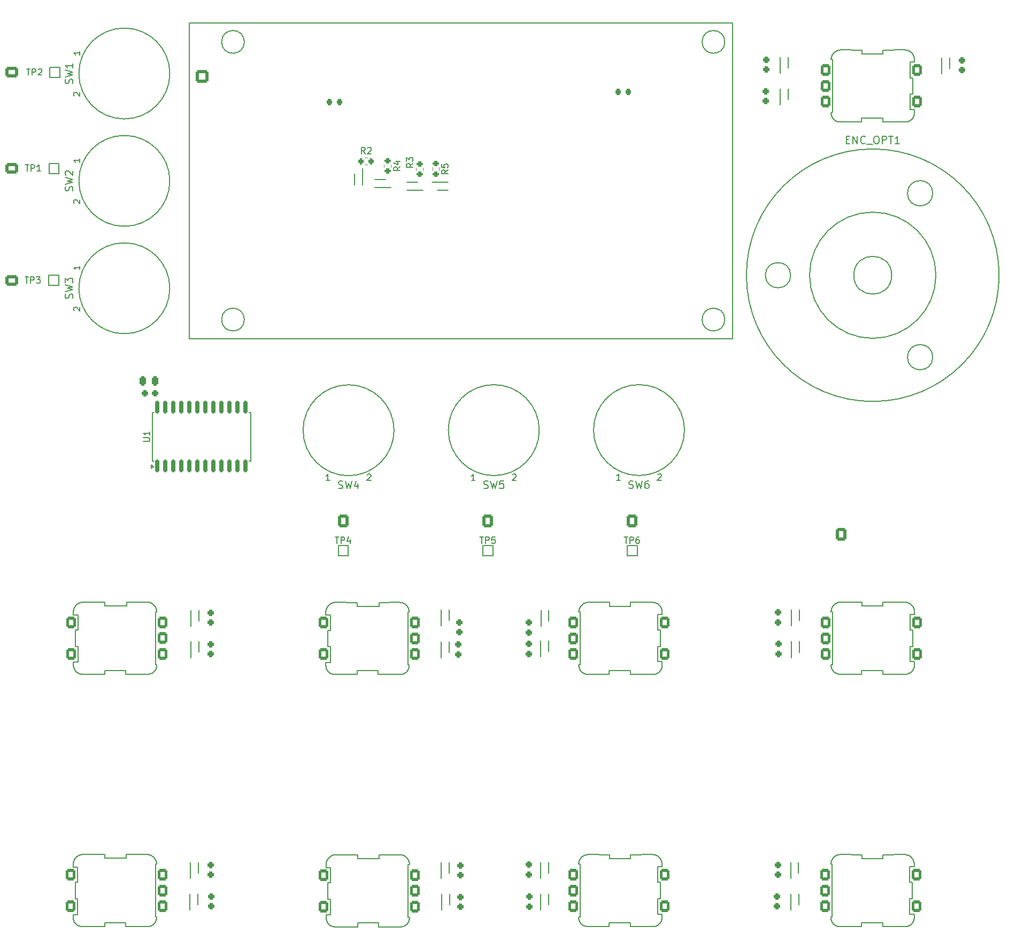
<source format=gbr>
%TF.GenerationSoftware,KiCad,Pcbnew,9.0.3*%
%TF.CreationDate,2025-09-02T17:41:31+02:00*%
%TF.ProjectId,midi_controller,6d696469-5f63-46f6-9e74-726f6c6c6572,rev?*%
%TF.SameCoordinates,Original*%
%TF.FileFunction,Legend,Top*%
%TF.FilePolarity,Positive*%
%FSLAX46Y46*%
G04 Gerber Fmt 4.6, Leading zero omitted, Abs format (unit mm)*
G04 Created by KiCad (PCBNEW 9.0.3) date 2025-09-02 17:41:31*
%MOMM*%
%LPD*%
G01*
G04 APERTURE LIST*
G04 Aperture macros list*
%AMRoundRect*
0 Rectangle with rounded corners*
0 $1 Rounding radius*
0 $2 $3 $4 $5 $6 $7 $8 $9 X,Y pos of 4 corners*
0 Add a 4 corners polygon primitive as box body*
4,1,4,$2,$3,$4,$5,$6,$7,$8,$9,$2,$3,0*
0 Add four circle primitives for the rounded corners*
1,1,$1+$1,$2,$3*
1,1,$1+$1,$4,$5*
1,1,$1+$1,$6,$7*
1,1,$1+$1,$8,$9*
0 Add four rect primitives between the rounded corners*
20,1,$1+$1,$2,$3,$4,$5,0*
20,1,$1+$1,$4,$5,$6,$7,0*
20,1,$1+$1,$6,$7,$8,$9,0*
20,1,$1+$1,$8,$9,$2,$3,0*%
G04 Aperture macros list end*
%ADD10C,0.160000*%
%ADD11C,0.180000*%
%ADD12C,0.200000*%
%ADD13C,0.120000*%
%ADD14C,1.700000*%
%ADD15R,1.700000X1.700000*%
%ADD16RoundRect,0.244000X-0.269000X0.244000X-0.269000X-0.244000X0.269000X-0.244000X0.269000X0.244000X0*%
%ADD17RoundRect,0.250000X-0.750000X0.750000X-0.750000X-0.750000X0.750000X-0.750000X0.750000X0.750000X0*%
%ADD18C,2.000000*%
%ADD19R,0.500000X1.100000*%
%ADD20RoundRect,0.225000X0.525000X-0.675000X0.525000X0.675000X-0.525000X0.675000X-0.525000X-0.675000X0*%
%ADD21RoundRect,0.225000X-0.525000X0.675000X-0.525000X-0.675000X0.525000X-0.675000X0.525000X0.675000X0*%
%ADD22RoundRect,0.219000X-0.219000X-0.294000X0.219000X-0.294000X0.219000X0.294000X-0.219000X0.294000X0*%
%ADD23R,1.100000X0.500000*%
%ADD24R,1.000000X1.000000*%
%ADD25RoundRect,0.150000X0.150000X-0.875000X0.150000X0.875000X-0.150000X0.875000X-0.150000X-0.875000X0*%
%ADD26RoundRect,0.244000X0.244000X0.269000X-0.244000X0.269000X-0.244000X-0.269000X0.244000X-0.269000X0*%
%ADD27RoundRect,0.244000X0.269000X-0.244000X0.269000X0.244000X-0.269000X0.244000X-0.269000X-0.244000X0*%
%ADD28RoundRect,0.200000X-0.275000X0.200000X-0.275000X-0.200000X0.275000X-0.200000X0.275000X0.200000X0*%
%ADD29RoundRect,0.200000X0.200000X0.275000X-0.200000X0.275000X-0.200000X-0.275000X0.200000X-0.275000X0*%
%ADD30RoundRect,0.269000X0.269000X0.494000X-0.269000X0.494000X-0.269000X-0.494000X0.269000X-0.494000X0*%
%ADD31RoundRect,0.250000X-0.600000X-0.725000X0.600000X-0.725000X0.600000X0.725000X-0.600000X0.725000X0*%
%ADD32O,1.700000X1.950000*%
%ADD33RoundRect,0.250000X-0.600000X-0.750000X0.600000X-0.750000X0.600000X0.750000X-0.600000X0.750000X0*%
%ADD34O,1.700000X2.000000*%
%ADD35RoundRect,0.250000X-0.750000X0.600000X-0.750000X-0.600000X0.750000X-0.600000X0.750000X0.600000X0*%
%ADD36O,2.000000X1.700000*%
%ADD37O,2.900000X1.800000*%
G04 APERTURE END LIST*
D10*
X134903442Y-163968298D02*
X135474870Y-163968298D01*
X135189156Y-164968298D02*
X135189156Y-163968298D01*
X135808204Y-164968298D02*
X135808204Y-163968298D01*
X135808204Y-163968298D02*
X136189156Y-163968298D01*
X136189156Y-163968298D02*
X136284394Y-164015917D01*
X136284394Y-164015917D02*
X136332013Y-164063536D01*
X136332013Y-164063536D02*
X136379632Y-164158774D01*
X136379632Y-164158774D02*
X136379632Y-164301631D01*
X136379632Y-164301631D02*
X136332013Y-164396869D01*
X136332013Y-164396869D02*
X136284394Y-164444488D01*
X136284394Y-164444488D02*
X136189156Y-164492107D01*
X136189156Y-164492107D02*
X135808204Y-164492107D01*
X137236775Y-164301631D02*
X137236775Y-164968298D01*
X136998680Y-163920679D02*
X136760585Y-164634964D01*
X136760585Y-164634964D02*
X137379632Y-164634964D01*
X85753442Y-122738298D02*
X86324870Y-122738298D01*
X86039156Y-123738298D02*
X86039156Y-122738298D01*
X86658204Y-123738298D02*
X86658204Y-122738298D01*
X86658204Y-122738298D02*
X87039156Y-122738298D01*
X87039156Y-122738298D02*
X87134394Y-122785917D01*
X87134394Y-122785917D02*
X87182013Y-122833536D01*
X87182013Y-122833536D02*
X87229632Y-122928774D01*
X87229632Y-122928774D02*
X87229632Y-123071631D01*
X87229632Y-123071631D02*
X87182013Y-123166869D01*
X87182013Y-123166869D02*
X87134394Y-123214488D01*
X87134394Y-123214488D02*
X87039156Y-123262107D01*
X87039156Y-123262107D02*
X86658204Y-123262107D01*
X87562966Y-122738298D02*
X88182013Y-122738298D01*
X88182013Y-122738298D02*
X87848680Y-123119250D01*
X87848680Y-123119250D02*
X87991537Y-123119250D01*
X87991537Y-123119250D02*
X88086775Y-123166869D01*
X88086775Y-123166869D02*
X88134394Y-123214488D01*
X88134394Y-123214488D02*
X88182013Y-123309726D01*
X88182013Y-123309726D02*
X88182013Y-123547821D01*
X88182013Y-123547821D02*
X88134394Y-123643059D01*
X88134394Y-123643059D02*
X88086775Y-123690679D01*
X88086775Y-123690679D02*
X87991537Y-123738298D01*
X87991537Y-123738298D02*
X87705823Y-123738298D01*
X87705823Y-123738298D02*
X87610585Y-123690679D01*
X87610585Y-123690679D02*
X87562966Y-123643059D01*
X180643442Y-163968298D02*
X181214870Y-163968298D01*
X180929156Y-164968298D02*
X180929156Y-163968298D01*
X181548204Y-164968298D02*
X181548204Y-163968298D01*
X181548204Y-163968298D02*
X181929156Y-163968298D01*
X181929156Y-163968298D02*
X182024394Y-164015917D01*
X182024394Y-164015917D02*
X182072013Y-164063536D01*
X182072013Y-164063536D02*
X182119632Y-164158774D01*
X182119632Y-164158774D02*
X182119632Y-164301631D01*
X182119632Y-164301631D02*
X182072013Y-164396869D01*
X182072013Y-164396869D02*
X182024394Y-164444488D01*
X182024394Y-164444488D02*
X181929156Y-164492107D01*
X181929156Y-164492107D02*
X181548204Y-164492107D01*
X182976775Y-163968298D02*
X182786299Y-163968298D01*
X182786299Y-163968298D02*
X182691061Y-164015917D01*
X182691061Y-164015917D02*
X182643442Y-164063536D01*
X182643442Y-164063536D02*
X182548204Y-164206393D01*
X182548204Y-164206393D02*
X182500585Y-164396869D01*
X182500585Y-164396869D02*
X182500585Y-164777821D01*
X182500585Y-164777821D02*
X182548204Y-164873059D01*
X182548204Y-164873059D02*
X182595823Y-164920679D01*
X182595823Y-164920679D02*
X182691061Y-164968298D01*
X182691061Y-164968298D02*
X182881537Y-164968298D01*
X182881537Y-164968298D02*
X182976775Y-164920679D01*
X182976775Y-164920679D02*
X183024394Y-164873059D01*
X183024394Y-164873059D02*
X183072013Y-164777821D01*
X183072013Y-164777821D02*
X183072013Y-164539726D01*
X183072013Y-164539726D02*
X183024394Y-164444488D01*
X183024394Y-164444488D02*
X182976775Y-164396869D01*
X182976775Y-164396869D02*
X182881537Y-164349250D01*
X182881537Y-164349250D02*
X182691061Y-164349250D01*
X182691061Y-164349250D02*
X182595823Y-164396869D01*
X182595823Y-164396869D02*
X182548204Y-164444488D01*
X182548204Y-164444488D02*
X182500585Y-164539726D01*
X85813442Y-104988298D02*
X86384870Y-104988298D01*
X86099156Y-105988298D02*
X86099156Y-104988298D01*
X86718204Y-105988298D02*
X86718204Y-104988298D01*
X86718204Y-104988298D02*
X87099156Y-104988298D01*
X87099156Y-104988298D02*
X87194394Y-105035917D01*
X87194394Y-105035917D02*
X87242013Y-105083536D01*
X87242013Y-105083536D02*
X87289632Y-105178774D01*
X87289632Y-105178774D02*
X87289632Y-105321631D01*
X87289632Y-105321631D02*
X87242013Y-105416869D01*
X87242013Y-105416869D02*
X87194394Y-105464488D01*
X87194394Y-105464488D02*
X87099156Y-105512107D01*
X87099156Y-105512107D02*
X86718204Y-105512107D01*
X88242013Y-105988298D02*
X87670585Y-105988298D01*
X87956299Y-105988298D02*
X87956299Y-104988298D01*
X87956299Y-104988298D02*
X87861061Y-105131155D01*
X87861061Y-105131155D02*
X87765823Y-105226393D01*
X87765823Y-105226393D02*
X87670585Y-105274012D01*
X104519345Y-148818989D02*
X105328868Y-148818989D01*
X105328868Y-148818989D02*
X105424106Y-148771370D01*
X105424106Y-148771370D02*
X105471726Y-148723751D01*
X105471726Y-148723751D02*
X105519345Y-148628513D01*
X105519345Y-148628513D02*
X105519345Y-148438037D01*
X105519345Y-148438037D02*
X105471726Y-148342799D01*
X105471726Y-148342799D02*
X105424106Y-148295180D01*
X105424106Y-148295180D02*
X105328868Y-148247561D01*
X105328868Y-148247561D02*
X104519345Y-148247561D01*
X105519345Y-147247561D02*
X105519345Y-147818989D01*
X105519345Y-147533275D02*
X104519345Y-147533275D01*
X104519345Y-147533275D02*
X104662202Y-147628513D01*
X104662202Y-147628513D02*
X104757440Y-147723751D01*
X104757440Y-147723751D02*
X104805059Y-147818989D01*
X86013442Y-89768298D02*
X86584870Y-89768298D01*
X86299156Y-90768298D02*
X86299156Y-89768298D01*
X86918204Y-90768298D02*
X86918204Y-89768298D01*
X86918204Y-89768298D02*
X87299156Y-89768298D01*
X87299156Y-89768298D02*
X87394394Y-89815917D01*
X87394394Y-89815917D02*
X87442013Y-89863536D01*
X87442013Y-89863536D02*
X87489632Y-89958774D01*
X87489632Y-89958774D02*
X87489632Y-90101631D01*
X87489632Y-90101631D02*
X87442013Y-90196869D01*
X87442013Y-90196869D02*
X87394394Y-90244488D01*
X87394394Y-90244488D02*
X87299156Y-90292107D01*
X87299156Y-90292107D02*
X86918204Y-90292107D01*
X87870585Y-89863536D02*
X87918204Y-89815917D01*
X87918204Y-89815917D02*
X88013442Y-89768298D01*
X88013442Y-89768298D02*
X88251537Y-89768298D01*
X88251537Y-89768298D02*
X88346775Y-89815917D01*
X88346775Y-89815917D02*
X88394394Y-89863536D01*
X88394394Y-89863536D02*
X88442013Y-89958774D01*
X88442013Y-89958774D02*
X88442013Y-90054012D01*
X88442013Y-90054012D02*
X88394394Y-90196869D01*
X88394394Y-90196869D02*
X87822966Y-90768298D01*
X87822966Y-90768298D02*
X88442013Y-90768298D01*
D11*
X93288653Y-126150017D02*
X93345795Y-125978589D01*
X93345795Y-125978589D02*
X93345795Y-125692874D01*
X93345795Y-125692874D02*
X93288653Y-125578589D01*
X93288653Y-125578589D02*
X93231510Y-125521446D01*
X93231510Y-125521446D02*
X93117224Y-125464303D01*
X93117224Y-125464303D02*
X93002938Y-125464303D01*
X93002938Y-125464303D02*
X92888653Y-125521446D01*
X92888653Y-125521446D02*
X92831510Y-125578589D01*
X92831510Y-125578589D02*
X92774367Y-125692874D01*
X92774367Y-125692874D02*
X92717224Y-125921446D01*
X92717224Y-125921446D02*
X92660081Y-126035731D01*
X92660081Y-126035731D02*
X92602938Y-126092874D01*
X92602938Y-126092874D02*
X92488653Y-126150017D01*
X92488653Y-126150017D02*
X92374367Y-126150017D01*
X92374367Y-126150017D02*
X92260081Y-126092874D01*
X92260081Y-126092874D02*
X92202938Y-126035731D01*
X92202938Y-126035731D02*
X92145795Y-125921446D01*
X92145795Y-125921446D02*
X92145795Y-125635731D01*
X92145795Y-125635731D02*
X92202938Y-125464303D01*
X92145795Y-125064303D02*
X93345795Y-124778589D01*
X93345795Y-124778589D02*
X92488653Y-124550017D01*
X92488653Y-124550017D02*
X93345795Y-124321446D01*
X93345795Y-124321446D02*
X92145795Y-124035732D01*
X92145795Y-123692874D02*
X92145795Y-122950017D01*
X92145795Y-122950017D02*
X92602938Y-123350017D01*
X92602938Y-123350017D02*
X92602938Y-123178588D01*
X92602938Y-123178588D02*
X92660081Y-123064303D01*
X92660081Y-123064303D02*
X92717224Y-123007160D01*
X92717224Y-123007160D02*
X92831510Y-122950017D01*
X92831510Y-122950017D02*
X93117224Y-122950017D01*
X93117224Y-122950017D02*
X93231510Y-123007160D01*
X93231510Y-123007160D02*
X93288653Y-123064303D01*
X93288653Y-123064303D02*
X93345795Y-123178588D01*
X93345795Y-123178588D02*
X93345795Y-123521445D01*
X93345795Y-123521445D02*
X93288653Y-123635731D01*
X93288653Y-123635731D02*
X93231510Y-123692874D01*
D10*
X93549550Y-128085731D02*
X93501931Y-128038112D01*
X93501931Y-128038112D02*
X93454312Y-127942874D01*
X93454312Y-127942874D02*
X93454312Y-127704779D01*
X93454312Y-127704779D02*
X93501931Y-127609541D01*
X93501931Y-127609541D02*
X93549550Y-127561922D01*
X93549550Y-127561922D02*
X93644788Y-127514303D01*
X93644788Y-127514303D02*
X93740026Y-127514303D01*
X93740026Y-127514303D02*
X93882883Y-127561922D01*
X93882883Y-127561922D02*
X94454312Y-128133350D01*
X94454312Y-128133350D02*
X94454312Y-127514303D01*
X94454312Y-121014303D02*
X94454312Y-121585731D01*
X94454312Y-121300017D02*
X93454312Y-121300017D01*
X93454312Y-121300017D02*
X93597169Y-121395255D01*
X93597169Y-121395255D02*
X93692407Y-121490493D01*
X93692407Y-121490493D02*
X93740026Y-121585731D01*
D11*
X215800013Y-101009210D02*
X216200013Y-101009210D01*
X216371441Y-101637781D02*
X215800013Y-101637781D01*
X215800013Y-101637781D02*
X215800013Y-100437781D01*
X215800013Y-100437781D02*
X216371441Y-100437781D01*
X216885727Y-101637781D02*
X216885727Y-100437781D01*
X216885727Y-100437781D02*
X217571441Y-101637781D01*
X217571441Y-101637781D02*
X217571441Y-100437781D01*
X218828584Y-101523496D02*
X218771441Y-101580639D01*
X218771441Y-101580639D02*
X218600013Y-101637781D01*
X218600013Y-101637781D02*
X218485727Y-101637781D01*
X218485727Y-101637781D02*
X218314298Y-101580639D01*
X218314298Y-101580639D02*
X218200013Y-101466353D01*
X218200013Y-101466353D02*
X218142870Y-101352067D01*
X218142870Y-101352067D02*
X218085727Y-101123496D01*
X218085727Y-101123496D02*
X218085727Y-100952067D01*
X218085727Y-100952067D02*
X218142870Y-100723496D01*
X218142870Y-100723496D02*
X218200013Y-100609210D01*
X218200013Y-100609210D02*
X218314298Y-100494924D01*
X218314298Y-100494924D02*
X218485727Y-100437781D01*
X218485727Y-100437781D02*
X218600013Y-100437781D01*
X218600013Y-100437781D02*
X218771441Y-100494924D01*
X218771441Y-100494924D02*
X218828584Y-100552067D01*
X219057156Y-101752067D02*
X219971441Y-101752067D01*
X220485727Y-100437781D02*
X220714299Y-100437781D01*
X220714299Y-100437781D02*
X220828584Y-100494924D01*
X220828584Y-100494924D02*
X220942870Y-100609210D01*
X220942870Y-100609210D02*
X221000013Y-100837781D01*
X221000013Y-100837781D02*
X221000013Y-101237781D01*
X221000013Y-101237781D02*
X220942870Y-101466353D01*
X220942870Y-101466353D02*
X220828584Y-101580639D01*
X220828584Y-101580639D02*
X220714299Y-101637781D01*
X220714299Y-101637781D02*
X220485727Y-101637781D01*
X220485727Y-101637781D02*
X220371442Y-101580639D01*
X220371442Y-101580639D02*
X220257156Y-101466353D01*
X220257156Y-101466353D02*
X220200013Y-101237781D01*
X220200013Y-101237781D02*
X220200013Y-100837781D01*
X220200013Y-100837781D02*
X220257156Y-100609210D01*
X220257156Y-100609210D02*
X220371442Y-100494924D01*
X220371442Y-100494924D02*
X220485727Y-100437781D01*
X221514299Y-101637781D02*
X221514299Y-100437781D01*
X221514299Y-100437781D02*
X221971442Y-100437781D01*
X221971442Y-100437781D02*
X222085727Y-100494924D01*
X222085727Y-100494924D02*
X222142870Y-100552067D01*
X222142870Y-100552067D02*
X222200013Y-100666353D01*
X222200013Y-100666353D02*
X222200013Y-100837781D01*
X222200013Y-100837781D02*
X222142870Y-100952067D01*
X222142870Y-100952067D02*
X222085727Y-101009210D01*
X222085727Y-101009210D02*
X221971442Y-101066353D01*
X221971442Y-101066353D02*
X221514299Y-101066353D01*
X222542870Y-100437781D02*
X223228585Y-100437781D01*
X222885727Y-101637781D02*
X222885727Y-100437781D01*
X224257156Y-101637781D02*
X223571442Y-101637781D01*
X223914299Y-101637781D02*
X223914299Y-100437781D01*
X223914299Y-100437781D02*
X223800013Y-100609210D01*
X223800013Y-100609210D02*
X223685728Y-100723496D01*
X223685728Y-100723496D02*
X223571442Y-100780639D01*
D10*
X152747208Y-105804648D02*
X152271017Y-106137981D01*
X152747208Y-106376076D02*
X151747208Y-106376076D01*
X151747208Y-106376076D02*
X151747208Y-105995124D01*
X151747208Y-105995124D02*
X151794827Y-105899886D01*
X151794827Y-105899886D02*
X151842446Y-105852267D01*
X151842446Y-105852267D02*
X151937684Y-105804648D01*
X151937684Y-105804648D02*
X152080541Y-105804648D01*
X152080541Y-105804648D02*
X152175779Y-105852267D01*
X152175779Y-105852267D02*
X152223398Y-105899886D01*
X152223398Y-105899886D02*
X152271017Y-105995124D01*
X152271017Y-105995124D02*
X152271017Y-106376076D01*
X151747208Y-104899886D02*
X151747208Y-105376076D01*
X151747208Y-105376076D02*
X152223398Y-105423695D01*
X152223398Y-105423695D02*
X152175779Y-105376076D01*
X152175779Y-105376076D02*
X152128160Y-105280838D01*
X152128160Y-105280838D02*
X152128160Y-105042743D01*
X152128160Y-105042743D02*
X152175779Y-104947505D01*
X152175779Y-104947505D02*
X152223398Y-104899886D01*
X152223398Y-104899886D02*
X152318636Y-104852267D01*
X152318636Y-104852267D02*
X152556731Y-104852267D01*
X152556731Y-104852267D02*
X152651969Y-104899886D01*
X152651969Y-104899886D02*
X152699589Y-104947505D01*
X152699589Y-104947505D02*
X152747208Y-105042743D01*
X152747208Y-105042743D02*
X152747208Y-105280838D01*
X152747208Y-105280838D02*
X152699589Y-105376076D01*
X152699589Y-105376076D02*
X152651969Y-105423695D01*
D11*
X181390013Y-156208658D02*
X181561442Y-156265800D01*
X181561442Y-156265800D02*
X181847156Y-156265800D01*
X181847156Y-156265800D02*
X181961442Y-156208658D01*
X181961442Y-156208658D02*
X182018584Y-156151515D01*
X182018584Y-156151515D02*
X182075727Y-156037229D01*
X182075727Y-156037229D02*
X182075727Y-155922943D01*
X182075727Y-155922943D02*
X182018584Y-155808658D01*
X182018584Y-155808658D02*
X181961442Y-155751515D01*
X181961442Y-155751515D02*
X181847156Y-155694372D01*
X181847156Y-155694372D02*
X181618584Y-155637229D01*
X181618584Y-155637229D02*
X181504299Y-155580086D01*
X181504299Y-155580086D02*
X181447156Y-155522943D01*
X181447156Y-155522943D02*
X181390013Y-155408658D01*
X181390013Y-155408658D02*
X181390013Y-155294372D01*
X181390013Y-155294372D02*
X181447156Y-155180086D01*
X181447156Y-155180086D02*
X181504299Y-155122943D01*
X181504299Y-155122943D02*
X181618584Y-155065800D01*
X181618584Y-155065800D02*
X181904299Y-155065800D01*
X181904299Y-155065800D02*
X182075727Y-155122943D01*
X182475727Y-155065800D02*
X182761441Y-156265800D01*
X182761441Y-156265800D02*
X182990013Y-155408658D01*
X182990013Y-155408658D02*
X183218584Y-156265800D01*
X183218584Y-156265800D02*
X183504299Y-155065800D01*
X184475728Y-155065800D02*
X184247156Y-155065800D01*
X184247156Y-155065800D02*
X184132870Y-155122943D01*
X184132870Y-155122943D02*
X184075728Y-155180086D01*
X184075728Y-155180086D02*
X183961442Y-155351515D01*
X183961442Y-155351515D02*
X183904299Y-155580086D01*
X183904299Y-155580086D02*
X183904299Y-156037229D01*
X183904299Y-156037229D02*
X183961442Y-156151515D01*
X183961442Y-156151515D02*
X184018585Y-156208658D01*
X184018585Y-156208658D02*
X184132870Y-156265800D01*
X184132870Y-156265800D02*
X184361442Y-156265800D01*
X184361442Y-156265800D02*
X184475728Y-156208658D01*
X184475728Y-156208658D02*
X184532870Y-156151515D01*
X184532870Y-156151515D02*
X184590013Y-156037229D01*
X184590013Y-156037229D02*
X184590013Y-155751515D01*
X184590013Y-155751515D02*
X184532870Y-155637229D01*
X184532870Y-155637229D02*
X184475728Y-155580086D01*
X184475728Y-155580086D02*
X184361442Y-155522943D01*
X184361442Y-155522943D02*
X184132870Y-155522943D01*
X184132870Y-155522943D02*
X184018585Y-155580086D01*
X184018585Y-155580086D02*
X183961442Y-155637229D01*
X183961442Y-155637229D02*
X183904299Y-155751515D01*
D10*
X180025727Y-154974317D02*
X179454299Y-154974317D01*
X179740013Y-154974317D02*
X179740013Y-153974317D01*
X179740013Y-153974317D02*
X179644775Y-154117174D01*
X179644775Y-154117174D02*
X179549537Y-154212412D01*
X179549537Y-154212412D02*
X179454299Y-154260031D01*
X185954299Y-154069555D02*
X186001918Y-154021936D01*
X186001918Y-154021936D02*
X186097156Y-153974317D01*
X186097156Y-153974317D02*
X186335251Y-153974317D01*
X186335251Y-153974317D02*
X186430489Y-154021936D01*
X186430489Y-154021936D02*
X186478108Y-154069555D01*
X186478108Y-154069555D02*
X186525727Y-154164793D01*
X186525727Y-154164793D02*
X186525727Y-154260031D01*
X186525727Y-154260031D02*
X186478108Y-154402888D01*
X186478108Y-154402888D02*
X185906680Y-154974317D01*
X185906680Y-154974317D02*
X186525727Y-154974317D01*
X157793442Y-163968298D02*
X158364870Y-163968298D01*
X158079156Y-164968298D02*
X158079156Y-163968298D01*
X158698204Y-164968298D02*
X158698204Y-163968298D01*
X158698204Y-163968298D02*
X159079156Y-163968298D01*
X159079156Y-163968298D02*
X159174394Y-164015917D01*
X159174394Y-164015917D02*
X159222013Y-164063536D01*
X159222013Y-164063536D02*
X159269632Y-164158774D01*
X159269632Y-164158774D02*
X159269632Y-164301631D01*
X159269632Y-164301631D02*
X159222013Y-164396869D01*
X159222013Y-164396869D02*
X159174394Y-164444488D01*
X159174394Y-164444488D02*
X159079156Y-164492107D01*
X159079156Y-164492107D02*
X158698204Y-164492107D01*
X160174394Y-163968298D02*
X159698204Y-163968298D01*
X159698204Y-163968298D02*
X159650585Y-164444488D01*
X159650585Y-164444488D02*
X159698204Y-164396869D01*
X159698204Y-164396869D02*
X159793442Y-164349250D01*
X159793442Y-164349250D02*
X160031537Y-164349250D01*
X160031537Y-164349250D02*
X160126775Y-164396869D01*
X160126775Y-164396869D02*
X160174394Y-164444488D01*
X160174394Y-164444488D02*
X160222013Y-164539726D01*
X160222013Y-164539726D02*
X160222013Y-164777821D01*
X160222013Y-164777821D02*
X160174394Y-164873059D01*
X160174394Y-164873059D02*
X160126775Y-164920679D01*
X160126775Y-164920679D02*
X160031537Y-164968298D01*
X160031537Y-164968298D02*
X159793442Y-164968298D01*
X159793442Y-164968298D02*
X159698204Y-164920679D01*
X159698204Y-164920679D02*
X159650585Y-164873059D01*
X145164056Y-105315545D02*
X144687865Y-105648878D01*
X145164056Y-105886973D02*
X144164056Y-105886973D01*
X144164056Y-105886973D02*
X144164056Y-105506021D01*
X144164056Y-105506021D02*
X144211675Y-105410783D01*
X144211675Y-105410783D02*
X144259294Y-105363164D01*
X144259294Y-105363164D02*
X144354532Y-105315545D01*
X144354532Y-105315545D02*
X144497389Y-105315545D01*
X144497389Y-105315545D02*
X144592627Y-105363164D01*
X144592627Y-105363164D02*
X144640246Y-105410783D01*
X144640246Y-105410783D02*
X144687865Y-105506021D01*
X144687865Y-105506021D02*
X144687865Y-105886973D01*
X144497389Y-104458402D02*
X145164056Y-104458402D01*
X144116437Y-104696497D02*
X144830722Y-104934592D01*
X144830722Y-104934592D02*
X144830722Y-104315545D01*
X147196458Y-104769207D02*
X146720267Y-105102540D01*
X147196458Y-105340635D02*
X146196458Y-105340635D01*
X146196458Y-105340635D02*
X146196458Y-104959683D01*
X146196458Y-104959683D02*
X146244077Y-104864445D01*
X146244077Y-104864445D02*
X146291696Y-104816826D01*
X146291696Y-104816826D02*
X146386934Y-104769207D01*
X146386934Y-104769207D02*
X146529791Y-104769207D01*
X146529791Y-104769207D02*
X146625029Y-104816826D01*
X146625029Y-104816826D02*
X146672648Y-104864445D01*
X146672648Y-104864445D02*
X146720267Y-104959683D01*
X146720267Y-104959683D02*
X146720267Y-105340635D01*
X146196458Y-104435873D02*
X146196458Y-103816826D01*
X146196458Y-103816826D02*
X146577410Y-104150159D01*
X146577410Y-104150159D02*
X146577410Y-104007302D01*
X146577410Y-104007302D02*
X146625029Y-103912064D01*
X146625029Y-103912064D02*
X146672648Y-103864445D01*
X146672648Y-103864445D02*
X146767886Y-103816826D01*
X146767886Y-103816826D02*
X147005981Y-103816826D01*
X147005981Y-103816826D02*
X147101219Y-103864445D01*
X147101219Y-103864445D02*
X147148839Y-103912064D01*
X147148839Y-103912064D02*
X147196458Y-104007302D01*
X147196458Y-104007302D02*
X147196458Y-104293016D01*
X147196458Y-104293016D02*
X147148839Y-104388254D01*
X147148839Y-104388254D02*
X147101219Y-104435873D01*
X139626045Y-103214899D02*
X139292712Y-102738708D01*
X139054617Y-103214899D02*
X139054617Y-102214899D01*
X139054617Y-102214899D02*
X139435569Y-102214899D01*
X139435569Y-102214899D02*
X139530807Y-102262518D01*
X139530807Y-102262518D02*
X139578426Y-102310137D01*
X139578426Y-102310137D02*
X139626045Y-102405375D01*
X139626045Y-102405375D02*
X139626045Y-102548232D01*
X139626045Y-102548232D02*
X139578426Y-102643470D01*
X139578426Y-102643470D02*
X139530807Y-102691089D01*
X139530807Y-102691089D02*
X139435569Y-102738708D01*
X139435569Y-102738708D02*
X139054617Y-102738708D01*
X140006998Y-102310137D02*
X140054617Y-102262518D01*
X140054617Y-102262518D02*
X140149855Y-102214899D01*
X140149855Y-102214899D02*
X140387950Y-102214899D01*
X140387950Y-102214899D02*
X140483188Y-102262518D01*
X140483188Y-102262518D02*
X140530807Y-102310137D01*
X140530807Y-102310137D02*
X140578426Y-102405375D01*
X140578426Y-102405375D02*
X140578426Y-102500613D01*
X140578426Y-102500613D02*
X140530807Y-102643470D01*
X140530807Y-102643470D02*
X139959379Y-103214899D01*
X139959379Y-103214899D02*
X140578426Y-103214899D01*
D11*
X135400013Y-156238658D02*
X135571442Y-156295800D01*
X135571442Y-156295800D02*
X135857156Y-156295800D01*
X135857156Y-156295800D02*
X135971442Y-156238658D01*
X135971442Y-156238658D02*
X136028584Y-156181515D01*
X136028584Y-156181515D02*
X136085727Y-156067229D01*
X136085727Y-156067229D02*
X136085727Y-155952943D01*
X136085727Y-155952943D02*
X136028584Y-155838658D01*
X136028584Y-155838658D02*
X135971442Y-155781515D01*
X135971442Y-155781515D02*
X135857156Y-155724372D01*
X135857156Y-155724372D02*
X135628584Y-155667229D01*
X135628584Y-155667229D02*
X135514299Y-155610086D01*
X135514299Y-155610086D02*
X135457156Y-155552943D01*
X135457156Y-155552943D02*
X135400013Y-155438658D01*
X135400013Y-155438658D02*
X135400013Y-155324372D01*
X135400013Y-155324372D02*
X135457156Y-155210086D01*
X135457156Y-155210086D02*
X135514299Y-155152943D01*
X135514299Y-155152943D02*
X135628584Y-155095800D01*
X135628584Y-155095800D02*
X135914299Y-155095800D01*
X135914299Y-155095800D02*
X136085727Y-155152943D01*
X136485727Y-155095800D02*
X136771441Y-156295800D01*
X136771441Y-156295800D02*
X137000013Y-155438658D01*
X137000013Y-155438658D02*
X137228584Y-156295800D01*
X137228584Y-156295800D02*
X137514299Y-155095800D01*
X138485728Y-155495800D02*
X138485728Y-156295800D01*
X138200013Y-155038658D02*
X137914299Y-155895800D01*
X137914299Y-155895800D02*
X138657156Y-155895800D01*
D10*
X134035727Y-155004317D02*
X133464299Y-155004317D01*
X133750013Y-155004317D02*
X133750013Y-154004317D01*
X133750013Y-154004317D02*
X133654775Y-154147174D01*
X133654775Y-154147174D02*
X133559537Y-154242412D01*
X133559537Y-154242412D02*
X133464299Y-154290031D01*
X139964299Y-154099555D02*
X140011918Y-154051936D01*
X140011918Y-154051936D02*
X140107156Y-154004317D01*
X140107156Y-154004317D02*
X140345251Y-154004317D01*
X140345251Y-154004317D02*
X140440489Y-154051936D01*
X140440489Y-154051936D02*
X140488108Y-154099555D01*
X140488108Y-154099555D02*
X140535727Y-154194793D01*
X140535727Y-154194793D02*
X140535727Y-154290031D01*
X140535727Y-154290031D02*
X140488108Y-154432888D01*
X140488108Y-154432888D02*
X139916680Y-155004317D01*
X139916680Y-155004317D02*
X140535727Y-155004317D01*
D11*
X93288653Y-109135017D02*
X93345795Y-108963589D01*
X93345795Y-108963589D02*
X93345795Y-108677874D01*
X93345795Y-108677874D02*
X93288653Y-108563589D01*
X93288653Y-108563589D02*
X93231510Y-108506446D01*
X93231510Y-108506446D02*
X93117224Y-108449303D01*
X93117224Y-108449303D02*
X93002938Y-108449303D01*
X93002938Y-108449303D02*
X92888653Y-108506446D01*
X92888653Y-108506446D02*
X92831510Y-108563589D01*
X92831510Y-108563589D02*
X92774367Y-108677874D01*
X92774367Y-108677874D02*
X92717224Y-108906446D01*
X92717224Y-108906446D02*
X92660081Y-109020731D01*
X92660081Y-109020731D02*
X92602938Y-109077874D01*
X92602938Y-109077874D02*
X92488653Y-109135017D01*
X92488653Y-109135017D02*
X92374367Y-109135017D01*
X92374367Y-109135017D02*
X92260081Y-109077874D01*
X92260081Y-109077874D02*
X92202938Y-109020731D01*
X92202938Y-109020731D02*
X92145795Y-108906446D01*
X92145795Y-108906446D02*
X92145795Y-108620731D01*
X92145795Y-108620731D02*
X92202938Y-108449303D01*
X92145795Y-108049303D02*
X93345795Y-107763589D01*
X93345795Y-107763589D02*
X92488653Y-107535017D01*
X92488653Y-107535017D02*
X93345795Y-107306446D01*
X93345795Y-107306446D02*
X92145795Y-107020732D01*
X92260081Y-106620731D02*
X92202938Y-106563588D01*
X92202938Y-106563588D02*
X92145795Y-106449303D01*
X92145795Y-106449303D02*
X92145795Y-106163588D01*
X92145795Y-106163588D02*
X92202938Y-106049303D01*
X92202938Y-106049303D02*
X92260081Y-105992160D01*
X92260081Y-105992160D02*
X92374367Y-105935017D01*
X92374367Y-105935017D02*
X92488653Y-105935017D01*
X92488653Y-105935017D02*
X92660081Y-105992160D01*
X92660081Y-105992160D02*
X93345795Y-106677874D01*
X93345795Y-106677874D02*
X93345795Y-105935017D01*
D10*
X94454312Y-103999303D02*
X94454312Y-104570731D01*
X94454312Y-104285017D02*
X93454312Y-104285017D01*
X93454312Y-104285017D02*
X93597169Y-104380255D01*
X93597169Y-104380255D02*
X93692407Y-104475493D01*
X93692407Y-104475493D02*
X93740026Y-104570731D01*
X93549550Y-111070731D02*
X93501931Y-111023112D01*
X93501931Y-111023112D02*
X93454312Y-110927874D01*
X93454312Y-110927874D02*
X93454312Y-110689779D01*
X93454312Y-110689779D02*
X93501931Y-110594541D01*
X93501931Y-110594541D02*
X93549550Y-110546922D01*
X93549550Y-110546922D02*
X93644788Y-110499303D01*
X93644788Y-110499303D02*
X93740026Y-110499303D01*
X93740026Y-110499303D02*
X93882883Y-110546922D01*
X93882883Y-110546922D02*
X94454312Y-111118350D01*
X94454312Y-111118350D02*
X94454312Y-110499303D01*
D11*
X158400013Y-156218658D02*
X158571442Y-156275800D01*
X158571442Y-156275800D02*
X158857156Y-156275800D01*
X158857156Y-156275800D02*
X158971442Y-156218658D01*
X158971442Y-156218658D02*
X159028584Y-156161515D01*
X159028584Y-156161515D02*
X159085727Y-156047229D01*
X159085727Y-156047229D02*
X159085727Y-155932943D01*
X159085727Y-155932943D02*
X159028584Y-155818658D01*
X159028584Y-155818658D02*
X158971442Y-155761515D01*
X158971442Y-155761515D02*
X158857156Y-155704372D01*
X158857156Y-155704372D02*
X158628584Y-155647229D01*
X158628584Y-155647229D02*
X158514299Y-155590086D01*
X158514299Y-155590086D02*
X158457156Y-155532943D01*
X158457156Y-155532943D02*
X158400013Y-155418658D01*
X158400013Y-155418658D02*
X158400013Y-155304372D01*
X158400013Y-155304372D02*
X158457156Y-155190086D01*
X158457156Y-155190086D02*
X158514299Y-155132943D01*
X158514299Y-155132943D02*
X158628584Y-155075800D01*
X158628584Y-155075800D02*
X158914299Y-155075800D01*
X158914299Y-155075800D02*
X159085727Y-155132943D01*
X159485727Y-155075800D02*
X159771441Y-156275800D01*
X159771441Y-156275800D02*
X160000013Y-155418658D01*
X160000013Y-155418658D02*
X160228584Y-156275800D01*
X160228584Y-156275800D02*
X160514299Y-155075800D01*
X161542870Y-155075800D02*
X160971442Y-155075800D01*
X160971442Y-155075800D02*
X160914299Y-155647229D01*
X160914299Y-155647229D02*
X160971442Y-155590086D01*
X160971442Y-155590086D02*
X161085728Y-155532943D01*
X161085728Y-155532943D02*
X161371442Y-155532943D01*
X161371442Y-155532943D02*
X161485728Y-155590086D01*
X161485728Y-155590086D02*
X161542870Y-155647229D01*
X161542870Y-155647229D02*
X161600013Y-155761515D01*
X161600013Y-155761515D02*
X161600013Y-156047229D01*
X161600013Y-156047229D02*
X161542870Y-156161515D01*
X161542870Y-156161515D02*
X161485728Y-156218658D01*
X161485728Y-156218658D02*
X161371442Y-156275800D01*
X161371442Y-156275800D02*
X161085728Y-156275800D01*
X161085728Y-156275800D02*
X160971442Y-156218658D01*
X160971442Y-156218658D02*
X160914299Y-156161515D01*
D10*
X162964299Y-154079555D02*
X163011918Y-154031936D01*
X163011918Y-154031936D02*
X163107156Y-153984317D01*
X163107156Y-153984317D02*
X163345251Y-153984317D01*
X163345251Y-153984317D02*
X163440489Y-154031936D01*
X163440489Y-154031936D02*
X163488108Y-154079555D01*
X163488108Y-154079555D02*
X163535727Y-154174793D01*
X163535727Y-154174793D02*
X163535727Y-154270031D01*
X163535727Y-154270031D02*
X163488108Y-154412888D01*
X163488108Y-154412888D02*
X162916680Y-154984317D01*
X162916680Y-154984317D02*
X163535727Y-154984317D01*
X157035727Y-154984317D02*
X156464299Y-154984317D01*
X156750013Y-154984317D02*
X156750013Y-153984317D01*
X156750013Y-153984317D02*
X156654775Y-154127174D01*
X156654775Y-154127174D02*
X156559537Y-154222412D01*
X156559537Y-154222412D02*
X156464299Y-154270031D01*
D11*
X93288653Y-92120017D02*
X93345795Y-91948589D01*
X93345795Y-91948589D02*
X93345795Y-91662874D01*
X93345795Y-91662874D02*
X93288653Y-91548589D01*
X93288653Y-91548589D02*
X93231510Y-91491446D01*
X93231510Y-91491446D02*
X93117224Y-91434303D01*
X93117224Y-91434303D02*
X93002938Y-91434303D01*
X93002938Y-91434303D02*
X92888653Y-91491446D01*
X92888653Y-91491446D02*
X92831510Y-91548589D01*
X92831510Y-91548589D02*
X92774367Y-91662874D01*
X92774367Y-91662874D02*
X92717224Y-91891446D01*
X92717224Y-91891446D02*
X92660081Y-92005731D01*
X92660081Y-92005731D02*
X92602938Y-92062874D01*
X92602938Y-92062874D02*
X92488653Y-92120017D01*
X92488653Y-92120017D02*
X92374367Y-92120017D01*
X92374367Y-92120017D02*
X92260081Y-92062874D01*
X92260081Y-92062874D02*
X92202938Y-92005731D01*
X92202938Y-92005731D02*
X92145795Y-91891446D01*
X92145795Y-91891446D02*
X92145795Y-91605731D01*
X92145795Y-91605731D02*
X92202938Y-91434303D01*
X92145795Y-91034303D02*
X93345795Y-90748589D01*
X93345795Y-90748589D02*
X92488653Y-90520017D01*
X92488653Y-90520017D02*
X93345795Y-90291446D01*
X93345795Y-90291446D02*
X92145795Y-90005732D01*
X93345795Y-88920017D02*
X93345795Y-89605731D01*
X93345795Y-89262874D02*
X92145795Y-89262874D01*
X92145795Y-89262874D02*
X92317224Y-89377160D01*
X92317224Y-89377160D02*
X92431510Y-89491445D01*
X92431510Y-89491445D02*
X92488653Y-89605731D01*
D10*
X93549550Y-94055731D02*
X93501931Y-94008112D01*
X93501931Y-94008112D02*
X93454312Y-93912874D01*
X93454312Y-93912874D02*
X93454312Y-93674779D01*
X93454312Y-93674779D02*
X93501931Y-93579541D01*
X93501931Y-93579541D02*
X93549550Y-93531922D01*
X93549550Y-93531922D02*
X93644788Y-93484303D01*
X93644788Y-93484303D02*
X93740026Y-93484303D01*
X93740026Y-93484303D02*
X93882883Y-93531922D01*
X93882883Y-93531922D02*
X94454312Y-94103350D01*
X94454312Y-94103350D02*
X94454312Y-93484303D01*
X94454312Y-86984303D02*
X94454312Y-87555731D01*
X94454312Y-87270017D02*
X93454312Y-87270017D01*
X93454312Y-87270017D02*
X93597169Y-87365255D01*
X93597169Y-87365255D02*
X93692407Y-87460493D01*
X93692407Y-87460493D02*
X93740026Y-87555731D01*
%TO.C,DISP1*%
X197779995Y-82510000D02*
X111779995Y-82510000D01*
X111779995Y-132510000D01*
X197779995Y-132510000D01*
X197779995Y-82510000D01*
X120499995Y-85510000D02*
G75*
G02*
X116899995Y-85510000I-1800000J0D01*
G01*
X116899995Y-85510000D02*
G75*
G02*
X120499995Y-85510000I1800000J0D01*
G01*
X120499995Y-129510000D02*
G75*
G02*
X116899995Y-129510000I-1800000J0D01*
G01*
X116899995Y-129510000D02*
G75*
G02*
X120499995Y-129510000I1800000J0D01*
G01*
X196579995Y-85510000D02*
G75*
G02*
X192979995Y-85510000I-1800000J0D01*
G01*
X192979995Y-85510000D02*
G75*
G02*
X196579995Y-85510000I1800000J0D01*
G01*
X196579995Y-129510000D02*
G75*
G02*
X192979995Y-129510000I-1800000J0D01*
G01*
X192979995Y-129510000D02*
G75*
G02*
X196579995Y-129510000I1800000J0D01*
G01*
D12*
%TO.C,D10*%
X151690913Y-178046171D02*
X151690913Y-175496171D01*
X152940913Y-177196171D02*
X152940913Y-175496171D01*
D10*
%TO.C,ENC_MECH6*%
X93410013Y-216290018D02*
X93410013Y-215790018D01*
X93410013Y-223790018D02*
X93410013Y-224190018D01*
X93410013Y-223790018D02*
X94010013Y-223790018D01*
X93710013Y-221290018D02*
X93710013Y-218690018D01*
X94010013Y-218690018D02*
X93710013Y-218690018D01*
X94010013Y-218690018D02*
X94110013Y-218690018D01*
X94010013Y-223790018D02*
X94110013Y-223790018D01*
X94110013Y-216290018D02*
X93410013Y-216290018D01*
X94110013Y-218690018D02*
X94110013Y-216290018D01*
X94110013Y-221290018D02*
X93710013Y-221290018D01*
X94110013Y-221390018D02*
X94110013Y-221290018D01*
X94110013Y-223790018D02*
X94110013Y-221390018D01*
X94930013Y-214275019D02*
X98410013Y-214290018D01*
X94930013Y-225705017D02*
X98410013Y-225690018D01*
X98410013Y-214290018D02*
X98410013Y-214890018D01*
X98410013Y-214890018D02*
X101810013Y-214890018D01*
X98410013Y-225090018D02*
X101710013Y-225090018D01*
X98410013Y-225690018D02*
X98410013Y-225090018D01*
X101710013Y-225090018D02*
X101710013Y-225690018D01*
X101810013Y-214890018D02*
X101810013Y-214290018D01*
X105090014Y-214275018D02*
X101810013Y-214289156D01*
X105090014Y-225705018D02*
X101710013Y-225690018D01*
X106410013Y-215799018D02*
X106410013Y-224181018D01*
X106410013Y-215799018D02*
X106610013Y-215790018D01*
X106410013Y-224181018D02*
X106610013Y-224190018D01*
X93410013Y-215790018D02*
X93410053Y-215779069D01*
X93410173Y-215768121D01*
X93410373Y-215757173D01*
X93410652Y-215746228D01*
X93411012Y-215735284D01*
X93411451Y-215724343D01*
X93411971Y-215713404D01*
X93412570Y-215702469D01*
X93413249Y-215691538D01*
X93414008Y-215680610D01*
X93414847Y-215669688D01*
X93415765Y-215658770D01*
X93416764Y-215647859D01*
X93417842Y-215636953D01*
X93418999Y-215626054D01*
X93420236Y-215615161D01*
X93421553Y-215604277D01*
X93422950Y-215593400D01*
X93424426Y-215582531D01*
X93425981Y-215571672D01*
X93427616Y-215560822D01*
X93429330Y-215549983D01*
X93431123Y-215539153D01*
X93432996Y-215528335D01*
X93434948Y-215517529D01*
X93436978Y-215506734D01*
X93439088Y-215495952D01*
X93441277Y-215485183D01*
X93443544Y-215474428D01*
X93445890Y-215463687D01*
X93448315Y-215452961D01*
X93450818Y-215442250D01*
X93453400Y-215431556D01*
X93456060Y-215420877D01*
X93458798Y-215410216D01*
X93461614Y-215399572D01*
X93464508Y-215388946D01*
X93467480Y-215378339D01*
X93470529Y-215367752D01*
X93473656Y-215357184D01*
X93476861Y-215346636D01*
X93480142Y-215336110D01*
X93483501Y-215325605D01*
X93486936Y-215315123D01*
X93490448Y-215304663D01*
X93494036Y-215294226D01*
X93497701Y-215283814D01*
X93501442Y-215273426D01*
X93505259Y-215263063D01*
X93509152Y-215252726D01*
X93513120Y-215242416D01*
X93517163Y-215232132D01*
X93521282Y-215221876D01*
X93525475Y-215211648D01*
X93529743Y-215201449D01*
X93534086Y-215191280D01*
X93538502Y-215181140D01*
X93542993Y-215171031D01*
X93547557Y-215160953D01*
X93552195Y-215150907D01*
X93556905Y-215140893D01*
X93561689Y-215130913D01*
X93566545Y-215120966D01*
X93571473Y-215111053D01*
X93576474Y-215101175D01*
X93581546Y-215091333D01*
X93586689Y-215081526D01*
X93591904Y-215071756D01*
X93597189Y-215062024D01*
X93602545Y-215052329D01*
X93607971Y-215042673D01*
X93613467Y-215033056D01*
X93619032Y-215023478D01*
X93624667Y-215013941D01*
X93630370Y-215004444D01*
X93636142Y-214994989D01*
X93641982Y-214985576D01*
X93644927Y-214980885D01*
X93647889Y-214976206D01*
X93650868Y-214971536D01*
X93653864Y-214966878D01*
X93656876Y-214962231D01*
X93659906Y-214957594D01*
X93662952Y-214952969D01*
X93666014Y-214948355D01*
X93669093Y-214943752D01*
X93672189Y-214939160D01*
X93675301Y-214934580D01*
X93678430Y-214930011D01*
X93681575Y-214925454D01*
X93684736Y-214920908D01*
X93687913Y-214916374D01*
X93691107Y-214911852D01*
X93694317Y-214907341D01*
X93697543Y-214902842D01*
X93700785Y-214898355D01*
X93704043Y-214893880D01*
X93707317Y-214889418D01*
X93710607Y-214884967D01*
X93713913Y-214880528D01*
X93717235Y-214876102D01*
X93720572Y-214871688D01*
X93723925Y-214867286D01*
X93727294Y-214862897D01*
X93730679Y-214858520D01*
X93734078Y-214854156D01*
X93737494Y-214849805D01*
X93740925Y-214845466D01*
X93744371Y-214841140D01*
X93747833Y-214836827D01*
X93751310Y-214832527D01*
X93754802Y-214828240D01*
X93758310Y-214823965D01*
X93761832Y-214819704D01*
X93765370Y-214815456D01*
X93768922Y-214811222D01*
X93772490Y-214807000D01*
X93776072Y-214802792D01*
X93779670Y-214798597D01*
X93783282Y-214794416D01*
X93786909Y-214790248D01*
X93790550Y-214786095D01*
X93794207Y-214781954D01*
X93797877Y-214777828D01*
X93801563Y-214773714D01*
X93805262Y-214769616D01*
X93808977Y-214765530D01*
X93812705Y-214761459D01*
X93816449Y-214757401D01*
X93820205Y-214753359D01*
X93823977Y-214749329D01*
X93827762Y-214745315D01*
X93831562Y-214741314D01*
X93835375Y-214737328D01*
X93839203Y-214733355D01*
X93843044Y-214729398D01*
X93846900Y-214725454D01*
X93850769Y-214721526D01*
X93854652Y-214717612D01*
X93858548Y-214713713D01*
X93862458Y-214709827D01*
X93866382Y-214705958D01*
X93870319Y-214702102D01*
X93874269Y-214698262D01*
X93878234Y-214694436D01*
X93882211Y-214690626D01*
X93886202Y-214686830D01*
X93890205Y-214683050D01*
X93894223Y-214679284D01*
X93898252Y-214675534D01*
X93902296Y-214671799D01*
X93906352Y-214668079D01*
X93910421Y-214664374D01*
X93914503Y-214660685D01*
X93918598Y-214657011D01*
X93922705Y-214653353D01*
X93926826Y-214649710D01*
X93930958Y-214646083D01*
X93935104Y-214642471D01*
X93939261Y-214638875D01*
X93943432Y-214635294D01*
X93947614Y-214631730D01*
X93951810Y-214628180D01*
X93956017Y-214624647D01*
X93960238Y-214621129D01*
X93964469Y-214617629D01*
X93968713Y-214614143D01*
X93972969Y-214610674D01*
X93977238Y-214607220D01*
X93981517Y-214603783D01*
X93985810Y-214600361D01*
X93990113Y-214596956D01*
X93994429Y-214593567D01*
X93998756Y-214590195D01*
X94003095Y-214586838D01*
X94007445Y-214583498D01*
X94011808Y-214580174D01*
X94016181Y-214576867D01*
X94020567Y-214573575D01*
X94024962Y-214570302D01*
X94029371Y-214567043D01*
X94033789Y-214563802D01*
X94038220Y-214560577D01*
X94042661Y-214557370D01*
X94047114Y-214554177D01*
X94051577Y-214551003D01*
X94056052Y-214547845D01*
X94060537Y-214544704D01*
X94065034Y-214541579D01*
X94069541Y-214538472D01*
X94074059Y-214535381D01*
X94078587Y-214532308D01*
X94083128Y-214529250D01*
X94087677Y-214526211D01*
X94092238Y-214523188D01*
X94096808Y-214520183D01*
X94101391Y-214517193D01*
X94105981Y-214514222D01*
X94110585Y-214511267D01*
X94115196Y-214508331D01*
X94119820Y-214505410D01*
X94124452Y-214502508D01*
X94129096Y-214499622D01*
X94133748Y-214496754D01*
X94138412Y-214493903D01*
X94143084Y-214491070D01*
X94147768Y-214488254D01*
X94152460Y-214485456D01*
X94157163Y-214482674D01*
X94161875Y-214479911D01*
X94166598Y-214477164D01*
X94171328Y-214474436D01*
X94176071Y-214471724D01*
X94180821Y-214469031D01*
X94185582Y-214466355D01*
X94190351Y-214463697D01*
X94195131Y-214461056D01*
X94199919Y-214458434D01*
X94204718Y-214455829D01*
X94209524Y-214453242D01*
X94214341Y-214450672D01*
X94219166Y-214448121D01*
X94224001Y-214445586D01*
X94228844Y-214443071D01*
X94233697Y-214440572D01*
X94238558Y-214438092D01*
X94243429Y-214435630D01*
X94248308Y-214433186D01*
X94253197Y-214430759D01*
X94258093Y-214428351D01*
X94262999Y-214425960D01*
X94267912Y-214423589D01*
X94272837Y-214421234D01*
X94277767Y-214418898D01*
X94282708Y-214416580D01*
X94287655Y-214414280D01*
X94292613Y-214411998D01*
X94297577Y-214409735D01*
X94302552Y-214407489D01*
X94307533Y-214405263D01*
X94312524Y-214403053D01*
X94317521Y-214400863D01*
X94322529Y-214398690D01*
X94327543Y-214396537D01*
X94332566Y-214394401D01*
X94337596Y-214392284D01*
X94342636Y-214390184D01*
X94347681Y-214388104D01*
X94352737Y-214386041D01*
X94357798Y-214383998D01*
X94362870Y-214381972D01*
X94367946Y-214379966D01*
X94373033Y-214377977D01*
X94378125Y-214376007D01*
X94383228Y-214374055D01*
X94388335Y-214372123D01*
X94393453Y-214370208D01*
X94398575Y-214368313D01*
X94403707Y-214366435D01*
X94408845Y-214364577D01*
X94413992Y-214362737D01*
X94419144Y-214360916D01*
X94424306Y-214359112D01*
X94429473Y-214357329D01*
X94434649Y-214355563D01*
X94439831Y-214353817D01*
X94445021Y-214352088D01*
X94450217Y-214350379D01*
X94455422Y-214348689D01*
X94460631Y-214347017D01*
X94465850Y-214345364D01*
X94471074Y-214343730D01*
X94476307Y-214342114D01*
X94481544Y-214340518D01*
X94486791Y-214338940D01*
X94492042Y-214337382D01*
X94497303Y-214335841D01*
X94502567Y-214334321D01*
X94507841Y-214332818D01*
X94513119Y-214331335D01*
X94518406Y-214329870D01*
X94523698Y-214328425D01*
X94528998Y-214326999D01*
X94534302Y-214325591D01*
X94539616Y-214324203D01*
X94544933Y-214322833D01*
X94550259Y-214321483D01*
X94555590Y-214320152D01*
X94560929Y-214318839D01*
X94566272Y-214317546D01*
X94571623Y-214316271D01*
X94576979Y-214315016D01*
X94582343Y-214313780D01*
X94587711Y-214312563D01*
X94593088Y-214311365D01*
X94598468Y-214310187D01*
X94603857Y-214309027D01*
X94609250Y-214307887D01*
X94614651Y-214306766D01*
X94620055Y-214305664D01*
X94625468Y-214304581D01*
X94630885Y-214303517D01*
X94636310Y-214302473D01*
X94641738Y-214301448D01*
X94647175Y-214300442D01*
X94652615Y-214299456D01*
X94658063Y-214298488D01*
X94663515Y-214297541D01*
X94668975Y-214296612D01*
X94674438Y-214295703D01*
X94679910Y-214294813D01*
X94685384Y-214293943D01*
X94690867Y-214293091D01*
X94696353Y-214292260D01*
X94701847Y-214291447D01*
X94707344Y-214290654D01*
X94712849Y-214289881D01*
X94718357Y-214289127D01*
X94723873Y-214288392D01*
X94729392Y-214287677D01*
X94734919Y-214286981D01*
X94740449Y-214286305D01*
X94745987Y-214285648D01*
X94751527Y-214285011D01*
X94757076Y-214284394D01*
X94762627Y-214283796D01*
X94768186Y-214283217D01*
X94773748Y-214282658D01*
X94779317Y-214282119D01*
X94784890Y-214281600D01*
X94790469Y-214281099D01*
X94796052Y-214280619D01*
X94801642Y-214280158D01*
X94807235Y-214279717D01*
X94812836Y-214279296D01*
X94818439Y-214278894D01*
X94824049Y-214278512D01*
X94829662Y-214278150D01*
X94835283Y-214277807D01*
X94840906Y-214277485D01*
X94846537Y-214277182D01*
X94852170Y-214276898D01*
X94857810Y-214276635D01*
X94863453Y-214276392D01*
X94869103Y-214276168D01*
X94874756Y-214275964D01*
X94880415Y-214275780D01*
X94886078Y-214275616D01*
X94891747Y-214275471D01*
X94897419Y-214275347D01*
X94903098Y-214275243D01*
X94908779Y-214275158D01*
X94914467Y-214275093D01*
X94920158Y-214275049D01*
X94925856Y-214275024D01*
X94930013Y-214275019D01*
X93410013Y-224190018D02*
X93410053Y-224200870D01*
X93410173Y-224211744D01*
X93410374Y-224222639D01*
X93410654Y-224233554D01*
X93411016Y-224244487D01*
X93411458Y-224255437D01*
X93411980Y-224266404D01*
X93412584Y-224277385D01*
X93413268Y-224288381D01*
X93414034Y-224299389D01*
X93414880Y-224310408D01*
X93415808Y-224321437D01*
X93416302Y-224326956D01*
X93416817Y-224332476D01*
X93417351Y-224337998D01*
X93417906Y-224343522D01*
X93418482Y-224349048D01*
X93419077Y-224354575D01*
X93419693Y-224360103D01*
X93420329Y-224365633D01*
X93420986Y-224371164D01*
X93421662Y-224376696D01*
X93422359Y-224382228D01*
X93423076Y-224387761D01*
X93423813Y-224393294D01*
X93424571Y-224398828D01*
X93425349Y-224404362D01*
X93426147Y-224409896D01*
X93426965Y-224415430D01*
X93427803Y-224420964D01*
X93428662Y-224426497D01*
X93429540Y-224432030D01*
X93430439Y-224437561D01*
X93431358Y-224443092D01*
X93432297Y-224448622D01*
X93433257Y-224454151D01*
X93434236Y-224459678D01*
X93435235Y-224465205D01*
X93436254Y-224470729D01*
X93437294Y-224476252D01*
X93438353Y-224481772D01*
X93439433Y-224487291D01*
X93440532Y-224492807D01*
X93441651Y-224498322D01*
X93442790Y-224503833D01*
X93443950Y-224509343D01*
X93445128Y-224514848D01*
X93446327Y-224520352D01*
X93447546Y-224525852D01*
X93448784Y-224531350D01*
X93450042Y-224536843D01*
X93451321Y-224542334D01*
X93452618Y-224547820D01*
X93453936Y-224553304D01*
X93455272Y-224558783D01*
X93456629Y-224564259D01*
X93458005Y-224569729D01*
X93459401Y-224575197D01*
X93460816Y-224580658D01*
X93462251Y-224586117D01*
X93463705Y-224591569D01*
X93465179Y-224597018D01*
X93466672Y-224602461D01*
X93468185Y-224607900D01*
X93469716Y-224613332D01*
X93471268Y-224618761D01*
X93472837Y-224624182D01*
X93474427Y-224629599D01*
X93476036Y-224635009D01*
X93477664Y-224640415D01*
X93479310Y-224645813D01*
X93480977Y-224651207D01*
X93482661Y-224656592D01*
X93484366Y-224661974D01*
X93486088Y-224667346D01*
X93487831Y-224672715D01*
X93489591Y-224678073D01*
X93491371Y-224683428D01*
X93493169Y-224688773D01*
X93494986Y-224694114D01*
X93496821Y-224699445D01*
X93498676Y-224704771D01*
X93500549Y-224710087D01*
X93502441Y-224715399D01*
X93504350Y-224720699D01*
X93506279Y-224725995D01*
X93508226Y-224731280D01*
X93510192Y-224736560D01*
X93512175Y-224741828D01*
X93514177Y-224747092D01*
X93516197Y-224752344D01*
X93518236Y-224757591D01*
X93520292Y-224762826D01*
X93522367Y-224768055D01*
X93524459Y-224773273D01*
X93526570Y-224778484D01*
X93528698Y-224783684D01*
X93530845Y-224788878D01*
X93533009Y-224794059D01*
X93535192Y-224799234D01*
X93537391Y-224804396D01*
X93539610Y-224809553D01*
X93541844Y-224814696D01*
X93544098Y-224819833D01*
X93546368Y-224824956D01*
X93548656Y-224830074D01*
X93550961Y-224835177D01*
X93553285Y-224840274D01*
X93555624Y-224845358D01*
X93557983Y-224850435D01*
X93560357Y-224855497D01*
X93562749Y-224860553D01*
X93565158Y-224865595D01*
X93567585Y-224870629D01*
X93570027Y-224875649D01*
X93572489Y-224880663D01*
X93574965Y-224885661D01*
X93577460Y-224890652D01*
X93579970Y-224895629D01*
X93582499Y-224900598D01*
X93585042Y-224905551D01*
X93587605Y-224910498D01*
X93590181Y-224915429D01*
X93592777Y-224920352D01*
X93595387Y-224925260D01*
X93598016Y-224930161D01*
X93600658Y-224935045D01*
X93603320Y-224939922D01*
X93605995Y-224944783D01*
X93608689Y-224949636D01*
X93611397Y-224954473D01*
X93614124Y-224959302D01*
X93616864Y-224964114D01*
X93619623Y-224968919D01*
X93622395Y-224973707D01*
X93625186Y-224978486D01*
X93627990Y-224983250D01*
X93630813Y-224988004D01*
X93633649Y-224992742D01*
X93636503Y-224997472D01*
X93639370Y-225002184D01*
X93642256Y-225006888D01*
X93645154Y-225011575D01*
X93648071Y-225016254D01*
X93651001Y-225020915D01*
X93653948Y-225025567D01*
X93656909Y-225030202D01*
X93659887Y-225034828D01*
X93662878Y-225039436D01*
X93665887Y-225044036D01*
X93668909Y-225048618D01*
X93671949Y-225053190D01*
X93675000Y-225057745D01*
X93678070Y-225062291D01*
X93681152Y-225066819D01*
X93684252Y-225071338D01*
X93687364Y-225075839D01*
X93690493Y-225080330D01*
X93693634Y-225084803D01*
X93696794Y-225089267D01*
X93699965Y-225093712D01*
X93703153Y-225098148D01*
X93706353Y-225102566D01*
X93709571Y-225106974D01*
X93712800Y-225111363D01*
X93716047Y-225115743D01*
X93719305Y-225120104D01*
X93722581Y-225124456D01*
X93725868Y-225128789D01*
X93729172Y-225133112D01*
X93732488Y-225137416D01*
X93735821Y-225141710D01*
X93739165Y-225145986D01*
X93742526Y-225150251D01*
X93745898Y-225154498D01*
X93749287Y-225158734D01*
X93752687Y-225162951D01*
X93756105Y-225167158D01*
X93759533Y-225171347D01*
X93762978Y-225175524D01*
X93766433Y-225179683D01*
X93769906Y-225183831D01*
X93773389Y-225187961D01*
X93776889Y-225192079D01*
X93780400Y-225196179D01*
X93783927Y-225200268D01*
X93787465Y-225204338D01*
X93791020Y-225208397D01*
X93794584Y-225212437D01*
X93798166Y-225216465D01*
X93801757Y-225220475D01*
X93805366Y-225224474D01*
X93808984Y-225228454D01*
X93812619Y-225232422D01*
X93816264Y-225236372D01*
X93819925Y-225240309D01*
X93823596Y-225244229D01*
X93827284Y-225248136D01*
X93830982Y-225252024D01*
X93834696Y-225255901D01*
X93838419Y-225259759D01*
X93842159Y-225263605D01*
X93845909Y-225267432D01*
X93849675Y-225271247D01*
X93853450Y-225275044D01*
X93857242Y-225278828D01*
X93861043Y-225282593D01*
X93864860Y-225286346D01*
X93868687Y-225290080D01*
X93872530Y-225293803D01*
X93876382Y-225297506D01*
X93880250Y-225301196D01*
X93884127Y-225304868D01*
X93888021Y-225308528D01*
X93891923Y-225312169D01*
X93895842Y-225315797D01*
X93899770Y-225319406D01*
X93903713Y-225323002D01*
X93907666Y-225326580D01*
X93911634Y-225330145D01*
X93915611Y-225333691D01*
X93919604Y-225337225D01*
X93923607Y-225340739D01*
X93927624Y-225344241D01*
X93931651Y-225347724D01*
X93935693Y-225351194D01*
X93939744Y-225354645D01*
X93943811Y-225358083D01*
X93947887Y-225361502D01*
X93951978Y-225364909D01*
X93956077Y-225368296D01*
X93960193Y-225371670D01*
X93964316Y-225375025D01*
X93968456Y-225378367D01*
X93972604Y-225381691D01*
X93976767Y-225385001D01*
X93980939Y-225388292D01*
X93985126Y-225391570D01*
X93989322Y-225394829D01*
X93993533Y-225398074D01*
X93997753Y-225401301D01*
X94001988Y-225404514D01*
X94006231Y-225407709D01*
X94010490Y-225410890D01*
X94014757Y-225414052D01*
X94019039Y-225417200D01*
X94023329Y-225420330D01*
X94027635Y-225423446D01*
X94031949Y-225426544D01*
X94036278Y-225429627D01*
X94040615Y-225432692D01*
X94044968Y-225435743D01*
X94049328Y-225438775D01*
X94053704Y-225441793D01*
X94058088Y-225444793D01*
X94062487Y-225447779D01*
X94066894Y-225450746D01*
X94071316Y-225453698D01*
X94075746Y-225456633D01*
X94080191Y-225459553D01*
X94084644Y-225462454D01*
X94089113Y-225465341D01*
X94093589Y-225468210D01*
X94098080Y-225471065D01*
X94102579Y-225473900D01*
X94107093Y-225476722D01*
X94111615Y-225479525D01*
X94116152Y-225482313D01*
X94120697Y-225485083D01*
X94125257Y-225487839D01*
X94129824Y-225490575D01*
X94134407Y-225493298D01*
X94138997Y-225496002D01*
X94143602Y-225498691D01*
X94148216Y-225501362D01*
X94152843Y-225504018D01*
X94157479Y-225506655D01*
X94162130Y-225509278D01*
X94166788Y-225511883D01*
X94171461Y-225514472D01*
X94176142Y-225517043D01*
X94180838Y-225519599D01*
X94185542Y-225522137D01*
X94190260Y-225524660D01*
X94194986Y-225527165D01*
X94199727Y-225529654D01*
X94204475Y-225532125D01*
X94209239Y-225534581D01*
X94214010Y-225537019D01*
X94218795Y-225539441D01*
X94223589Y-225541845D01*
X94228397Y-225544234D01*
X94233213Y-225546605D01*
X94238044Y-225548960D01*
X94242882Y-225551297D01*
X94247735Y-225553619D01*
X94252596Y-225555922D01*
X94257471Y-225558210D01*
X94262354Y-225560479D01*
X94267252Y-225562734D01*
X94272158Y-225564969D01*
X94277078Y-225567190D01*
X94282006Y-225569392D01*
X94286948Y-225571578D01*
X94291899Y-225573746D01*
X94296863Y-225575898D01*
X94301836Y-225578033D01*
X94306823Y-225580151D01*
X94311818Y-225582251D01*
X94316828Y-225584336D01*
X94321845Y-225586402D01*
X94326877Y-225588452D01*
X94331917Y-225590484D01*
X94336971Y-225592500D01*
X94342033Y-225594498D01*
X94347110Y-225596480D01*
X94352194Y-225598443D01*
X94357293Y-225600391D01*
X94362400Y-225602320D01*
X94367521Y-225604233D01*
X94372651Y-225606128D01*
X94377794Y-225608007D01*
X94382946Y-225609867D01*
X94388112Y-225611712D01*
X94393286Y-225613538D01*
X94398475Y-225615347D01*
X94403672Y-225617139D01*
X94408882Y-225618914D01*
X94414101Y-225620671D01*
X94419335Y-225622411D01*
X94424576Y-225624133D01*
X94429832Y-225625839D01*
X94435096Y-225627526D01*
X94440374Y-225629197D01*
X94445661Y-225630849D01*
X94450961Y-225632485D01*
X94456271Y-225634102D01*
X94461594Y-225635703D01*
X94466926Y-225637286D01*
X94472271Y-225638851D01*
X94477626Y-225640399D01*
X94482994Y-225641929D01*
X94488371Y-225643442D01*
X94493762Y-225644937D01*
X94499162Y-225646414D01*
X94504575Y-225647874D01*
X94509998Y-225649315D01*
X94515434Y-225650740D01*
X94520879Y-225652146D01*
X94526338Y-225653535D01*
X94531806Y-225654906D01*
X94537287Y-225656260D01*
X94542778Y-225657595D01*
X94548283Y-225658913D01*
X94553796Y-225660212D01*
X94559323Y-225661494D01*
X94564860Y-225662758D01*
X94570410Y-225664004D01*
X94575969Y-225665232D01*
X94581542Y-225666442D01*
X94587125Y-225667634D01*
X94592721Y-225668808D01*
X94598326Y-225669964D01*
X94603945Y-225671102D01*
X94609573Y-225672222D01*
X94615215Y-225673324D01*
X94620867Y-225674407D01*
X94626532Y-225675473D01*
X94632207Y-225676520D01*
X94637895Y-225677549D01*
X94643593Y-225678559D01*
X94649304Y-225679552D01*
X94655025Y-225680526D01*
X94660760Y-225681482D01*
X94666504Y-225682419D01*
X94672262Y-225683338D01*
X94678030Y-225684239D01*
X94683811Y-225685121D01*
X94689602Y-225685985D01*
X94695406Y-225686830D01*
X94701221Y-225687657D01*
X94707049Y-225688465D01*
X94712887Y-225689254D01*
X94718739Y-225690025D01*
X94724600Y-225690777D01*
X94730475Y-225691511D01*
X94736361Y-225692226D01*
X94742259Y-225692922D01*
X94748168Y-225693599D01*
X94754091Y-225694258D01*
X94760024Y-225694897D01*
X94765970Y-225695518D01*
X94771926Y-225696120D01*
X94777896Y-225696703D01*
X94783876Y-225697267D01*
X94789870Y-225697813D01*
X94795874Y-225698339D01*
X94801892Y-225698846D01*
X94807920Y-225699334D01*
X94813962Y-225699803D01*
X94820014Y-225700252D01*
X94826080Y-225700683D01*
X94832156Y-225701094D01*
X94838246Y-225701486D01*
X94844346Y-225701859D01*
X94850460Y-225702212D01*
X94856585Y-225702546D01*
X94862723Y-225702861D01*
X94868872Y-225703156D01*
X94875035Y-225703432D01*
X94881208Y-225703688D01*
X94887395Y-225703925D01*
X94893593Y-225704142D01*
X94899804Y-225704340D01*
X94906026Y-225704517D01*
X94912262Y-225704676D01*
X94918509Y-225704814D01*
X94924769Y-225704933D01*
X94930013Y-225705017D01*
X106610013Y-215790018D02*
X106609973Y-215779069D01*
X106609853Y-215768121D01*
X106609653Y-215757173D01*
X106609374Y-215746228D01*
X106609014Y-215735284D01*
X106608575Y-215724343D01*
X106608055Y-215713404D01*
X106607456Y-215702469D01*
X106606777Y-215691538D01*
X106606018Y-215680610D01*
X106605179Y-215669688D01*
X106604261Y-215658770D01*
X106603262Y-215647859D01*
X106602184Y-215636953D01*
X106601027Y-215626054D01*
X106599790Y-215615161D01*
X106598473Y-215604277D01*
X106597076Y-215593400D01*
X106595600Y-215582531D01*
X106594045Y-215571672D01*
X106592410Y-215560822D01*
X106590696Y-215549983D01*
X106588903Y-215539153D01*
X106587030Y-215528335D01*
X106585078Y-215517529D01*
X106583048Y-215506734D01*
X106580938Y-215495952D01*
X106578749Y-215485183D01*
X106576482Y-215474428D01*
X106574136Y-215463687D01*
X106571711Y-215452961D01*
X106569208Y-215442250D01*
X106566626Y-215431556D01*
X106563966Y-215420877D01*
X106561228Y-215410216D01*
X106558412Y-215399572D01*
X106555518Y-215388946D01*
X106552546Y-215378339D01*
X106549497Y-215367752D01*
X106546370Y-215357184D01*
X106543165Y-215346636D01*
X106539884Y-215336110D01*
X106536525Y-215325605D01*
X106533090Y-215315123D01*
X106529578Y-215304663D01*
X106525990Y-215294226D01*
X106522325Y-215283814D01*
X106518584Y-215273426D01*
X106514767Y-215263063D01*
X106510874Y-215252726D01*
X106506906Y-215242416D01*
X106502863Y-215232132D01*
X106498744Y-215221876D01*
X106494551Y-215211648D01*
X106490283Y-215201449D01*
X106485940Y-215191280D01*
X106481524Y-215181140D01*
X106477033Y-215171031D01*
X106472469Y-215160953D01*
X106467831Y-215150907D01*
X106463121Y-215140893D01*
X106458337Y-215130913D01*
X106453481Y-215120966D01*
X106448553Y-215111053D01*
X106443552Y-215101175D01*
X106438480Y-215091333D01*
X106433337Y-215081526D01*
X106428122Y-215071756D01*
X106422837Y-215062024D01*
X106417481Y-215052329D01*
X106412055Y-215042673D01*
X106406559Y-215033056D01*
X106400994Y-215023478D01*
X106395359Y-215013941D01*
X106389656Y-215004444D01*
X106383884Y-214994989D01*
X106378044Y-214985576D01*
X106375099Y-214980885D01*
X106372137Y-214976206D01*
X106369158Y-214971536D01*
X106366162Y-214966878D01*
X106363150Y-214962231D01*
X106360120Y-214957594D01*
X106357074Y-214952969D01*
X106354012Y-214948355D01*
X106350933Y-214943752D01*
X106347837Y-214939160D01*
X106344725Y-214934580D01*
X106341596Y-214930011D01*
X106338451Y-214925454D01*
X106335290Y-214920908D01*
X106332113Y-214916374D01*
X106328919Y-214911852D01*
X106325709Y-214907341D01*
X106322483Y-214902842D01*
X106319241Y-214898355D01*
X106315983Y-214893880D01*
X106312709Y-214889418D01*
X106309419Y-214884967D01*
X106306113Y-214880528D01*
X106302791Y-214876102D01*
X106299454Y-214871688D01*
X106296101Y-214867286D01*
X106292732Y-214862897D01*
X106289347Y-214858520D01*
X106285948Y-214854156D01*
X106282532Y-214849805D01*
X106279101Y-214845466D01*
X106275655Y-214841140D01*
X106272193Y-214836827D01*
X106268716Y-214832527D01*
X106265224Y-214828240D01*
X106261716Y-214823965D01*
X106258194Y-214819704D01*
X106254656Y-214815456D01*
X106251104Y-214811222D01*
X106247536Y-214807000D01*
X106243954Y-214802792D01*
X106240356Y-214798597D01*
X106236744Y-214794416D01*
X106233117Y-214790248D01*
X106229476Y-214786095D01*
X106225819Y-214781954D01*
X106222149Y-214777828D01*
X106218463Y-214773714D01*
X106214764Y-214769616D01*
X106211049Y-214765530D01*
X106207321Y-214761459D01*
X106203577Y-214757401D01*
X106199821Y-214753359D01*
X106196049Y-214749329D01*
X106192264Y-214745315D01*
X106188464Y-214741314D01*
X106184651Y-214737328D01*
X106180823Y-214733355D01*
X106176982Y-214729398D01*
X106173126Y-214725454D01*
X106169257Y-214721526D01*
X106165374Y-214717612D01*
X106161478Y-214713713D01*
X106157568Y-214709827D01*
X106153644Y-214705958D01*
X106149707Y-214702102D01*
X106145757Y-214698262D01*
X106141792Y-214694436D01*
X106137815Y-214690626D01*
X106133824Y-214686830D01*
X106129821Y-214683050D01*
X106125803Y-214679284D01*
X106121774Y-214675534D01*
X106117730Y-214671799D01*
X106113674Y-214668079D01*
X106109605Y-214664374D01*
X106105523Y-214660685D01*
X106101428Y-214657011D01*
X106097321Y-214653353D01*
X106093200Y-214649710D01*
X106089068Y-214646083D01*
X106084922Y-214642471D01*
X106080765Y-214638875D01*
X106076594Y-214635294D01*
X106072412Y-214631730D01*
X106068216Y-214628180D01*
X106064009Y-214624647D01*
X106059788Y-214621129D01*
X106055557Y-214617629D01*
X106051313Y-214614143D01*
X106047057Y-214610674D01*
X106042788Y-214607220D01*
X106038509Y-214603783D01*
X106034216Y-214600361D01*
X106029913Y-214596956D01*
X106025597Y-214593567D01*
X106021270Y-214590195D01*
X106016931Y-214586838D01*
X106012581Y-214583498D01*
X106008218Y-214580174D01*
X106003845Y-214576867D01*
X105999459Y-214573575D01*
X105995064Y-214570302D01*
X105990655Y-214567043D01*
X105986237Y-214563802D01*
X105981806Y-214560577D01*
X105977365Y-214557370D01*
X105972912Y-214554177D01*
X105968449Y-214551003D01*
X105963974Y-214547845D01*
X105959489Y-214544704D01*
X105954992Y-214541579D01*
X105950485Y-214538472D01*
X105945967Y-214535381D01*
X105941439Y-214532308D01*
X105936898Y-214529250D01*
X105932349Y-214526211D01*
X105927788Y-214523188D01*
X105923218Y-214520183D01*
X105918635Y-214517193D01*
X105914045Y-214514222D01*
X105909441Y-214511267D01*
X105904830Y-214508331D01*
X105900206Y-214505410D01*
X105895574Y-214502508D01*
X105890930Y-214499622D01*
X105886278Y-214496754D01*
X105881614Y-214493903D01*
X105876942Y-214491070D01*
X105872258Y-214488254D01*
X105867566Y-214485456D01*
X105862863Y-214482674D01*
X105858151Y-214479911D01*
X105853428Y-214477164D01*
X105848698Y-214474436D01*
X105843955Y-214471724D01*
X105839205Y-214469031D01*
X105834444Y-214466355D01*
X105829675Y-214463697D01*
X105824895Y-214461056D01*
X105820107Y-214458434D01*
X105815308Y-214455829D01*
X105810502Y-214453242D01*
X105805685Y-214450672D01*
X105800860Y-214448121D01*
X105796025Y-214445586D01*
X105791182Y-214443071D01*
X105786329Y-214440572D01*
X105781468Y-214438092D01*
X105776597Y-214435630D01*
X105771718Y-214433186D01*
X105766829Y-214430759D01*
X105761933Y-214428351D01*
X105757027Y-214425960D01*
X105752114Y-214423589D01*
X105747189Y-214421234D01*
X105742259Y-214418898D01*
X105737318Y-214416580D01*
X105732371Y-214414280D01*
X105727413Y-214411998D01*
X105722449Y-214409735D01*
X105717474Y-214407489D01*
X105712493Y-214405263D01*
X105707502Y-214403053D01*
X105702505Y-214400863D01*
X105697497Y-214398690D01*
X105692483Y-214396537D01*
X105687460Y-214394401D01*
X105682430Y-214392284D01*
X105677390Y-214390184D01*
X105672345Y-214388104D01*
X105667289Y-214386041D01*
X105662228Y-214383998D01*
X105657156Y-214381972D01*
X105652080Y-214379966D01*
X105646993Y-214377977D01*
X105641901Y-214376007D01*
X105636798Y-214374055D01*
X105631691Y-214372123D01*
X105626573Y-214370208D01*
X105621451Y-214368313D01*
X105616319Y-214366435D01*
X105611181Y-214364577D01*
X105606034Y-214362737D01*
X105600882Y-214360916D01*
X105595720Y-214359112D01*
X105590553Y-214357329D01*
X105585377Y-214355563D01*
X105580195Y-214353817D01*
X105575005Y-214352088D01*
X105569809Y-214350379D01*
X105564604Y-214348689D01*
X105559395Y-214347017D01*
X105554176Y-214345364D01*
X105548952Y-214343730D01*
X105543719Y-214342114D01*
X105538482Y-214340518D01*
X105533235Y-214338940D01*
X105527984Y-214337382D01*
X105522723Y-214335841D01*
X105517459Y-214334321D01*
X105512185Y-214332818D01*
X105506907Y-214331335D01*
X105501620Y-214329870D01*
X105496328Y-214328425D01*
X105491028Y-214326999D01*
X105485724Y-214325591D01*
X105480410Y-214324203D01*
X105475093Y-214322833D01*
X105469767Y-214321483D01*
X105464436Y-214320152D01*
X105459097Y-214318839D01*
X105453754Y-214317546D01*
X105448403Y-214316271D01*
X105443047Y-214315016D01*
X105437683Y-214313780D01*
X105432315Y-214312563D01*
X105426938Y-214311365D01*
X105421558Y-214310187D01*
X105416169Y-214309027D01*
X105410776Y-214307887D01*
X105405375Y-214306766D01*
X105399971Y-214305664D01*
X105394558Y-214304581D01*
X105389141Y-214303517D01*
X105383716Y-214302473D01*
X105378288Y-214301448D01*
X105372851Y-214300442D01*
X105367411Y-214299456D01*
X105361963Y-214298488D01*
X105356511Y-214297541D01*
X105351051Y-214296612D01*
X105345588Y-214295703D01*
X105340116Y-214294813D01*
X105334642Y-214293943D01*
X105329159Y-214293091D01*
X105323673Y-214292260D01*
X105318179Y-214291447D01*
X105312682Y-214290654D01*
X105307177Y-214289881D01*
X105301669Y-214289127D01*
X105296153Y-214288392D01*
X105290634Y-214287677D01*
X105285107Y-214286981D01*
X105279577Y-214286305D01*
X105274039Y-214285648D01*
X105268499Y-214285011D01*
X105262950Y-214284394D01*
X105257399Y-214283796D01*
X105251840Y-214283217D01*
X105246278Y-214282658D01*
X105240709Y-214282119D01*
X105235136Y-214281600D01*
X105229557Y-214281099D01*
X105223974Y-214280619D01*
X105218384Y-214280158D01*
X105212791Y-214279717D01*
X105207190Y-214279296D01*
X105201587Y-214278894D01*
X105195977Y-214278512D01*
X105190364Y-214278150D01*
X105184743Y-214277807D01*
X105179120Y-214277485D01*
X105173489Y-214277182D01*
X105167856Y-214276898D01*
X105162216Y-214276635D01*
X105156573Y-214276392D01*
X105150923Y-214276168D01*
X105145270Y-214275964D01*
X105139611Y-214275780D01*
X105133948Y-214275616D01*
X105128279Y-214275471D01*
X105122607Y-214275347D01*
X105116928Y-214275243D01*
X105111247Y-214275158D01*
X105105559Y-214275093D01*
X105099868Y-214275049D01*
X105094170Y-214275024D01*
X105090013Y-214275019D01*
X106610013Y-224190018D02*
X106609973Y-224200870D01*
X106609853Y-224211744D01*
X106609652Y-224222639D01*
X106609372Y-224233554D01*
X106609010Y-224244487D01*
X106608568Y-224255437D01*
X106608046Y-224266404D01*
X106607442Y-224277385D01*
X106606758Y-224288381D01*
X106605992Y-224299389D01*
X106605146Y-224310408D01*
X106604218Y-224321437D01*
X106603724Y-224326956D01*
X106603209Y-224332476D01*
X106602675Y-224337998D01*
X106602120Y-224343522D01*
X106601544Y-224349048D01*
X106600949Y-224354575D01*
X106600333Y-224360103D01*
X106599697Y-224365633D01*
X106599040Y-224371164D01*
X106598364Y-224376696D01*
X106597667Y-224382228D01*
X106596950Y-224387761D01*
X106596213Y-224393294D01*
X106595455Y-224398828D01*
X106594677Y-224404362D01*
X106593879Y-224409896D01*
X106593061Y-224415430D01*
X106592223Y-224420964D01*
X106591364Y-224426497D01*
X106590486Y-224432030D01*
X106589587Y-224437561D01*
X106588668Y-224443092D01*
X106587729Y-224448622D01*
X106586769Y-224454151D01*
X106585790Y-224459678D01*
X106584791Y-224465205D01*
X106583772Y-224470729D01*
X106582732Y-224476252D01*
X106581673Y-224481772D01*
X106580593Y-224487291D01*
X106579494Y-224492807D01*
X106578375Y-224498322D01*
X106577236Y-224503833D01*
X106576076Y-224509343D01*
X106574898Y-224514848D01*
X106573699Y-224520352D01*
X106572480Y-224525852D01*
X106571242Y-224531350D01*
X106569984Y-224536843D01*
X106568705Y-224542334D01*
X106567408Y-224547820D01*
X106566090Y-224553304D01*
X106564754Y-224558783D01*
X106563397Y-224564259D01*
X106562021Y-224569729D01*
X106560625Y-224575197D01*
X106559210Y-224580658D01*
X106557775Y-224586117D01*
X106556321Y-224591569D01*
X106554847Y-224597018D01*
X106553354Y-224602461D01*
X106551841Y-224607900D01*
X106550310Y-224613332D01*
X106548758Y-224618761D01*
X106547189Y-224624182D01*
X106545599Y-224629599D01*
X106543990Y-224635009D01*
X106542362Y-224640415D01*
X106540716Y-224645813D01*
X106539049Y-224651207D01*
X106537365Y-224656592D01*
X106535660Y-224661974D01*
X106533938Y-224667346D01*
X106532195Y-224672715D01*
X106530435Y-224678073D01*
X106528655Y-224683428D01*
X106526857Y-224688773D01*
X106525040Y-224694114D01*
X106523205Y-224699445D01*
X106521350Y-224704771D01*
X106519477Y-224710087D01*
X106517585Y-224715399D01*
X106515676Y-224720699D01*
X106513747Y-224725995D01*
X106511800Y-224731280D01*
X106509834Y-224736560D01*
X106507851Y-224741828D01*
X106505849Y-224747092D01*
X106503829Y-224752344D01*
X106501790Y-224757591D01*
X106499734Y-224762826D01*
X106497659Y-224768055D01*
X106495567Y-224773273D01*
X106493456Y-224778484D01*
X106491328Y-224783684D01*
X106489181Y-224788878D01*
X106487017Y-224794059D01*
X106484834Y-224799234D01*
X106482635Y-224804396D01*
X106480416Y-224809553D01*
X106478182Y-224814696D01*
X106475928Y-224819833D01*
X106473658Y-224824956D01*
X106471370Y-224830074D01*
X106469065Y-224835177D01*
X106466741Y-224840274D01*
X106464402Y-224845358D01*
X106462043Y-224850435D01*
X106459669Y-224855497D01*
X106457277Y-224860553D01*
X106454868Y-224865595D01*
X106452441Y-224870629D01*
X106449999Y-224875649D01*
X106447537Y-224880663D01*
X106445061Y-224885661D01*
X106442566Y-224890652D01*
X106440056Y-224895629D01*
X106437527Y-224900598D01*
X106434984Y-224905551D01*
X106432421Y-224910498D01*
X106429845Y-224915429D01*
X106427249Y-224920352D01*
X106424639Y-224925260D01*
X106422010Y-224930161D01*
X106419368Y-224935045D01*
X106416706Y-224939922D01*
X106414031Y-224944783D01*
X106411337Y-224949636D01*
X106408629Y-224954473D01*
X106405902Y-224959302D01*
X106403162Y-224964114D01*
X106400403Y-224968919D01*
X106397631Y-224973707D01*
X106394840Y-224978486D01*
X106392036Y-224983250D01*
X106389213Y-224988004D01*
X106386377Y-224992742D01*
X106383523Y-224997472D01*
X106380656Y-225002184D01*
X106377770Y-225006888D01*
X106374872Y-225011575D01*
X106371955Y-225016254D01*
X106369025Y-225020915D01*
X106366078Y-225025567D01*
X106363117Y-225030202D01*
X106360139Y-225034828D01*
X106357148Y-225039436D01*
X106354139Y-225044036D01*
X106351117Y-225048618D01*
X106348077Y-225053190D01*
X106345026Y-225057745D01*
X106341956Y-225062291D01*
X106338874Y-225066819D01*
X106335774Y-225071338D01*
X106332662Y-225075839D01*
X106329533Y-225080330D01*
X106326392Y-225084803D01*
X106323232Y-225089267D01*
X106320061Y-225093712D01*
X106316873Y-225098148D01*
X106313673Y-225102566D01*
X106310455Y-225106974D01*
X106307226Y-225111363D01*
X106303979Y-225115743D01*
X106300721Y-225120104D01*
X106297445Y-225124456D01*
X106294158Y-225128789D01*
X106290854Y-225133112D01*
X106287538Y-225137416D01*
X106284205Y-225141710D01*
X106280861Y-225145986D01*
X106277500Y-225150251D01*
X106274128Y-225154498D01*
X106270739Y-225158734D01*
X106267339Y-225162951D01*
X106263921Y-225167158D01*
X106260493Y-225171347D01*
X106257048Y-225175524D01*
X106253593Y-225179683D01*
X106250120Y-225183831D01*
X106246637Y-225187961D01*
X106243137Y-225192079D01*
X106239626Y-225196179D01*
X106236099Y-225200268D01*
X106232561Y-225204338D01*
X106229006Y-225208397D01*
X106225442Y-225212437D01*
X106221860Y-225216465D01*
X106218269Y-225220475D01*
X106214660Y-225224474D01*
X106211042Y-225228454D01*
X106207407Y-225232422D01*
X106203762Y-225236372D01*
X106200101Y-225240309D01*
X106196430Y-225244229D01*
X106192742Y-225248136D01*
X106189044Y-225252024D01*
X106185330Y-225255901D01*
X106181607Y-225259759D01*
X106177867Y-225263605D01*
X106174117Y-225267432D01*
X106170351Y-225271247D01*
X106166576Y-225275044D01*
X106162784Y-225278828D01*
X106158983Y-225282593D01*
X106155166Y-225286346D01*
X106151339Y-225290080D01*
X106147496Y-225293803D01*
X106143644Y-225297506D01*
X106139776Y-225301196D01*
X106135899Y-225304868D01*
X106132005Y-225308528D01*
X106128103Y-225312169D01*
X106124184Y-225315797D01*
X106120256Y-225319406D01*
X106116313Y-225323002D01*
X106112360Y-225326580D01*
X106108392Y-225330145D01*
X106104415Y-225333691D01*
X106100422Y-225337225D01*
X106096419Y-225340739D01*
X106092402Y-225344241D01*
X106088375Y-225347724D01*
X106084333Y-225351194D01*
X106080282Y-225354645D01*
X106076215Y-225358083D01*
X106072139Y-225361502D01*
X106068048Y-225364909D01*
X106063949Y-225368296D01*
X106059833Y-225371670D01*
X106055710Y-225375025D01*
X106051570Y-225378367D01*
X106047422Y-225381691D01*
X106043259Y-225385001D01*
X106039087Y-225388292D01*
X106034900Y-225391570D01*
X106030704Y-225394829D01*
X106026493Y-225398074D01*
X106022273Y-225401301D01*
X106018038Y-225404514D01*
X106013795Y-225407709D01*
X106009536Y-225410890D01*
X106005269Y-225414052D01*
X106000987Y-225417200D01*
X105996697Y-225420330D01*
X105992391Y-225423446D01*
X105988077Y-225426544D01*
X105983748Y-225429627D01*
X105979411Y-225432692D01*
X105975058Y-225435743D01*
X105970698Y-225438775D01*
X105966322Y-225441793D01*
X105961938Y-225444793D01*
X105957539Y-225447779D01*
X105953132Y-225450746D01*
X105948710Y-225453698D01*
X105944280Y-225456633D01*
X105939835Y-225459553D01*
X105935382Y-225462454D01*
X105930913Y-225465341D01*
X105926437Y-225468210D01*
X105921946Y-225471065D01*
X105917447Y-225473900D01*
X105912933Y-225476722D01*
X105908411Y-225479525D01*
X105903874Y-225482313D01*
X105899329Y-225485083D01*
X105894769Y-225487839D01*
X105890202Y-225490575D01*
X105885619Y-225493298D01*
X105881029Y-225496002D01*
X105876424Y-225498691D01*
X105871810Y-225501362D01*
X105867183Y-225504018D01*
X105862547Y-225506655D01*
X105857896Y-225509278D01*
X105853238Y-225511883D01*
X105848565Y-225514472D01*
X105843884Y-225517043D01*
X105839188Y-225519599D01*
X105834484Y-225522137D01*
X105829766Y-225524660D01*
X105825040Y-225527165D01*
X105820299Y-225529654D01*
X105815551Y-225532125D01*
X105810787Y-225534581D01*
X105806016Y-225537019D01*
X105801231Y-225539441D01*
X105796437Y-225541845D01*
X105791629Y-225544234D01*
X105786813Y-225546605D01*
X105781982Y-225548960D01*
X105777144Y-225551297D01*
X105772291Y-225553619D01*
X105767430Y-225555922D01*
X105762555Y-225558210D01*
X105757672Y-225560479D01*
X105752774Y-225562734D01*
X105747868Y-225564969D01*
X105742948Y-225567190D01*
X105738020Y-225569392D01*
X105733078Y-225571578D01*
X105728127Y-225573746D01*
X105723163Y-225575898D01*
X105718190Y-225578033D01*
X105713203Y-225580151D01*
X105708208Y-225582251D01*
X105703198Y-225584336D01*
X105698181Y-225586402D01*
X105693149Y-225588452D01*
X105688109Y-225590484D01*
X105683055Y-225592500D01*
X105677993Y-225594498D01*
X105672916Y-225596480D01*
X105667832Y-225598443D01*
X105662733Y-225600391D01*
X105657626Y-225602320D01*
X105652505Y-225604233D01*
X105647375Y-225606128D01*
X105642232Y-225608007D01*
X105637080Y-225609867D01*
X105631914Y-225611712D01*
X105626740Y-225613538D01*
X105621551Y-225615347D01*
X105616354Y-225617139D01*
X105611144Y-225618914D01*
X105605925Y-225620671D01*
X105600691Y-225622411D01*
X105595450Y-225624133D01*
X105590194Y-225625839D01*
X105584930Y-225627526D01*
X105579652Y-225629197D01*
X105574365Y-225630849D01*
X105569065Y-225632485D01*
X105563755Y-225634102D01*
X105558432Y-225635703D01*
X105553100Y-225637286D01*
X105547755Y-225638851D01*
X105542400Y-225640399D01*
X105537032Y-225641929D01*
X105531655Y-225643442D01*
X105526264Y-225644937D01*
X105520864Y-225646414D01*
X105515451Y-225647874D01*
X105510028Y-225649315D01*
X105504592Y-225650740D01*
X105499147Y-225652146D01*
X105493688Y-225653535D01*
X105488220Y-225654906D01*
X105482739Y-225656260D01*
X105477248Y-225657595D01*
X105471743Y-225658913D01*
X105466230Y-225660212D01*
X105460703Y-225661494D01*
X105455166Y-225662758D01*
X105449616Y-225664004D01*
X105444057Y-225665232D01*
X105438484Y-225666442D01*
X105432901Y-225667634D01*
X105427305Y-225668808D01*
X105421700Y-225669964D01*
X105416081Y-225671102D01*
X105410453Y-225672222D01*
X105404811Y-225673324D01*
X105399159Y-225674407D01*
X105393494Y-225675473D01*
X105387819Y-225676520D01*
X105382131Y-225677549D01*
X105376433Y-225678559D01*
X105370722Y-225679552D01*
X105365001Y-225680526D01*
X105359266Y-225681482D01*
X105353522Y-225682419D01*
X105347764Y-225683338D01*
X105341996Y-225684239D01*
X105336215Y-225685121D01*
X105330424Y-225685985D01*
X105324620Y-225686830D01*
X105318805Y-225687657D01*
X105312977Y-225688465D01*
X105307139Y-225689254D01*
X105301287Y-225690025D01*
X105295426Y-225690777D01*
X105289551Y-225691511D01*
X105283665Y-225692226D01*
X105277767Y-225692922D01*
X105271858Y-225693599D01*
X105265935Y-225694258D01*
X105260002Y-225694897D01*
X105254056Y-225695518D01*
X105248100Y-225696120D01*
X105242130Y-225696703D01*
X105236150Y-225697267D01*
X105230156Y-225697813D01*
X105224152Y-225698339D01*
X105218134Y-225698846D01*
X105212106Y-225699334D01*
X105206064Y-225699803D01*
X105200012Y-225700252D01*
X105193946Y-225700683D01*
X105187870Y-225701094D01*
X105181780Y-225701486D01*
X105175680Y-225701859D01*
X105169566Y-225702212D01*
X105163441Y-225702546D01*
X105157303Y-225702861D01*
X105151154Y-225703156D01*
X105144991Y-225703432D01*
X105138818Y-225703688D01*
X105132631Y-225703925D01*
X105126433Y-225704142D01*
X105120222Y-225704340D01*
X105114000Y-225704517D01*
X105107764Y-225704676D01*
X105101517Y-225704814D01*
X105095257Y-225704933D01*
X105090013Y-225705017D01*
%TO.C,ENC_MECH8*%
X173640013Y-215809018D02*
X173440013Y-215800018D01*
X173640013Y-224191018D02*
X173440013Y-224200018D01*
X173640013Y-224191018D02*
X173640013Y-215809018D01*
X174960012Y-214285018D02*
X178340013Y-214300018D01*
X174960012Y-225715018D02*
X178240013Y-225700880D01*
X178240013Y-225100018D02*
X178240013Y-225700018D01*
X178340013Y-214900018D02*
X178340013Y-214300018D01*
X181640013Y-214300018D02*
X181640013Y-214900018D01*
X181640013Y-214900018D02*
X178340013Y-214900018D01*
X181640013Y-225100018D02*
X178240013Y-225100018D01*
X181640013Y-225700018D02*
X181640013Y-225100018D01*
X185120013Y-214285019D02*
X181640013Y-214300018D01*
X185120013Y-225715017D02*
X181640013Y-225700018D01*
X185940013Y-216200018D02*
X185940013Y-218600018D01*
X185940013Y-218600018D02*
X185940013Y-218700018D01*
X185940013Y-218700018D02*
X186340013Y-218700018D01*
X185940013Y-221300018D02*
X185940013Y-223700018D01*
X185940013Y-223700018D02*
X186640013Y-223700018D01*
X186040013Y-216200018D02*
X185940013Y-216200018D01*
X186040013Y-221300018D02*
X185940013Y-221300018D01*
X186040013Y-221300018D02*
X186340013Y-221300018D01*
X186340013Y-218700018D02*
X186340013Y-221300018D01*
X186640013Y-216200018D02*
X186040013Y-216200018D01*
X186640013Y-216200018D02*
X186640013Y-215800018D01*
X186640013Y-223700018D02*
X186640013Y-224200018D01*
X173440013Y-215800018D02*
X173440053Y-215789166D01*
X173440173Y-215778292D01*
X173440374Y-215767397D01*
X173440654Y-215756482D01*
X173441016Y-215745549D01*
X173441458Y-215734599D01*
X173441980Y-215723632D01*
X173442584Y-215712651D01*
X173443268Y-215701655D01*
X173444034Y-215690647D01*
X173444880Y-215679628D01*
X173445808Y-215668599D01*
X173446302Y-215663080D01*
X173446817Y-215657560D01*
X173447351Y-215652038D01*
X173447906Y-215646514D01*
X173448482Y-215640988D01*
X173449077Y-215635461D01*
X173449693Y-215629933D01*
X173450329Y-215624403D01*
X173450986Y-215618872D01*
X173451662Y-215613340D01*
X173452359Y-215607808D01*
X173453076Y-215602275D01*
X173453813Y-215596742D01*
X173454571Y-215591208D01*
X173455349Y-215585674D01*
X173456147Y-215580140D01*
X173456965Y-215574606D01*
X173457803Y-215569072D01*
X173458662Y-215563539D01*
X173459540Y-215558006D01*
X173460439Y-215552475D01*
X173461358Y-215546944D01*
X173462297Y-215541414D01*
X173463257Y-215535885D01*
X173464236Y-215530358D01*
X173465235Y-215524831D01*
X173466254Y-215519307D01*
X173467294Y-215513784D01*
X173468353Y-215508264D01*
X173469433Y-215502745D01*
X173470532Y-215497229D01*
X173471651Y-215491714D01*
X173472790Y-215486203D01*
X173473950Y-215480693D01*
X173475128Y-215475188D01*
X173476327Y-215469684D01*
X173477546Y-215464184D01*
X173478784Y-215458686D01*
X173480042Y-215453193D01*
X173481321Y-215447702D01*
X173482618Y-215442216D01*
X173483936Y-215436732D01*
X173485272Y-215431253D01*
X173486629Y-215425777D01*
X173488005Y-215420307D01*
X173489401Y-215414839D01*
X173490816Y-215409378D01*
X173492251Y-215403919D01*
X173493705Y-215398467D01*
X173495179Y-215393018D01*
X173496672Y-215387575D01*
X173498185Y-215382136D01*
X173499716Y-215376704D01*
X173501268Y-215371275D01*
X173502837Y-215365854D01*
X173504427Y-215360437D01*
X173506036Y-215355027D01*
X173507664Y-215349621D01*
X173509310Y-215344223D01*
X173510977Y-215338829D01*
X173512661Y-215333444D01*
X173514366Y-215328062D01*
X173516088Y-215322690D01*
X173517831Y-215317321D01*
X173519591Y-215311963D01*
X173521371Y-215306608D01*
X173523169Y-215301263D01*
X173524986Y-215295922D01*
X173526821Y-215290591D01*
X173528676Y-215285265D01*
X173530549Y-215279949D01*
X173532441Y-215274637D01*
X173534350Y-215269337D01*
X173536279Y-215264041D01*
X173538226Y-215258756D01*
X173540192Y-215253476D01*
X173542175Y-215248208D01*
X173544177Y-215242944D01*
X173546197Y-215237692D01*
X173548236Y-215232445D01*
X173550292Y-215227210D01*
X173552367Y-215221981D01*
X173554459Y-215216763D01*
X173556570Y-215211552D01*
X173558698Y-215206352D01*
X173560845Y-215201158D01*
X173563009Y-215195977D01*
X173565192Y-215190802D01*
X173567391Y-215185640D01*
X173569610Y-215180483D01*
X173571844Y-215175340D01*
X173574098Y-215170203D01*
X173576368Y-215165080D01*
X173578656Y-215159962D01*
X173580961Y-215154859D01*
X173583285Y-215149762D01*
X173585624Y-215144678D01*
X173587983Y-215139601D01*
X173590357Y-215134539D01*
X173592749Y-215129483D01*
X173595158Y-215124441D01*
X173597585Y-215119407D01*
X173600027Y-215114387D01*
X173602489Y-215109373D01*
X173604965Y-215104375D01*
X173607460Y-215099384D01*
X173609970Y-215094407D01*
X173612499Y-215089438D01*
X173615042Y-215084485D01*
X173617605Y-215079538D01*
X173620181Y-215074607D01*
X173622777Y-215069684D01*
X173625387Y-215064776D01*
X173628016Y-215059875D01*
X173630658Y-215054991D01*
X173633320Y-215050114D01*
X173635995Y-215045253D01*
X173638689Y-215040400D01*
X173641397Y-215035563D01*
X173644124Y-215030734D01*
X173646864Y-215025922D01*
X173649623Y-215021117D01*
X173652395Y-215016329D01*
X173655186Y-215011550D01*
X173657990Y-215006786D01*
X173660813Y-215002032D01*
X173663649Y-214997294D01*
X173666503Y-214992564D01*
X173669370Y-214987852D01*
X173672256Y-214983148D01*
X173675154Y-214978461D01*
X173678071Y-214973782D01*
X173681001Y-214969121D01*
X173683948Y-214964469D01*
X173686909Y-214959834D01*
X173689887Y-214955208D01*
X173692878Y-214950600D01*
X173695887Y-214946000D01*
X173698909Y-214941418D01*
X173701949Y-214936846D01*
X173705000Y-214932291D01*
X173708070Y-214927745D01*
X173711152Y-214923217D01*
X173714252Y-214918698D01*
X173717364Y-214914197D01*
X173720493Y-214909706D01*
X173723634Y-214905233D01*
X173726794Y-214900769D01*
X173729965Y-214896324D01*
X173733153Y-214891888D01*
X173736353Y-214887470D01*
X173739571Y-214883062D01*
X173742800Y-214878673D01*
X173746047Y-214874293D01*
X173749305Y-214869932D01*
X173752581Y-214865580D01*
X173755868Y-214861247D01*
X173759172Y-214856924D01*
X173762488Y-214852620D01*
X173765821Y-214848326D01*
X173769165Y-214844050D01*
X173772526Y-214839785D01*
X173775898Y-214835538D01*
X173779287Y-214831302D01*
X173782687Y-214827085D01*
X173786105Y-214822878D01*
X173789533Y-214818689D01*
X173792978Y-214814512D01*
X173796433Y-214810353D01*
X173799906Y-214806205D01*
X173803389Y-214802075D01*
X173806889Y-214797957D01*
X173810400Y-214793857D01*
X173813927Y-214789768D01*
X173817465Y-214785698D01*
X173821020Y-214781639D01*
X173824584Y-214777599D01*
X173828166Y-214773571D01*
X173831757Y-214769561D01*
X173835366Y-214765562D01*
X173838984Y-214761582D01*
X173842619Y-214757614D01*
X173846264Y-214753664D01*
X173849925Y-214749727D01*
X173853596Y-214745807D01*
X173857284Y-214741900D01*
X173860982Y-214738012D01*
X173864696Y-214734135D01*
X173868419Y-214730277D01*
X173872159Y-214726431D01*
X173875909Y-214722604D01*
X173879675Y-214718789D01*
X173883450Y-214714992D01*
X173887242Y-214711208D01*
X173891043Y-214707443D01*
X173894860Y-214703690D01*
X173898687Y-214699956D01*
X173902530Y-214696233D01*
X173906382Y-214692530D01*
X173910250Y-214688840D01*
X173914127Y-214685168D01*
X173918021Y-214681508D01*
X173921923Y-214677867D01*
X173925842Y-214674239D01*
X173929770Y-214670630D01*
X173933713Y-214667034D01*
X173937666Y-214663456D01*
X173941634Y-214659891D01*
X173945611Y-214656345D01*
X173949604Y-214652811D01*
X173953607Y-214649297D01*
X173957624Y-214645795D01*
X173961651Y-214642312D01*
X173965693Y-214638842D01*
X173969744Y-214635391D01*
X173973811Y-214631953D01*
X173977887Y-214628534D01*
X173981978Y-214625127D01*
X173986077Y-214621740D01*
X173990193Y-214618366D01*
X173994316Y-214615011D01*
X173998456Y-214611669D01*
X174002604Y-214608345D01*
X174006767Y-214605035D01*
X174010939Y-214601744D01*
X174015126Y-214598466D01*
X174019322Y-214595207D01*
X174023533Y-214591962D01*
X174027753Y-214588735D01*
X174031988Y-214585522D01*
X174036231Y-214582327D01*
X174040490Y-214579146D01*
X174044757Y-214575984D01*
X174049039Y-214572836D01*
X174053329Y-214569706D01*
X174057635Y-214566590D01*
X174061949Y-214563492D01*
X174066278Y-214560409D01*
X174070615Y-214557344D01*
X174074968Y-214554293D01*
X174079328Y-214551261D01*
X174083704Y-214548243D01*
X174088088Y-214545243D01*
X174092487Y-214542257D01*
X174096894Y-214539290D01*
X174101316Y-214536338D01*
X174105746Y-214533403D01*
X174110191Y-214530483D01*
X174114644Y-214527582D01*
X174119113Y-214524695D01*
X174123589Y-214521826D01*
X174128080Y-214518971D01*
X174132579Y-214516136D01*
X174137093Y-214513314D01*
X174141615Y-214510511D01*
X174146152Y-214507723D01*
X174150697Y-214504953D01*
X174155257Y-214502197D01*
X174159824Y-214499461D01*
X174164407Y-214496738D01*
X174168997Y-214494034D01*
X174173602Y-214491345D01*
X174178216Y-214488674D01*
X174182843Y-214486018D01*
X174187479Y-214483381D01*
X174192130Y-214480758D01*
X174196788Y-214478153D01*
X174201461Y-214475564D01*
X174206142Y-214472993D01*
X174210838Y-214470437D01*
X174215542Y-214467899D01*
X174220260Y-214465376D01*
X174224986Y-214462871D01*
X174229727Y-214460382D01*
X174234475Y-214457911D01*
X174239239Y-214455455D01*
X174244010Y-214453017D01*
X174248795Y-214450595D01*
X174253589Y-214448191D01*
X174258397Y-214445802D01*
X174263213Y-214443431D01*
X174268044Y-214441076D01*
X174272882Y-214438739D01*
X174277735Y-214436417D01*
X174282596Y-214434114D01*
X174287471Y-214431826D01*
X174292354Y-214429557D01*
X174297252Y-214427302D01*
X174302158Y-214425067D01*
X174307078Y-214422846D01*
X174312006Y-214420644D01*
X174316948Y-214418458D01*
X174321899Y-214416290D01*
X174326863Y-214414138D01*
X174331836Y-214412003D01*
X174336823Y-214409885D01*
X174341818Y-214407785D01*
X174346828Y-214405700D01*
X174351845Y-214403634D01*
X174356877Y-214401584D01*
X174361917Y-214399552D01*
X174366971Y-214397536D01*
X174372033Y-214395538D01*
X174377110Y-214393556D01*
X174382194Y-214391593D01*
X174387293Y-214389645D01*
X174392400Y-214387716D01*
X174397521Y-214385803D01*
X174402651Y-214383908D01*
X174407794Y-214382029D01*
X174412946Y-214380169D01*
X174418112Y-214378324D01*
X174423286Y-214376498D01*
X174428475Y-214374689D01*
X174433672Y-214372897D01*
X174438882Y-214371122D01*
X174444101Y-214369365D01*
X174449335Y-214367625D01*
X174454576Y-214365903D01*
X174459832Y-214364197D01*
X174465096Y-214362510D01*
X174470374Y-214360839D01*
X174475661Y-214359187D01*
X174480961Y-214357551D01*
X174486271Y-214355934D01*
X174491594Y-214354333D01*
X174496926Y-214352750D01*
X174502271Y-214351185D01*
X174507626Y-214349637D01*
X174512994Y-214348107D01*
X174518371Y-214346594D01*
X174523762Y-214345099D01*
X174529162Y-214343622D01*
X174534575Y-214342162D01*
X174539998Y-214340721D01*
X174545434Y-214339296D01*
X174550879Y-214337890D01*
X174556338Y-214336501D01*
X174561806Y-214335130D01*
X174567287Y-214333776D01*
X174572778Y-214332441D01*
X174578283Y-214331123D01*
X174583796Y-214329824D01*
X174589323Y-214328542D01*
X174594860Y-214327278D01*
X174600410Y-214326032D01*
X174605969Y-214324804D01*
X174611542Y-214323594D01*
X174617125Y-214322402D01*
X174622721Y-214321228D01*
X174628326Y-214320072D01*
X174633945Y-214318934D01*
X174639573Y-214317814D01*
X174645215Y-214316712D01*
X174650867Y-214315629D01*
X174656532Y-214314563D01*
X174662207Y-214313516D01*
X174667895Y-214312487D01*
X174673593Y-214311477D01*
X174679304Y-214310484D01*
X174685025Y-214309510D01*
X174690760Y-214308554D01*
X174696504Y-214307617D01*
X174702262Y-214306698D01*
X174708030Y-214305797D01*
X174713811Y-214304915D01*
X174719602Y-214304051D01*
X174725406Y-214303206D01*
X174731221Y-214302379D01*
X174737049Y-214301571D01*
X174742887Y-214300782D01*
X174748739Y-214300011D01*
X174754600Y-214299259D01*
X174760475Y-214298525D01*
X174766361Y-214297810D01*
X174772259Y-214297114D01*
X174778168Y-214296437D01*
X174784091Y-214295778D01*
X174790024Y-214295139D01*
X174795970Y-214294518D01*
X174801926Y-214293916D01*
X174807896Y-214293333D01*
X174813876Y-214292769D01*
X174819870Y-214292223D01*
X174825874Y-214291697D01*
X174831892Y-214291190D01*
X174837920Y-214290702D01*
X174843962Y-214290233D01*
X174850014Y-214289784D01*
X174856080Y-214289353D01*
X174862156Y-214288942D01*
X174868246Y-214288550D01*
X174874346Y-214288177D01*
X174880460Y-214287824D01*
X174886585Y-214287490D01*
X174892723Y-214287175D01*
X174898872Y-214286880D01*
X174905035Y-214286604D01*
X174911208Y-214286348D01*
X174917395Y-214286111D01*
X174923593Y-214285894D01*
X174929804Y-214285696D01*
X174936026Y-214285519D01*
X174942262Y-214285360D01*
X174948509Y-214285222D01*
X174954769Y-214285103D01*
X174960013Y-214285019D01*
X173440013Y-224200018D02*
X173440053Y-224210967D01*
X173440173Y-224221915D01*
X173440373Y-224232863D01*
X173440652Y-224243808D01*
X173441012Y-224254752D01*
X173441451Y-224265693D01*
X173441971Y-224276632D01*
X173442570Y-224287567D01*
X173443249Y-224298498D01*
X173444008Y-224309426D01*
X173444847Y-224320348D01*
X173445765Y-224331266D01*
X173446764Y-224342177D01*
X173447842Y-224353083D01*
X173448999Y-224363982D01*
X173450236Y-224374875D01*
X173451553Y-224385759D01*
X173452950Y-224396636D01*
X173454426Y-224407505D01*
X173455981Y-224418364D01*
X173457616Y-224429214D01*
X173459330Y-224440053D01*
X173461123Y-224450883D01*
X173462996Y-224461701D01*
X173464948Y-224472507D01*
X173466978Y-224483302D01*
X173469088Y-224494084D01*
X173471277Y-224504853D01*
X173473544Y-224515608D01*
X173475890Y-224526349D01*
X173478315Y-224537075D01*
X173480818Y-224547786D01*
X173483400Y-224558480D01*
X173486060Y-224569159D01*
X173488798Y-224579820D01*
X173491614Y-224590464D01*
X173494508Y-224601090D01*
X173497480Y-224611697D01*
X173500529Y-224622284D01*
X173503656Y-224632852D01*
X173506861Y-224643400D01*
X173510142Y-224653926D01*
X173513501Y-224664431D01*
X173516936Y-224674913D01*
X173520448Y-224685373D01*
X173524036Y-224695810D01*
X173527701Y-224706222D01*
X173531442Y-224716610D01*
X173535259Y-224726973D01*
X173539152Y-224737310D01*
X173543120Y-224747620D01*
X173547163Y-224757904D01*
X173551282Y-224768160D01*
X173555475Y-224778388D01*
X173559743Y-224788587D01*
X173564086Y-224798756D01*
X173568502Y-224808896D01*
X173572993Y-224819005D01*
X173577557Y-224829083D01*
X173582195Y-224839129D01*
X173586905Y-224849143D01*
X173591689Y-224859123D01*
X173596545Y-224869070D01*
X173601473Y-224878983D01*
X173606474Y-224888861D01*
X173611546Y-224898703D01*
X173616689Y-224908510D01*
X173621904Y-224918280D01*
X173627189Y-224928012D01*
X173632545Y-224937707D01*
X173637971Y-224947363D01*
X173643467Y-224956980D01*
X173649032Y-224966558D01*
X173654667Y-224976095D01*
X173660370Y-224985592D01*
X173666142Y-224995047D01*
X173671982Y-225004460D01*
X173674927Y-225009151D01*
X173677889Y-225013830D01*
X173680868Y-225018500D01*
X173683864Y-225023158D01*
X173686876Y-225027805D01*
X173689906Y-225032442D01*
X173692952Y-225037067D01*
X173696014Y-225041681D01*
X173699093Y-225046284D01*
X173702189Y-225050876D01*
X173705301Y-225055456D01*
X173708430Y-225060025D01*
X173711575Y-225064582D01*
X173714736Y-225069128D01*
X173717913Y-225073662D01*
X173721107Y-225078184D01*
X173724317Y-225082695D01*
X173727543Y-225087194D01*
X173730785Y-225091681D01*
X173734043Y-225096156D01*
X173737317Y-225100618D01*
X173740607Y-225105069D01*
X173743913Y-225109508D01*
X173747235Y-225113934D01*
X173750572Y-225118348D01*
X173753925Y-225122750D01*
X173757294Y-225127139D01*
X173760679Y-225131516D01*
X173764078Y-225135880D01*
X173767494Y-225140231D01*
X173770925Y-225144570D01*
X173774371Y-225148896D01*
X173777833Y-225153209D01*
X173781310Y-225157509D01*
X173784802Y-225161796D01*
X173788310Y-225166071D01*
X173791832Y-225170332D01*
X173795370Y-225174580D01*
X173798922Y-225178814D01*
X173802490Y-225183036D01*
X173806072Y-225187244D01*
X173809670Y-225191439D01*
X173813282Y-225195620D01*
X173816909Y-225199788D01*
X173820550Y-225203941D01*
X173824207Y-225208082D01*
X173827877Y-225212208D01*
X173831563Y-225216322D01*
X173835262Y-225220420D01*
X173838977Y-225224506D01*
X173842705Y-225228577D01*
X173846449Y-225232635D01*
X173850205Y-225236677D01*
X173853977Y-225240707D01*
X173857762Y-225244721D01*
X173861562Y-225248722D01*
X173865375Y-225252708D01*
X173869203Y-225256681D01*
X173873044Y-225260638D01*
X173876900Y-225264582D01*
X173880769Y-225268510D01*
X173884652Y-225272424D01*
X173888548Y-225276323D01*
X173892458Y-225280209D01*
X173896382Y-225284078D01*
X173900319Y-225287934D01*
X173904269Y-225291774D01*
X173908234Y-225295600D01*
X173912211Y-225299410D01*
X173916202Y-225303206D01*
X173920205Y-225306986D01*
X173924223Y-225310752D01*
X173928252Y-225314502D01*
X173932296Y-225318237D01*
X173936352Y-225321957D01*
X173940421Y-225325662D01*
X173944503Y-225329351D01*
X173948598Y-225333025D01*
X173952705Y-225336683D01*
X173956826Y-225340326D01*
X173960958Y-225343953D01*
X173965104Y-225347565D01*
X173969261Y-225351161D01*
X173973432Y-225354742D01*
X173977614Y-225358306D01*
X173981810Y-225361856D01*
X173986017Y-225365389D01*
X173990238Y-225368907D01*
X173994469Y-225372407D01*
X173998713Y-225375893D01*
X174002969Y-225379362D01*
X174007238Y-225382816D01*
X174011517Y-225386253D01*
X174015810Y-225389675D01*
X174020113Y-225393080D01*
X174024429Y-225396469D01*
X174028756Y-225399841D01*
X174033095Y-225403198D01*
X174037445Y-225406538D01*
X174041808Y-225409862D01*
X174046181Y-225413169D01*
X174050567Y-225416461D01*
X174054962Y-225419734D01*
X174059371Y-225422993D01*
X174063789Y-225426234D01*
X174068220Y-225429459D01*
X174072661Y-225432666D01*
X174077114Y-225435859D01*
X174081577Y-225439033D01*
X174086052Y-225442191D01*
X174090537Y-225445332D01*
X174095034Y-225448457D01*
X174099541Y-225451564D01*
X174104059Y-225454655D01*
X174108587Y-225457728D01*
X174113128Y-225460786D01*
X174117677Y-225463825D01*
X174122238Y-225466848D01*
X174126808Y-225469853D01*
X174131391Y-225472843D01*
X174135981Y-225475814D01*
X174140585Y-225478769D01*
X174145196Y-225481705D01*
X174149820Y-225484626D01*
X174154452Y-225487528D01*
X174159096Y-225490414D01*
X174163748Y-225493282D01*
X174168412Y-225496133D01*
X174173084Y-225498966D01*
X174177768Y-225501782D01*
X174182460Y-225504580D01*
X174187163Y-225507362D01*
X174191875Y-225510125D01*
X174196598Y-225512872D01*
X174201328Y-225515600D01*
X174206071Y-225518312D01*
X174210821Y-225521005D01*
X174215582Y-225523681D01*
X174220351Y-225526339D01*
X174225131Y-225528980D01*
X174229919Y-225531602D01*
X174234718Y-225534207D01*
X174239524Y-225536794D01*
X174244341Y-225539364D01*
X174249166Y-225541915D01*
X174254001Y-225544450D01*
X174258844Y-225546965D01*
X174263697Y-225549464D01*
X174268558Y-225551944D01*
X174273429Y-225554406D01*
X174278308Y-225556850D01*
X174283197Y-225559277D01*
X174288093Y-225561685D01*
X174292999Y-225564076D01*
X174297912Y-225566447D01*
X174302837Y-225568802D01*
X174307767Y-225571138D01*
X174312708Y-225573456D01*
X174317655Y-225575756D01*
X174322613Y-225578038D01*
X174327577Y-225580301D01*
X174332552Y-225582547D01*
X174337533Y-225584773D01*
X174342524Y-225586983D01*
X174347521Y-225589173D01*
X174352529Y-225591346D01*
X174357543Y-225593499D01*
X174362566Y-225595635D01*
X174367596Y-225597752D01*
X174372636Y-225599852D01*
X174377681Y-225601932D01*
X174382737Y-225603995D01*
X174387798Y-225606038D01*
X174392870Y-225608064D01*
X174397946Y-225610070D01*
X174403033Y-225612059D01*
X174408125Y-225614029D01*
X174413228Y-225615981D01*
X174418335Y-225617913D01*
X174423453Y-225619828D01*
X174428575Y-225621723D01*
X174433707Y-225623601D01*
X174438845Y-225625459D01*
X174443992Y-225627299D01*
X174449144Y-225629120D01*
X174454306Y-225630924D01*
X174459473Y-225632707D01*
X174464649Y-225634473D01*
X174469831Y-225636219D01*
X174475021Y-225637948D01*
X174480217Y-225639657D01*
X174485422Y-225641347D01*
X174490631Y-225643019D01*
X174495850Y-225644672D01*
X174501074Y-225646306D01*
X174506307Y-225647922D01*
X174511544Y-225649518D01*
X174516791Y-225651096D01*
X174522042Y-225652654D01*
X174527303Y-225654195D01*
X174532567Y-225655715D01*
X174537841Y-225657218D01*
X174543119Y-225658701D01*
X174548406Y-225660166D01*
X174553698Y-225661611D01*
X174558998Y-225663037D01*
X174564302Y-225664445D01*
X174569616Y-225665833D01*
X174574933Y-225667203D01*
X174580259Y-225668553D01*
X174585590Y-225669884D01*
X174590929Y-225671197D01*
X174596272Y-225672490D01*
X174601623Y-225673765D01*
X174606979Y-225675020D01*
X174612343Y-225676256D01*
X174617711Y-225677473D01*
X174623088Y-225678671D01*
X174628468Y-225679849D01*
X174633857Y-225681009D01*
X174639250Y-225682149D01*
X174644651Y-225683270D01*
X174650055Y-225684372D01*
X174655468Y-225685455D01*
X174660885Y-225686519D01*
X174666310Y-225687563D01*
X174671738Y-225688588D01*
X174677175Y-225689594D01*
X174682615Y-225690580D01*
X174688063Y-225691548D01*
X174693515Y-225692495D01*
X174698975Y-225693424D01*
X174704438Y-225694333D01*
X174709910Y-225695223D01*
X174715384Y-225696093D01*
X174720867Y-225696945D01*
X174726353Y-225697776D01*
X174731847Y-225698589D01*
X174737344Y-225699382D01*
X174742849Y-225700155D01*
X174748357Y-225700909D01*
X174753873Y-225701644D01*
X174759392Y-225702359D01*
X174764919Y-225703055D01*
X174770449Y-225703731D01*
X174775987Y-225704388D01*
X174781527Y-225705025D01*
X174787076Y-225705642D01*
X174792627Y-225706240D01*
X174798186Y-225706819D01*
X174803748Y-225707378D01*
X174809317Y-225707917D01*
X174814890Y-225708436D01*
X174820469Y-225708937D01*
X174826052Y-225709417D01*
X174831642Y-225709878D01*
X174837235Y-225710319D01*
X174842836Y-225710740D01*
X174848439Y-225711142D01*
X174854049Y-225711524D01*
X174859662Y-225711886D01*
X174865283Y-225712229D01*
X174870906Y-225712551D01*
X174876537Y-225712854D01*
X174882170Y-225713138D01*
X174887810Y-225713401D01*
X174893453Y-225713644D01*
X174899103Y-225713868D01*
X174904756Y-225714072D01*
X174910415Y-225714256D01*
X174916078Y-225714420D01*
X174921747Y-225714565D01*
X174927419Y-225714689D01*
X174933098Y-225714793D01*
X174938779Y-225714878D01*
X174944467Y-225714943D01*
X174950158Y-225714987D01*
X174955856Y-225715012D01*
X174960013Y-225715017D01*
X186640013Y-215800018D02*
X186639973Y-215789166D01*
X186639853Y-215778292D01*
X186639652Y-215767397D01*
X186639372Y-215756482D01*
X186639010Y-215745549D01*
X186638568Y-215734599D01*
X186638046Y-215723632D01*
X186637442Y-215712651D01*
X186636758Y-215701655D01*
X186635992Y-215690647D01*
X186635146Y-215679628D01*
X186634218Y-215668599D01*
X186633724Y-215663080D01*
X186633209Y-215657560D01*
X186632675Y-215652038D01*
X186632120Y-215646514D01*
X186631544Y-215640988D01*
X186630949Y-215635461D01*
X186630333Y-215629933D01*
X186629697Y-215624403D01*
X186629040Y-215618872D01*
X186628364Y-215613340D01*
X186627667Y-215607808D01*
X186626950Y-215602275D01*
X186626213Y-215596742D01*
X186625455Y-215591208D01*
X186624677Y-215585674D01*
X186623879Y-215580140D01*
X186623061Y-215574606D01*
X186622223Y-215569072D01*
X186621364Y-215563539D01*
X186620486Y-215558006D01*
X186619587Y-215552475D01*
X186618668Y-215546944D01*
X186617729Y-215541414D01*
X186616769Y-215535885D01*
X186615790Y-215530358D01*
X186614791Y-215524831D01*
X186613772Y-215519307D01*
X186612732Y-215513784D01*
X186611673Y-215508264D01*
X186610593Y-215502745D01*
X186609494Y-215497229D01*
X186608375Y-215491714D01*
X186607236Y-215486203D01*
X186606076Y-215480693D01*
X186604898Y-215475188D01*
X186603699Y-215469684D01*
X186602480Y-215464184D01*
X186601242Y-215458686D01*
X186599984Y-215453193D01*
X186598705Y-215447702D01*
X186597408Y-215442216D01*
X186596090Y-215436732D01*
X186594754Y-215431253D01*
X186593397Y-215425777D01*
X186592021Y-215420307D01*
X186590625Y-215414839D01*
X186589210Y-215409378D01*
X186587775Y-215403919D01*
X186586321Y-215398467D01*
X186584847Y-215393018D01*
X186583354Y-215387575D01*
X186581841Y-215382136D01*
X186580310Y-215376704D01*
X186578758Y-215371275D01*
X186577189Y-215365854D01*
X186575599Y-215360437D01*
X186573990Y-215355027D01*
X186572362Y-215349621D01*
X186570716Y-215344223D01*
X186569049Y-215338829D01*
X186567365Y-215333444D01*
X186565660Y-215328062D01*
X186563938Y-215322690D01*
X186562195Y-215317321D01*
X186560435Y-215311963D01*
X186558655Y-215306608D01*
X186556857Y-215301263D01*
X186555040Y-215295922D01*
X186553205Y-215290591D01*
X186551350Y-215285265D01*
X186549477Y-215279949D01*
X186547585Y-215274637D01*
X186545676Y-215269337D01*
X186543747Y-215264041D01*
X186541800Y-215258756D01*
X186539834Y-215253476D01*
X186537851Y-215248208D01*
X186535849Y-215242944D01*
X186533829Y-215237692D01*
X186531790Y-215232445D01*
X186529734Y-215227210D01*
X186527659Y-215221981D01*
X186525567Y-215216763D01*
X186523456Y-215211552D01*
X186521328Y-215206352D01*
X186519181Y-215201158D01*
X186517017Y-215195977D01*
X186514834Y-215190802D01*
X186512635Y-215185640D01*
X186510416Y-215180483D01*
X186508182Y-215175340D01*
X186505928Y-215170203D01*
X186503658Y-215165080D01*
X186501370Y-215159962D01*
X186499065Y-215154859D01*
X186496741Y-215149762D01*
X186494402Y-215144678D01*
X186492043Y-215139601D01*
X186489669Y-215134539D01*
X186487277Y-215129483D01*
X186484868Y-215124441D01*
X186482441Y-215119407D01*
X186479999Y-215114387D01*
X186477537Y-215109373D01*
X186475061Y-215104375D01*
X186472566Y-215099384D01*
X186470056Y-215094407D01*
X186467527Y-215089438D01*
X186464984Y-215084485D01*
X186462421Y-215079538D01*
X186459845Y-215074607D01*
X186457249Y-215069684D01*
X186454639Y-215064776D01*
X186452010Y-215059875D01*
X186449368Y-215054991D01*
X186446706Y-215050114D01*
X186444031Y-215045253D01*
X186441337Y-215040400D01*
X186438629Y-215035563D01*
X186435902Y-215030734D01*
X186433162Y-215025922D01*
X186430403Y-215021117D01*
X186427631Y-215016329D01*
X186424840Y-215011550D01*
X186422036Y-215006786D01*
X186419213Y-215002032D01*
X186416377Y-214997294D01*
X186413523Y-214992564D01*
X186410656Y-214987852D01*
X186407770Y-214983148D01*
X186404872Y-214978461D01*
X186401955Y-214973782D01*
X186399025Y-214969121D01*
X186396078Y-214964469D01*
X186393117Y-214959834D01*
X186390139Y-214955208D01*
X186387148Y-214950600D01*
X186384139Y-214946000D01*
X186381117Y-214941418D01*
X186378077Y-214936846D01*
X186375026Y-214932291D01*
X186371956Y-214927745D01*
X186368874Y-214923217D01*
X186365774Y-214918698D01*
X186362662Y-214914197D01*
X186359533Y-214909706D01*
X186356392Y-214905233D01*
X186353232Y-214900769D01*
X186350061Y-214896324D01*
X186346873Y-214891888D01*
X186343673Y-214887470D01*
X186340455Y-214883062D01*
X186337226Y-214878673D01*
X186333979Y-214874293D01*
X186330721Y-214869932D01*
X186327445Y-214865580D01*
X186324158Y-214861247D01*
X186320854Y-214856924D01*
X186317538Y-214852620D01*
X186314205Y-214848326D01*
X186310861Y-214844050D01*
X186307500Y-214839785D01*
X186304128Y-214835538D01*
X186300739Y-214831302D01*
X186297339Y-214827085D01*
X186293921Y-214822878D01*
X186290493Y-214818689D01*
X186287048Y-214814512D01*
X186283593Y-214810353D01*
X186280120Y-214806205D01*
X186276637Y-214802075D01*
X186273137Y-214797957D01*
X186269626Y-214793857D01*
X186266099Y-214789768D01*
X186262561Y-214785698D01*
X186259006Y-214781639D01*
X186255442Y-214777599D01*
X186251860Y-214773571D01*
X186248269Y-214769561D01*
X186244660Y-214765562D01*
X186241042Y-214761582D01*
X186237407Y-214757614D01*
X186233762Y-214753664D01*
X186230101Y-214749727D01*
X186226430Y-214745807D01*
X186222742Y-214741900D01*
X186219044Y-214738012D01*
X186215330Y-214734135D01*
X186211607Y-214730277D01*
X186207867Y-214726431D01*
X186204117Y-214722604D01*
X186200351Y-214718789D01*
X186196576Y-214714992D01*
X186192784Y-214711208D01*
X186188983Y-214707443D01*
X186185166Y-214703690D01*
X186181339Y-214699956D01*
X186177496Y-214696233D01*
X186173644Y-214692530D01*
X186169776Y-214688840D01*
X186165899Y-214685168D01*
X186162005Y-214681508D01*
X186158103Y-214677867D01*
X186154184Y-214674239D01*
X186150256Y-214670630D01*
X186146313Y-214667034D01*
X186142360Y-214663456D01*
X186138392Y-214659891D01*
X186134415Y-214656345D01*
X186130422Y-214652811D01*
X186126419Y-214649297D01*
X186122402Y-214645795D01*
X186118375Y-214642312D01*
X186114333Y-214638842D01*
X186110282Y-214635391D01*
X186106215Y-214631953D01*
X186102139Y-214628534D01*
X186098048Y-214625127D01*
X186093949Y-214621740D01*
X186089833Y-214618366D01*
X186085710Y-214615011D01*
X186081570Y-214611669D01*
X186077422Y-214608345D01*
X186073259Y-214605035D01*
X186069087Y-214601744D01*
X186064900Y-214598466D01*
X186060704Y-214595207D01*
X186056493Y-214591962D01*
X186052273Y-214588735D01*
X186048038Y-214585522D01*
X186043795Y-214582327D01*
X186039536Y-214579146D01*
X186035269Y-214575984D01*
X186030987Y-214572836D01*
X186026697Y-214569706D01*
X186022391Y-214566590D01*
X186018077Y-214563492D01*
X186013748Y-214560409D01*
X186009411Y-214557344D01*
X186005058Y-214554293D01*
X186000698Y-214551261D01*
X185996322Y-214548243D01*
X185991938Y-214545243D01*
X185987539Y-214542257D01*
X185983132Y-214539290D01*
X185978710Y-214536338D01*
X185974280Y-214533403D01*
X185969835Y-214530483D01*
X185965382Y-214527582D01*
X185960913Y-214524695D01*
X185956437Y-214521826D01*
X185951946Y-214518971D01*
X185947447Y-214516136D01*
X185942933Y-214513314D01*
X185938411Y-214510511D01*
X185933874Y-214507723D01*
X185929329Y-214504953D01*
X185924769Y-214502197D01*
X185920202Y-214499461D01*
X185915619Y-214496738D01*
X185911029Y-214494034D01*
X185906424Y-214491345D01*
X185901810Y-214488674D01*
X185897183Y-214486018D01*
X185892547Y-214483381D01*
X185887896Y-214480758D01*
X185883238Y-214478153D01*
X185878565Y-214475564D01*
X185873884Y-214472993D01*
X185869188Y-214470437D01*
X185864484Y-214467899D01*
X185859766Y-214465376D01*
X185855040Y-214462871D01*
X185850299Y-214460382D01*
X185845551Y-214457911D01*
X185840787Y-214455455D01*
X185836016Y-214453017D01*
X185831231Y-214450595D01*
X185826437Y-214448191D01*
X185821629Y-214445802D01*
X185816813Y-214443431D01*
X185811982Y-214441076D01*
X185807144Y-214438739D01*
X185802291Y-214436417D01*
X185797430Y-214434114D01*
X185792555Y-214431826D01*
X185787672Y-214429557D01*
X185782774Y-214427302D01*
X185777868Y-214425067D01*
X185772948Y-214422846D01*
X185768020Y-214420644D01*
X185763078Y-214418458D01*
X185758127Y-214416290D01*
X185753163Y-214414138D01*
X185748190Y-214412003D01*
X185743203Y-214409885D01*
X185738208Y-214407785D01*
X185733198Y-214405700D01*
X185728181Y-214403634D01*
X185723149Y-214401584D01*
X185718109Y-214399552D01*
X185713055Y-214397536D01*
X185707993Y-214395538D01*
X185702916Y-214393556D01*
X185697832Y-214391593D01*
X185692733Y-214389645D01*
X185687626Y-214387716D01*
X185682505Y-214385803D01*
X185677375Y-214383908D01*
X185672232Y-214382029D01*
X185667080Y-214380169D01*
X185661914Y-214378324D01*
X185656740Y-214376498D01*
X185651551Y-214374689D01*
X185646354Y-214372897D01*
X185641144Y-214371122D01*
X185635925Y-214369365D01*
X185630691Y-214367625D01*
X185625450Y-214365903D01*
X185620194Y-214364197D01*
X185614930Y-214362510D01*
X185609652Y-214360839D01*
X185604365Y-214359187D01*
X185599065Y-214357551D01*
X185593755Y-214355934D01*
X185588432Y-214354333D01*
X185583100Y-214352750D01*
X185577755Y-214351185D01*
X185572400Y-214349637D01*
X185567032Y-214348107D01*
X185561655Y-214346594D01*
X185556264Y-214345099D01*
X185550864Y-214343622D01*
X185545451Y-214342162D01*
X185540028Y-214340721D01*
X185534592Y-214339296D01*
X185529147Y-214337890D01*
X185523688Y-214336501D01*
X185518220Y-214335130D01*
X185512739Y-214333776D01*
X185507248Y-214332441D01*
X185501743Y-214331123D01*
X185496230Y-214329824D01*
X185490703Y-214328542D01*
X185485166Y-214327278D01*
X185479616Y-214326032D01*
X185474057Y-214324804D01*
X185468484Y-214323594D01*
X185462901Y-214322402D01*
X185457305Y-214321228D01*
X185451700Y-214320072D01*
X185446081Y-214318934D01*
X185440453Y-214317814D01*
X185434811Y-214316712D01*
X185429159Y-214315629D01*
X185423494Y-214314563D01*
X185417819Y-214313516D01*
X185412131Y-214312487D01*
X185406433Y-214311477D01*
X185400722Y-214310484D01*
X185395001Y-214309510D01*
X185389266Y-214308554D01*
X185383522Y-214307617D01*
X185377764Y-214306698D01*
X185371996Y-214305797D01*
X185366215Y-214304915D01*
X185360424Y-214304051D01*
X185354620Y-214303206D01*
X185348805Y-214302379D01*
X185342977Y-214301571D01*
X185337139Y-214300782D01*
X185331287Y-214300011D01*
X185325426Y-214299259D01*
X185319551Y-214298525D01*
X185313665Y-214297810D01*
X185307767Y-214297114D01*
X185301858Y-214296437D01*
X185295935Y-214295778D01*
X185290002Y-214295139D01*
X185284056Y-214294518D01*
X185278100Y-214293916D01*
X185272130Y-214293333D01*
X185266150Y-214292769D01*
X185260156Y-214292223D01*
X185254152Y-214291697D01*
X185248134Y-214291190D01*
X185242106Y-214290702D01*
X185236064Y-214290233D01*
X185230012Y-214289784D01*
X185223946Y-214289353D01*
X185217870Y-214288942D01*
X185211780Y-214288550D01*
X185205680Y-214288177D01*
X185199566Y-214287824D01*
X185193441Y-214287490D01*
X185187303Y-214287175D01*
X185181154Y-214286880D01*
X185174991Y-214286604D01*
X185168818Y-214286348D01*
X185162631Y-214286111D01*
X185156433Y-214285894D01*
X185150222Y-214285696D01*
X185144000Y-214285519D01*
X185137764Y-214285360D01*
X185131517Y-214285222D01*
X185125257Y-214285103D01*
X185120013Y-214285019D01*
X186640013Y-224200018D02*
X186639973Y-224210967D01*
X186639853Y-224221915D01*
X186639653Y-224232863D01*
X186639374Y-224243808D01*
X186639014Y-224254752D01*
X186638575Y-224265693D01*
X186638055Y-224276632D01*
X186637456Y-224287567D01*
X186636777Y-224298498D01*
X186636018Y-224309426D01*
X186635179Y-224320348D01*
X186634261Y-224331266D01*
X186633262Y-224342177D01*
X186632184Y-224353083D01*
X186631027Y-224363982D01*
X186629790Y-224374875D01*
X186628473Y-224385759D01*
X186627076Y-224396636D01*
X186625600Y-224407505D01*
X186624045Y-224418364D01*
X186622410Y-224429214D01*
X186620696Y-224440053D01*
X186618903Y-224450883D01*
X186617030Y-224461701D01*
X186615078Y-224472507D01*
X186613048Y-224483302D01*
X186610938Y-224494084D01*
X186608749Y-224504853D01*
X186606482Y-224515608D01*
X186604136Y-224526349D01*
X186601711Y-224537075D01*
X186599208Y-224547786D01*
X186596626Y-224558480D01*
X186593966Y-224569159D01*
X186591228Y-224579820D01*
X186588412Y-224590464D01*
X186585518Y-224601090D01*
X186582546Y-224611697D01*
X186579497Y-224622284D01*
X186576370Y-224632852D01*
X186573165Y-224643400D01*
X186569884Y-224653926D01*
X186566525Y-224664431D01*
X186563090Y-224674913D01*
X186559578Y-224685373D01*
X186555990Y-224695810D01*
X186552325Y-224706222D01*
X186548584Y-224716610D01*
X186544767Y-224726973D01*
X186540874Y-224737310D01*
X186536906Y-224747620D01*
X186532863Y-224757904D01*
X186528744Y-224768160D01*
X186524551Y-224778388D01*
X186520283Y-224788587D01*
X186515940Y-224798756D01*
X186511524Y-224808896D01*
X186507033Y-224819005D01*
X186502469Y-224829083D01*
X186497831Y-224839129D01*
X186493121Y-224849143D01*
X186488337Y-224859123D01*
X186483481Y-224869070D01*
X186478553Y-224878983D01*
X186473552Y-224888861D01*
X186468480Y-224898703D01*
X186463337Y-224908510D01*
X186458122Y-224918280D01*
X186452837Y-224928012D01*
X186447481Y-224937707D01*
X186442055Y-224947363D01*
X186436559Y-224956980D01*
X186430994Y-224966558D01*
X186425359Y-224976095D01*
X186419656Y-224985592D01*
X186413884Y-224995047D01*
X186408044Y-225004460D01*
X186405099Y-225009151D01*
X186402137Y-225013830D01*
X186399158Y-225018500D01*
X186396162Y-225023158D01*
X186393150Y-225027805D01*
X186390120Y-225032442D01*
X186387074Y-225037067D01*
X186384012Y-225041681D01*
X186380933Y-225046284D01*
X186377837Y-225050876D01*
X186374725Y-225055456D01*
X186371596Y-225060025D01*
X186368451Y-225064582D01*
X186365290Y-225069128D01*
X186362113Y-225073662D01*
X186358919Y-225078184D01*
X186355709Y-225082695D01*
X186352483Y-225087194D01*
X186349241Y-225091681D01*
X186345983Y-225096156D01*
X186342709Y-225100618D01*
X186339419Y-225105069D01*
X186336113Y-225109508D01*
X186332791Y-225113934D01*
X186329454Y-225118348D01*
X186326101Y-225122750D01*
X186322732Y-225127139D01*
X186319347Y-225131516D01*
X186315948Y-225135880D01*
X186312532Y-225140231D01*
X186309101Y-225144570D01*
X186305655Y-225148896D01*
X186302193Y-225153209D01*
X186298716Y-225157509D01*
X186295224Y-225161796D01*
X186291716Y-225166071D01*
X186288194Y-225170332D01*
X186284656Y-225174580D01*
X186281104Y-225178814D01*
X186277536Y-225183036D01*
X186273954Y-225187244D01*
X186270356Y-225191439D01*
X186266744Y-225195620D01*
X186263117Y-225199788D01*
X186259476Y-225203941D01*
X186255819Y-225208082D01*
X186252149Y-225212208D01*
X186248463Y-225216322D01*
X186244764Y-225220420D01*
X186241049Y-225224506D01*
X186237321Y-225228577D01*
X186233577Y-225232635D01*
X186229821Y-225236677D01*
X186226049Y-225240707D01*
X186222264Y-225244721D01*
X186218464Y-225248722D01*
X186214651Y-225252708D01*
X186210823Y-225256681D01*
X186206982Y-225260638D01*
X186203126Y-225264582D01*
X186199257Y-225268510D01*
X186195374Y-225272424D01*
X186191478Y-225276323D01*
X186187568Y-225280209D01*
X186183644Y-225284078D01*
X186179707Y-225287934D01*
X186175757Y-225291774D01*
X186171792Y-225295600D01*
X186167815Y-225299410D01*
X186163824Y-225303206D01*
X186159821Y-225306986D01*
X186155803Y-225310752D01*
X186151774Y-225314502D01*
X186147730Y-225318237D01*
X186143674Y-225321957D01*
X186139605Y-225325662D01*
X186135523Y-225329351D01*
X186131428Y-225333025D01*
X186127321Y-225336683D01*
X186123200Y-225340326D01*
X186119068Y-225343953D01*
X186114922Y-225347565D01*
X186110765Y-225351161D01*
X186106594Y-225354742D01*
X186102412Y-225358306D01*
X186098216Y-225361856D01*
X186094009Y-225365389D01*
X186089788Y-225368907D01*
X186085557Y-225372407D01*
X186081313Y-225375893D01*
X186077057Y-225379362D01*
X186072788Y-225382816D01*
X186068509Y-225386253D01*
X186064216Y-225389675D01*
X186059913Y-225393080D01*
X186055597Y-225396469D01*
X186051270Y-225399841D01*
X186046931Y-225403198D01*
X186042581Y-225406538D01*
X186038218Y-225409862D01*
X186033845Y-225413169D01*
X186029459Y-225416461D01*
X186025064Y-225419734D01*
X186020655Y-225422993D01*
X186016237Y-225426234D01*
X186011806Y-225429459D01*
X186007365Y-225432666D01*
X186002912Y-225435859D01*
X185998449Y-225439033D01*
X185993974Y-225442191D01*
X185989489Y-225445332D01*
X185984992Y-225448457D01*
X185980485Y-225451564D01*
X185975967Y-225454655D01*
X185971439Y-225457728D01*
X185966898Y-225460786D01*
X185962349Y-225463825D01*
X185957788Y-225466848D01*
X185953218Y-225469853D01*
X185948635Y-225472843D01*
X185944045Y-225475814D01*
X185939441Y-225478769D01*
X185934830Y-225481705D01*
X185930206Y-225484626D01*
X185925574Y-225487528D01*
X185920930Y-225490414D01*
X185916278Y-225493282D01*
X185911614Y-225496133D01*
X185906942Y-225498966D01*
X185902258Y-225501782D01*
X185897566Y-225504580D01*
X185892863Y-225507362D01*
X185888151Y-225510125D01*
X185883428Y-225512872D01*
X185878698Y-225515600D01*
X185873955Y-225518312D01*
X185869205Y-225521005D01*
X185864444Y-225523681D01*
X185859675Y-225526339D01*
X185854895Y-225528980D01*
X185850107Y-225531602D01*
X185845308Y-225534207D01*
X185840502Y-225536794D01*
X185835685Y-225539364D01*
X185830860Y-225541915D01*
X185826025Y-225544450D01*
X185821182Y-225546965D01*
X185816329Y-225549464D01*
X185811468Y-225551944D01*
X185806597Y-225554406D01*
X185801718Y-225556850D01*
X185796829Y-225559277D01*
X185791933Y-225561685D01*
X185787027Y-225564076D01*
X185782114Y-225566447D01*
X185777189Y-225568802D01*
X185772259Y-225571138D01*
X185767318Y-225573456D01*
X185762371Y-225575756D01*
X185757413Y-225578038D01*
X185752449Y-225580301D01*
X185747474Y-225582547D01*
X185742493Y-225584773D01*
X185737502Y-225586983D01*
X185732505Y-225589173D01*
X185727497Y-225591346D01*
X185722483Y-225593499D01*
X185717460Y-225595635D01*
X185712430Y-225597752D01*
X185707390Y-225599852D01*
X185702345Y-225601932D01*
X185697289Y-225603995D01*
X185692228Y-225606038D01*
X185687156Y-225608064D01*
X185682080Y-225610070D01*
X185676993Y-225612059D01*
X185671901Y-225614029D01*
X185666798Y-225615981D01*
X185661691Y-225617913D01*
X185656573Y-225619828D01*
X185651451Y-225621723D01*
X185646319Y-225623601D01*
X185641181Y-225625459D01*
X185636034Y-225627299D01*
X185630882Y-225629120D01*
X185625720Y-225630924D01*
X185620553Y-225632707D01*
X185615377Y-225634473D01*
X185610195Y-225636219D01*
X185605005Y-225637948D01*
X185599809Y-225639657D01*
X185594604Y-225641347D01*
X185589395Y-225643019D01*
X185584176Y-225644672D01*
X185578952Y-225646306D01*
X185573719Y-225647922D01*
X185568482Y-225649518D01*
X185563235Y-225651096D01*
X185557984Y-225652654D01*
X185552723Y-225654195D01*
X185547459Y-225655715D01*
X185542185Y-225657218D01*
X185536907Y-225658701D01*
X185531620Y-225660166D01*
X185526328Y-225661611D01*
X185521028Y-225663037D01*
X185515724Y-225664445D01*
X185510410Y-225665833D01*
X185505093Y-225667203D01*
X185499767Y-225668553D01*
X185494436Y-225669884D01*
X185489097Y-225671197D01*
X185483754Y-225672490D01*
X185478403Y-225673765D01*
X185473047Y-225675020D01*
X185467683Y-225676256D01*
X185462315Y-225677473D01*
X185456938Y-225678671D01*
X185451558Y-225679849D01*
X185446169Y-225681009D01*
X185440776Y-225682149D01*
X185435375Y-225683270D01*
X185429971Y-225684372D01*
X185424558Y-225685455D01*
X185419141Y-225686519D01*
X185413716Y-225687563D01*
X185408288Y-225688588D01*
X185402851Y-225689594D01*
X185397411Y-225690580D01*
X185391963Y-225691548D01*
X185386511Y-225692495D01*
X185381051Y-225693424D01*
X185375588Y-225694333D01*
X185370116Y-225695223D01*
X185364642Y-225696093D01*
X185359159Y-225696945D01*
X185353673Y-225697776D01*
X185348179Y-225698589D01*
X185342682Y-225699382D01*
X185337177Y-225700155D01*
X185331669Y-225700909D01*
X185326153Y-225701644D01*
X185320634Y-225702359D01*
X185315107Y-225703055D01*
X185309577Y-225703731D01*
X185304039Y-225704388D01*
X185298499Y-225705025D01*
X185292950Y-225705642D01*
X185287399Y-225706240D01*
X185281840Y-225706819D01*
X185276278Y-225707378D01*
X185270709Y-225707917D01*
X185265136Y-225708436D01*
X185259557Y-225708937D01*
X185253974Y-225709417D01*
X185248384Y-225709878D01*
X185242791Y-225710319D01*
X185237190Y-225710740D01*
X185231587Y-225711142D01*
X185225977Y-225711524D01*
X185220364Y-225711886D01*
X185214743Y-225712229D01*
X185209120Y-225712551D01*
X185203489Y-225712854D01*
X185197856Y-225713138D01*
X185192216Y-225713401D01*
X185186573Y-225713644D01*
X185180923Y-225713868D01*
X185175270Y-225714072D01*
X185169611Y-225714256D01*
X185163948Y-225714420D01*
X185158279Y-225714565D01*
X185152607Y-225714689D01*
X185146928Y-225714793D01*
X185141247Y-225714878D01*
X185135558Y-225714943D01*
X185129868Y-225714987D01*
X185124170Y-225715012D01*
X185120013Y-225715017D01*
D12*
%TO.C,D16*%
X111937245Y-218042011D02*
X111937245Y-215492011D01*
X113187245Y-217192011D02*
X113187245Y-215492011D01*
D10*
%TO.C,ENC_MECH7*%
X133450013Y-216330018D02*
X133450013Y-215830018D01*
X133450013Y-223830018D02*
X133450013Y-224230018D01*
X133450013Y-223830018D02*
X134050013Y-223830018D01*
X133750013Y-221330018D02*
X133750013Y-218730018D01*
X134050013Y-218730018D02*
X133750013Y-218730018D01*
X134050013Y-218730018D02*
X134150013Y-218730018D01*
X134050013Y-223830018D02*
X134150013Y-223830018D01*
X134150013Y-216330018D02*
X133450013Y-216330018D01*
X134150013Y-218730018D02*
X134150013Y-216330018D01*
X134150013Y-221330018D02*
X133750013Y-221330018D01*
X134150013Y-221430018D02*
X134150013Y-221330018D01*
X134150013Y-223830018D02*
X134150013Y-221430018D01*
X134970013Y-214315019D02*
X138450013Y-214330018D01*
X134970013Y-225745017D02*
X138450013Y-225730018D01*
X138450013Y-214330018D02*
X138450013Y-214930018D01*
X138450013Y-214930018D02*
X141850013Y-214930018D01*
X138450013Y-225130018D02*
X141750013Y-225130018D01*
X138450013Y-225730018D02*
X138450013Y-225130018D01*
X141750013Y-225130018D02*
X141750013Y-225730018D01*
X141850013Y-214930018D02*
X141850013Y-214330018D01*
X145130014Y-214315018D02*
X141850013Y-214329156D01*
X145130014Y-225745018D02*
X141750013Y-225730018D01*
X146450013Y-215839018D02*
X146450013Y-224221018D01*
X146450013Y-215839018D02*
X146650013Y-215830018D01*
X146450013Y-224221018D02*
X146650013Y-224230018D01*
X133450013Y-215830018D02*
X133450053Y-215819069D01*
X133450173Y-215808121D01*
X133450373Y-215797173D01*
X133450652Y-215786228D01*
X133451012Y-215775284D01*
X133451451Y-215764343D01*
X133451971Y-215753404D01*
X133452570Y-215742469D01*
X133453249Y-215731538D01*
X133454008Y-215720610D01*
X133454847Y-215709688D01*
X133455765Y-215698770D01*
X133456764Y-215687859D01*
X133457842Y-215676953D01*
X133458999Y-215666054D01*
X133460236Y-215655161D01*
X133461553Y-215644277D01*
X133462950Y-215633400D01*
X133464426Y-215622531D01*
X133465981Y-215611672D01*
X133467616Y-215600822D01*
X133469330Y-215589983D01*
X133471123Y-215579153D01*
X133472996Y-215568335D01*
X133474948Y-215557529D01*
X133476978Y-215546734D01*
X133479088Y-215535952D01*
X133481277Y-215525183D01*
X133483544Y-215514428D01*
X133485890Y-215503687D01*
X133488315Y-215492961D01*
X133490818Y-215482250D01*
X133493400Y-215471556D01*
X133496060Y-215460877D01*
X133498798Y-215450216D01*
X133501614Y-215439572D01*
X133504508Y-215428946D01*
X133507480Y-215418339D01*
X133510529Y-215407752D01*
X133513656Y-215397184D01*
X133516861Y-215386636D01*
X133520142Y-215376110D01*
X133523501Y-215365605D01*
X133526936Y-215355123D01*
X133530448Y-215344663D01*
X133534036Y-215334226D01*
X133537701Y-215323814D01*
X133541442Y-215313426D01*
X133545259Y-215303063D01*
X133549152Y-215292726D01*
X133553120Y-215282416D01*
X133557163Y-215272132D01*
X133561282Y-215261876D01*
X133565475Y-215251648D01*
X133569743Y-215241449D01*
X133574086Y-215231280D01*
X133578502Y-215221140D01*
X133582993Y-215211031D01*
X133587557Y-215200953D01*
X133592195Y-215190907D01*
X133596905Y-215180893D01*
X133601689Y-215170913D01*
X133606545Y-215160966D01*
X133611473Y-215151053D01*
X133616474Y-215141175D01*
X133621546Y-215131333D01*
X133626689Y-215121526D01*
X133631904Y-215111756D01*
X133637189Y-215102024D01*
X133642545Y-215092329D01*
X133647971Y-215082673D01*
X133653467Y-215073056D01*
X133659032Y-215063478D01*
X133664667Y-215053941D01*
X133670370Y-215044444D01*
X133676142Y-215034989D01*
X133681982Y-215025576D01*
X133684927Y-215020885D01*
X133687889Y-215016206D01*
X133690868Y-215011536D01*
X133693864Y-215006878D01*
X133696876Y-215002231D01*
X133699906Y-214997594D01*
X133702952Y-214992969D01*
X133706014Y-214988355D01*
X133709093Y-214983752D01*
X133712189Y-214979160D01*
X133715301Y-214974580D01*
X133718430Y-214970011D01*
X133721575Y-214965454D01*
X133724736Y-214960908D01*
X133727913Y-214956374D01*
X133731107Y-214951852D01*
X133734317Y-214947341D01*
X133737543Y-214942842D01*
X133740785Y-214938355D01*
X133744043Y-214933880D01*
X133747317Y-214929418D01*
X133750607Y-214924967D01*
X133753913Y-214920528D01*
X133757235Y-214916102D01*
X133760572Y-214911688D01*
X133763925Y-214907286D01*
X133767294Y-214902897D01*
X133770679Y-214898520D01*
X133774078Y-214894156D01*
X133777494Y-214889805D01*
X133780925Y-214885466D01*
X133784371Y-214881140D01*
X133787833Y-214876827D01*
X133791310Y-214872527D01*
X133794802Y-214868240D01*
X133798310Y-214863965D01*
X133801832Y-214859704D01*
X133805370Y-214855456D01*
X133808922Y-214851222D01*
X133812490Y-214847000D01*
X133816072Y-214842792D01*
X133819670Y-214838597D01*
X133823282Y-214834416D01*
X133826909Y-214830248D01*
X133830550Y-214826095D01*
X133834207Y-214821954D01*
X133837877Y-214817828D01*
X133841563Y-214813714D01*
X133845262Y-214809616D01*
X133848977Y-214805530D01*
X133852705Y-214801459D01*
X133856449Y-214797401D01*
X133860205Y-214793359D01*
X133863977Y-214789329D01*
X133867762Y-214785315D01*
X133871562Y-214781314D01*
X133875375Y-214777328D01*
X133879203Y-214773355D01*
X133883044Y-214769398D01*
X133886900Y-214765454D01*
X133890769Y-214761526D01*
X133894652Y-214757612D01*
X133898548Y-214753713D01*
X133902458Y-214749827D01*
X133906382Y-214745958D01*
X133910319Y-214742102D01*
X133914269Y-214738262D01*
X133918234Y-214734436D01*
X133922211Y-214730626D01*
X133926202Y-214726830D01*
X133930205Y-214723050D01*
X133934223Y-214719284D01*
X133938252Y-214715534D01*
X133942296Y-214711799D01*
X133946352Y-214708079D01*
X133950421Y-214704374D01*
X133954503Y-214700685D01*
X133958598Y-214697011D01*
X133962705Y-214693353D01*
X133966826Y-214689710D01*
X133970958Y-214686083D01*
X133975104Y-214682471D01*
X133979261Y-214678875D01*
X133983432Y-214675294D01*
X133987614Y-214671730D01*
X133991810Y-214668180D01*
X133996017Y-214664647D01*
X134000238Y-214661129D01*
X134004469Y-214657629D01*
X134008713Y-214654143D01*
X134012969Y-214650674D01*
X134017238Y-214647220D01*
X134021517Y-214643783D01*
X134025810Y-214640361D01*
X134030113Y-214636956D01*
X134034429Y-214633567D01*
X134038756Y-214630195D01*
X134043095Y-214626838D01*
X134047445Y-214623498D01*
X134051808Y-214620174D01*
X134056181Y-214616867D01*
X134060567Y-214613575D01*
X134064962Y-214610302D01*
X134069371Y-214607043D01*
X134073789Y-214603802D01*
X134078220Y-214600577D01*
X134082661Y-214597370D01*
X134087114Y-214594177D01*
X134091577Y-214591003D01*
X134096052Y-214587845D01*
X134100537Y-214584704D01*
X134105034Y-214581579D01*
X134109541Y-214578472D01*
X134114059Y-214575381D01*
X134118587Y-214572308D01*
X134123128Y-214569250D01*
X134127677Y-214566211D01*
X134132238Y-214563188D01*
X134136808Y-214560183D01*
X134141391Y-214557193D01*
X134145981Y-214554222D01*
X134150585Y-214551267D01*
X134155196Y-214548331D01*
X134159820Y-214545410D01*
X134164452Y-214542508D01*
X134169096Y-214539622D01*
X134173748Y-214536754D01*
X134178412Y-214533903D01*
X134183084Y-214531070D01*
X134187768Y-214528254D01*
X134192460Y-214525456D01*
X134197163Y-214522674D01*
X134201875Y-214519911D01*
X134206598Y-214517164D01*
X134211328Y-214514436D01*
X134216071Y-214511724D01*
X134220821Y-214509031D01*
X134225582Y-214506355D01*
X134230351Y-214503697D01*
X134235131Y-214501056D01*
X134239919Y-214498434D01*
X134244718Y-214495829D01*
X134249524Y-214493242D01*
X134254341Y-214490672D01*
X134259166Y-214488121D01*
X134264001Y-214485586D01*
X134268844Y-214483071D01*
X134273697Y-214480572D01*
X134278558Y-214478092D01*
X134283429Y-214475630D01*
X134288308Y-214473186D01*
X134293197Y-214470759D01*
X134298093Y-214468351D01*
X134302999Y-214465960D01*
X134307912Y-214463589D01*
X134312837Y-214461234D01*
X134317767Y-214458898D01*
X134322708Y-214456580D01*
X134327655Y-214454280D01*
X134332613Y-214451998D01*
X134337577Y-214449735D01*
X134342552Y-214447489D01*
X134347533Y-214445263D01*
X134352524Y-214443053D01*
X134357521Y-214440863D01*
X134362529Y-214438690D01*
X134367543Y-214436537D01*
X134372566Y-214434401D01*
X134377596Y-214432284D01*
X134382636Y-214430184D01*
X134387681Y-214428104D01*
X134392737Y-214426041D01*
X134397798Y-214423998D01*
X134402870Y-214421972D01*
X134407946Y-214419966D01*
X134413033Y-214417977D01*
X134418125Y-214416007D01*
X134423228Y-214414055D01*
X134428335Y-214412123D01*
X134433453Y-214410208D01*
X134438575Y-214408313D01*
X134443707Y-214406435D01*
X134448845Y-214404577D01*
X134453992Y-214402737D01*
X134459144Y-214400916D01*
X134464306Y-214399112D01*
X134469473Y-214397329D01*
X134474649Y-214395563D01*
X134479831Y-214393817D01*
X134485021Y-214392088D01*
X134490217Y-214390379D01*
X134495422Y-214388689D01*
X134500631Y-214387017D01*
X134505850Y-214385364D01*
X134511074Y-214383730D01*
X134516307Y-214382114D01*
X134521544Y-214380518D01*
X134526791Y-214378940D01*
X134532042Y-214377382D01*
X134537303Y-214375841D01*
X134542567Y-214374321D01*
X134547841Y-214372818D01*
X134553119Y-214371335D01*
X134558406Y-214369870D01*
X134563698Y-214368425D01*
X134568998Y-214366999D01*
X134574302Y-214365591D01*
X134579616Y-214364203D01*
X134584933Y-214362833D01*
X134590259Y-214361483D01*
X134595590Y-214360152D01*
X134600929Y-214358839D01*
X134606272Y-214357546D01*
X134611623Y-214356271D01*
X134616979Y-214355016D01*
X134622343Y-214353780D01*
X134627711Y-214352563D01*
X134633088Y-214351365D01*
X134638468Y-214350187D01*
X134643857Y-214349027D01*
X134649250Y-214347887D01*
X134654651Y-214346766D01*
X134660055Y-214345664D01*
X134665468Y-214344581D01*
X134670885Y-214343517D01*
X134676310Y-214342473D01*
X134681738Y-214341448D01*
X134687175Y-214340442D01*
X134692615Y-214339456D01*
X134698063Y-214338488D01*
X134703515Y-214337541D01*
X134708975Y-214336612D01*
X134714438Y-214335703D01*
X134719910Y-214334813D01*
X134725384Y-214333943D01*
X134730867Y-214333091D01*
X134736353Y-214332260D01*
X134741847Y-214331447D01*
X134747344Y-214330654D01*
X134752849Y-214329881D01*
X134758357Y-214329127D01*
X134763873Y-214328392D01*
X134769392Y-214327677D01*
X134774919Y-214326981D01*
X134780449Y-214326305D01*
X134785987Y-214325648D01*
X134791527Y-214325011D01*
X134797076Y-214324394D01*
X134802627Y-214323796D01*
X134808186Y-214323217D01*
X134813748Y-214322658D01*
X134819317Y-214322119D01*
X134824890Y-214321600D01*
X134830469Y-214321099D01*
X134836052Y-214320619D01*
X134841642Y-214320158D01*
X134847235Y-214319717D01*
X134852836Y-214319296D01*
X134858439Y-214318894D01*
X134864049Y-214318512D01*
X134869662Y-214318150D01*
X134875283Y-214317807D01*
X134880906Y-214317485D01*
X134886537Y-214317182D01*
X134892170Y-214316898D01*
X134897810Y-214316635D01*
X134903453Y-214316392D01*
X134909103Y-214316168D01*
X134914756Y-214315964D01*
X134920415Y-214315780D01*
X134926078Y-214315616D01*
X134931747Y-214315471D01*
X134937419Y-214315347D01*
X134943098Y-214315243D01*
X134948779Y-214315158D01*
X134954468Y-214315093D01*
X134960158Y-214315049D01*
X134965856Y-214315024D01*
X134970013Y-214315019D01*
X133450013Y-224230018D02*
X133450053Y-224240870D01*
X133450173Y-224251744D01*
X133450374Y-224262639D01*
X133450654Y-224273554D01*
X133451016Y-224284487D01*
X133451458Y-224295437D01*
X133451980Y-224306404D01*
X133452584Y-224317385D01*
X133453268Y-224328381D01*
X133454034Y-224339389D01*
X133454880Y-224350408D01*
X133455808Y-224361437D01*
X133456302Y-224366956D01*
X133456817Y-224372476D01*
X133457351Y-224377998D01*
X133457906Y-224383522D01*
X133458482Y-224389048D01*
X133459077Y-224394575D01*
X133459693Y-224400103D01*
X133460329Y-224405633D01*
X133460986Y-224411164D01*
X133461662Y-224416696D01*
X133462359Y-224422228D01*
X133463076Y-224427761D01*
X133463813Y-224433294D01*
X133464571Y-224438828D01*
X133465349Y-224444362D01*
X133466147Y-224449896D01*
X133466965Y-224455430D01*
X133467803Y-224460964D01*
X133468662Y-224466497D01*
X133469540Y-224472030D01*
X133470439Y-224477561D01*
X133471358Y-224483092D01*
X133472297Y-224488622D01*
X133473257Y-224494151D01*
X133474236Y-224499678D01*
X133475235Y-224505205D01*
X133476254Y-224510729D01*
X133477294Y-224516252D01*
X133478353Y-224521772D01*
X133479433Y-224527291D01*
X133480532Y-224532807D01*
X133481651Y-224538322D01*
X133482790Y-224543833D01*
X133483950Y-224549343D01*
X133485128Y-224554848D01*
X133486327Y-224560352D01*
X133487546Y-224565852D01*
X133488784Y-224571350D01*
X133490042Y-224576843D01*
X133491321Y-224582334D01*
X133492618Y-224587820D01*
X133493936Y-224593304D01*
X133495272Y-224598783D01*
X133496629Y-224604259D01*
X133498005Y-224609729D01*
X133499401Y-224615197D01*
X133500816Y-224620658D01*
X133502251Y-224626117D01*
X133503705Y-224631569D01*
X133505179Y-224637018D01*
X133506672Y-224642461D01*
X133508185Y-224647900D01*
X133509716Y-224653332D01*
X133511268Y-224658761D01*
X133512837Y-224664182D01*
X133514427Y-224669599D01*
X133516036Y-224675009D01*
X133517664Y-224680415D01*
X133519310Y-224685813D01*
X133520977Y-224691207D01*
X133522661Y-224696592D01*
X133524366Y-224701974D01*
X133526088Y-224707346D01*
X133527831Y-224712715D01*
X133529591Y-224718073D01*
X133531371Y-224723428D01*
X133533169Y-224728773D01*
X133534986Y-224734114D01*
X133536821Y-224739445D01*
X133538676Y-224744771D01*
X133540549Y-224750087D01*
X133542441Y-224755399D01*
X133544350Y-224760699D01*
X133546279Y-224765995D01*
X133548226Y-224771280D01*
X133550192Y-224776560D01*
X133552175Y-224781828D01*
X133554177Y-224787092D01*
X133556197Y-224792344D01*
X133558236Y-224797591D01*
X133560292Y-224802826D01*
X133562367Y-224808055D01*
X133564459Y-224813273D01*
X133566570Y-224818484D01*
X133568698Y-224823684D01*
X133570845Y-224828878D01*
X133573009Y-224834059D01*
X133575192Y-224839234D01*
X133577391Y-224844396D01*
X133579610Y-224849553D01*
X133581844Y-224854696D01*
X133584098Y-224859833D01*
X133586368Y-224864956D01*
X133588656Y-224870074D01*
X133590961Y-224875177D01*
X133593285Y-224880274D01*
X133595624Y-224885358D01*
X133597983Y-224890435D01*
X133600357Y-224895497D01*
X133602749Y-224900553D01*
X133605158Y-224905595D01*
X133607585Y-224910629D01*
X133610027Y-224915649D01*
X133612489Y-224920663D01*
X133614965Y-224925661D01*
X133617460Y-224930652D01*
X133619970Y-224935629D01*
X133622499Y-224940598D01*
X133625042Y-224945551D01*
X133627605Y-224950498D01*
X133630181Y-224955429D01*
X133632777Y-224960352D01*
X133635387Y-224965260D01*
X133638016Y-224970161D01*
X133640658Y-224975045D01*
X133643320Y-224979922D01*
X133645995Y-224984783D01*
X133648689Y-224989636D01*
X133651397Y-224994473D01*
X133654124Y-224999302D01*
X133656864Y-225004114D01*
X133659623Y-225008919D01*
X133662395Y-225013707D01*
X133665186Y-225018486D01*
X133667990Y-225023250D01*
X133670813Y-225028004D01*
X133673649Y-225032742D01*
X133676503Y-225037472D01*
X133679370Y-225042184D01*
X133682256Y-225046888D01*
X133685154Y-225051575D01*
X133688071Y-225056254D01*
X133691001Y-225060915D01*
X133693948Y-225065567D01*
X133696909Y-225070202D01*
X133699887Y-225074828D01*
X133702878Y-225079436D01*
X133705887Y-225084036D01*
X133708909Y-225088618D01*
X133711949Y-225093190D01*
X133715000Y-225097745D01*
X133718070Y-225102291D01*
X133721152Y-225106819D01*
X133724252Y-225111338D01*
X133727364Y-225115839D01*
X133730493Y-225120330D01*
X133733634Y-225124803D01*
X133736794Y-225129267D01*
X133739965Y-225133712D01*
X133743153Y-225138148D01*
X133746353Y-225142566D01*
X133749571Y-225146974D01*
X133752800Y-225151363D01*
X133756047Y-225155743D01*
X133759305Y-225160104D01*
X133762581Y-225164456D01*
X133765868Y-225168789D01*
X133769172Y-225173112D01*
X133772488Y-225177416D01*
X133775821Y-225181710D01*
X133779165Y-225185986D01*
X133782526Y-225190251D01*
X133785898Y-225194498D01*
X133789287Y-225198734D01*
X133792687Y-225202951D01*
X133796105Y-225207158D01*
X133799533Y-225211347D01*
X133802978Y-225215524D01*
X133806433Y-225219683D01*
X133809906Y-225223831D01*
X133813389Y-225227961D01*
X133816889Y-225232079D01*
X133820400Y-225236179D01*
X133823927Y-225240268D01*
X133827465Y-225244338D01*
X133831020Y-225248397D01*
X133834584Y-225252437D01*
X133838166Y-225256465D01*
X133841757Y-225260475D01*
X133845366Y-225264474D01*
X133848984Y-225268454D01*
X133852619Y-225272422D01*
X133856264Y-225276372D01*
X133859925Y-225280309D01*
X133863596Y-225284229D01*
X133867284Y-225288136D01*
X133870982Y-225292024D01*
X133874696Y-225295901D01*
X133878419Y-225299759D01*
X133882159Y-225303605D01*
X133885909Y-225307432D01*
X133889675Y-225311247D01*
X133893450Y-225315044D01*
X133897242Y-225318828D01*
X133901043Y-225322593D01*
X133904860Y-225326346D01*
X133908687Y-225330080D01*
X133912530Y-225333803D01*
X133916382Y-225337506D01*
X133920250Y-225341196D01*
X133924127Y-225344868D01*
X133928021Y-225348528D01*
X133931923Y-225352169D01*
X133935842Y-225355797D01*
X133939770Y-225359406D01*
X133943713Y-225363002D01*
X133947666Y-225366580D01*
X133951634Y-225370145D01*
X133955611Y-225373691D01*
X133959604Y-225377225D01*
X133963607Y-225380739D01*
X133967624Y-225384241D01*
X133971651Y-225387724D01*
X133975693Y-225391194D01*
X133979744Y-225394645D01*
X133983811Y-225398083D01*
X133987887Y-225401502D01*
X133991978Y-225404909D01*
X133996077Y-225408296D01*
X134000193Y-225411670D01*
X134004316Y-225415025D01*
X134008456Y-225418367D01*
X134012604Y-225421691D01*
X134016767Y-225425001D01*
X134020939Y-225428292D01*
X134025126Y-225431570D01*
X134029322Y-225434829D01*
X134033533Y-225438074D01*
X134037753Y-225441301D01*
X134041988Y-225444514D01*
X134046231Y-225447709D01*
X134050490Y-225450890D01*
X134054757Y-225454052D01*
X134059039Y-225457200D01*
X134063329Y-225460330D01*
X134067635Y-225463446D01*
X134071949Y-225466544D01*
X134076278Y-225469627D01*
X134080615Y-225472692D01*
X134084968Y-225475743D01*
X134089328Y-225478775D01*
X134093704Y-225481793D01*
X134098088Y-225484793D01*
X134102487Y-225487779D01*
X134106894Y-225490746D01*
X134111316Y-225493698D01*
X134115746Y-225496633D01*
X134120191Y-225499553D01*
X134124644Y-225502454D01*
X134129113Y-225505341D01*
X134133589Y-225508210D01*
X134138080Y-225511065D01*
X134142579Y-225513900D01*
X134147093Y-225516722D01*
X134151615Y-225519525D01*
X134156152Y-225522313D01*
X134160697Y-225525083D01*
X134165257Y-225527839D01*
X134169824Y-225530575D01*
X134174407Y-225533298D01*
X134178997Y-225536002D01*
X134183602Y-225538691D01*
X134188216Y-225541362D01*
X134192843Y-225544018D01*
X134197479Y-225546655D01*
X134202130Y-225549278D01*
X134206788Y-225551883D01*
X134211461Y-225554472D01*
X134216142Y-225557043D01*
X134220838Y-225559599D01*
X134225542Y-225562137D01*
X134230260Y-225564660D01*
X134234986Y-225567165D01*
X134239727Y-225569654D01*
X134244475Y-225572125D01*
X134249239Y-225574581D01*
X134254010Y-225577019D01*
X134258795Y-225579441D01*
X134263589Y-225581845D01*
X134268397Y-225584234D01*
X134273213Y-225586605D01*
X134278044Y-225588960D01*
X134282882Y-225591297D01*
X134287735Y-225593619D01*
X134292596Y-225595922D01*
X134297471Y-225598210D01*
X134302354Y-225600479D01*
X134307252Y-225602734D01*
X134312158Y-225604969D01*
X134317078Y-225607190D01*
X134322006Y-225609392D01*
X134326948Y-225611578D01*
X134331899Y-225613746D01*
X134336863Y-225615898D01*
X134341836Y-225618033D01*
X134346823Y-225620151D01*
X134351818Y-225622251D01*
X134356828Y-225624336D01*
X134361845Y-225626402D01*
X134366877Y-225628452D01*
X134371917Y-225630484D01*
X134376971Y-225632500D01*
X134382033Y-225634498D01*
X134387110Y-225636480D01*
X134392194Y-225638443D01*
X134397293Y-225640391D01*
X134402400Y-225642320D01*
X134407521Y-225644233D01*
X134412651Y-225646128D01*
X134417794Y-225648007D01*
X134422946Y-225649867D01*
X134428112Y-225651712D01*
X134433286Y-225653538D01*
X134438475Y-225655347D01*
X134443672Y-225657139D01*
X134448882Y-225658914D01*
X134454101Y-225660671D01*
X134459335Y-225662411D01*
X134464576Y-225664133D01*
X134469832Y-225665839D01*
X134475096Y-225667526D01*
X134480374Y-225669197D01*
X134485661Y-225670849D01*
X134490961Y-225672485D01*
X134496271Y-225674102D01*
X134501594Y-225675703D01*
X134506926Y-225677286D01*
X134512271Y-225678851D01*
X134517626Y-225680399D01*
X134522994Y-225681929D01*
X134528371Y-225683442D01*
X134533762Y-225684937D01*
X134539162Y-225686414D01*
X134544575Y-225687874D01*
X134549998Y-225689315D01*
X134555434Y-225690740D01*
X134560879Y-225692146D01*
X134566338Y-225693535D01*
X134571806Y-225694906D01*
X134577287Y-225696260D01*
X134582778Y-225697595D01*
X134588283Y-225698913D01*
X134593796Y-225700212D01*
X134599323Y-225701494D01*
X134604860Y-225702758D01*
X134610410Y-225704004D01*
X134615969Y-225705232D01*
X134621542Y-225706442D01*
X134627125Y-225707634D01*
X134632721Y-225708808D01*
X134638326Y-225709964D01*
X134643945Y-225711102D01*
X134649573Y-225712222D01*
X134655215Y-225713324D01*
X134660867Y-225714407D01*
X134666532Y-225715473D01*
X134672207Y-225716520D01*
X134677895Y-225717549D01*
X134683593Y-225718559D01*
X134689304Y-225719552D01*
X134695025Y-225720526D01*
X134700760Y-225721482D01*
X134706504Y-225722419D01*
X134712262Y-225723338D01*
X134718030Y-225724239D01*
X134723811Y-225725121D01*
X134729602Y-225725985D01*
X134735406Y-225726830D01*
X134741221Y-225727657D01*
X134747049Y-225728465D01*
X134752887Y-225729254D01*
X134758739Y-225730025D01*
X134764600Y-225730777D01*
X134770475Y-225731511D01*
X134776361Y-225732226D01*
X134782259Y-225732922D01*
X134788168Y-225733599D01*
X134794091Y-225734258D01*
X134800024Y-225734897D01*
X134805970Y-225735518D01*
X134811926Y-225736120D01*
X134817896Y-225736703D01*
X134823876Y-225737267D01*
X134829870Y-225737813D01*
X134835874Y-225738339D01*
X134841892Y-225738846D01*
X134847920Y-225739334D01*
X134853962Y-225739803D01*
X134860014Y-225740252D01*
X134866080Y-225740683D01*
X134872156Y-225741094D01*
X134878246Y-225741486D01*
X134884346Y-225741859D01*
X134890460Y-225742212D01*
X134896585Y-225742546D01*
X134902723Y-225742861D01*
X134908872Y-225743156D01*
X134915035Y-225743432D01*
X134921208Y-225743688D01*
X134927395Y-225743925D01*
X134933593Y-225744142D01*
X134939804Y-225744340D01*
X134946026Y-225744517D01*
X134952262Y-225744676D01*
X134958509Y-225744814D01*
X134964769Y-225744933D01*
X134970013Y-225745017D01*
X146650013Y-215830018D02*
X146649973Y-215819069D01*
X146649853Y-215808121D01*
X146649653Y-215797173D01*
X146649374Y-215786228D01*
X146649014Y-215775284D01*
X146648575Y-215764343D01*
X146648055Y-215753404D01*
X146647456Y-215742469D01*
X146646777Y-215731538D01*
X146646018Y-215720610D01*
X146645179Y-215709688D01*
X146644261Y-215698770D01*
X146643262Y-215687859D01*
X146642184Y-215676953D01*
X146641027Y-215666054D01*
X146639790Y-215655161D01*
X146638473Y-215644277D01*
X146637076Y-215633400D01*
X146635600Y-215622531D01*
X146634045Y-215611672D01*
X146632410Y-215600822D01*
X146630696Y-215589983D01*
X146628903Y-215579153D01*
X146627030Y-215568335D01*
X146625078Y-215557529D01*
X146623048Y-215546734D01*
X146620938Y-215535952D01*
X146618749Y-215525183D01*
X146616482Y-215514428D01*
X146614136Y-215503687D01*
X146611711Y-215492961D01*
X146609208Y-215482250D01*
X146606626Y-215471556D01*
X146603966Y-215460877D01*
X146601228Y-215450216D01*
X146598412Y-215439572D01*
X146595518Y-215428946D01*
X146592546Y-215418339D01*
X146589497Y-215407752D01*
X146586370Y-215397184D01*
X146583165Y-215386636D01*
X146579884Y-215376110D01*
X146576525Y-215365605D01*
X146573090Y-215355123D01*
X146569578Y-215344663D01*
X146565990Y-215334226D01*
X146562325Y-215323814D01*
X146558584Y-215313426D01*
X146554767Y-215303063D01*
X146550874Y-215292726D01*
X146546906Y-215282416D01*
X146542863Y-215272132D01*
X146538744Y-215261876D01*
X146534551Y-215251648D01*
X146530283Y-215241449D01*
X146525940Y-215231280D01*
X146521524Y-215221140D01*
X146517033Y-215211031D01*
X146512469Y-215200953D01*
X146507831Y-215190907D01*
X146503121Y-215180893D01*
X146498337Y-215170913D01*
X146493481Y-215160966D01*
X146488553Y-215151053D01*
X146483552Y-215141175D01*
X146478480Y-215131333D01*
X146473337Y-215121526D01*
X146468122Y-215111756D01*
X146462837Y-215102024D01*
X146457481Y-215092329D01*
X146452055Y-215082673D01*
X146446559Y-215073056D01*
X146440994Y-215063478D01*
X146435359Y-215053941D01*
X146429656Y-215044444D01*
X146423884Y-215034989D01*
X146418044Y-215025576D01*
X146415099Y-215020885D01*
X146412137Y-215016206D01*
X146409158Y-215011536D01*
X146406162Y-215006878D01*
X146403150Y-215002231D01*
X146400120Y-214997594D01*
X146397074Y-214992969D01*
X146394012Y-214988355D01*
X146390933Y-214983752D01*
X146387837Y-214979160D01*
X146384725Y-214974580D01*
X146381596Y-214970011D01*
X146378451Y-214965454D01*
X146375290Y-214960908D01*
X146372113Y-214956374D01*
X146368919Y-214951852D01*
X146365709Y-214947341D01*
X146362483Y-214942842D01*
X146359241Y-214938355D01*
X146355983Y-214933880D01*
X146352709Y-214929418D01*
X146349419Y-214924967D01*
X146346113Y-214920528D01*
X146342791Y-214916102D01*
X146339454Y-214911688D01*
X146336101Y-214907286D01*
X146332732Y-214902897D01*
X146329347Y-214898520D01*
X146325948Y-214894156D01*
X146322532Y-214889805D01*
X146319101Y-214885466D01*
X146315655Y-214881140D01*
X146312193Y-214876827D01*
X146308716Y-214872527D01*
X146305224Y-214868240D01*
X146301716Y-214863965D01*
X146298194Y-214859704D01*
X146294656Y-214855456D01*
X146291104Y-214851222D01*
X146287536Y-214847000D01*
X146283954Y-214842792D01*
X146280356Y-214838597D01*
X146276744Y-214834416D01*
X146273117Y-214830248D01*
X146269476Y-214826095D01*
X146265819Y-214821954D01*
X146262149Y-214817828D01*
X146258463Y-214813714D01*
X146254764Y-214809616D01*
X146251049Y-214805530D01*
X146247321Y-214801459D01*
X146243577Y-214797401D01*
X146239821Y-214793359D01*
X146236049Y-214789329D01*
X146232264Y-214785315D01*
X146228464Y-214781314D01*
X146224651Y-214777328D01*
X146220823Y-214773355D01*
X146216982Y-214769398D01*
X146213126Y-214765454D01*
X146209257Y-214761526D01*
X146205374Y-214757612D01*
X146201478Y-214753713D01*
X146197568Y-214749827D01*
X146193644Y-214745958D01*
X146189707Y-214742102D01*
X146185757Y-214738262D01*
X146181792Y-214734436D01*
X146177815Y-214730626D01*
X146173824Y-214726830D01*
X146169821Y-214723050D01*
X146165803Y-214719284D01*
X146161774Y-214715534D01*
X146157730Y-214711799D01*
X146153674Y-214708079D01*
X146149605Y-214704374D01*
X146145523Y-214700685D01*
X146141428Y-214697011D01*
X146137321Y-214693353D01*
X146133200Y-214689710D01*
X146129068Y-214686083D01*
X146124922Y-214682471D01*
X146120765Y-214678875D01*
X146116594Y-214675294D01*
X146112412Y-214671730D01*
X146108216Y-214668180D01*
X146104009Y-214664647D01*
X146099788Y-214661129D01*
X146095557Y-214657629D01*
X146091313Y-214654143D01*
X146087057Y-214650674D01*
X146082788Y-214647220D01*
X146078509Y-214643783D01*
X146074216Y-214640361D01*
X146069913Y-214636956D01*
X146065597Y-214633567D01*
X146061270Y-214630195D01*
X146056931Y-214626838D01*
X146052581Y-214623498D01*
X146048218Y-214620174D01*
X146043845Y-214616867D01*
X146039459Y-214613575D01*
X146035064Y-214610302D01*
X146030655Y-214607043D01*
X146026237Y-214603802D01*
X146021806Y-214600577D01*
X146017365Y-214597370D01*
X146012912Y-214594177D01*
X146008449Y-214591003D01*
X146003974Y-214587845D01*
X145999489Y-214584704D01*
X145994992Y-214581579D01*
X145990485Y-214578472D01*
X145985967Y-214575381D01*
X145981439Y-214572308D01*
X145976898Y-214569250D01*
X145972349Y-214566211D01*
X145967788Y-214563188D01*
X145963218Y-214560183D01*
X145958635Y-214557193D01*
X145954045Y-214554222D01*
X145949441Y-214551267D01*
X145944830Y-214548331D01*
X145940206Y-214545410D01*
X145935574Y-214542508D01*
X145930930Y-214539622D01*
X145926278Y-214536754D01*
X145921614Y-214533903D01*
X145916942Y-214531070D01*
X145912258Y-214528254D01*
X145907566Y-214525456D01*
X145902863Y-214522674D01*
X145898151Y-214519911D01*
X145893428Y-214517164D01*
X145888698Y-214514436D01*
X145883955Y-214511724D01*
X145879205Y-214509031D01*
X145874444Y-214506355D01*
X145869675Y-214503697D01*
X145864895Y-214501056D01*
X145860107Y-214498434D01*
X145855308Y-214495829D01*
X145850502Y-214493242D01*
X145845685Y-214490672D01*
X145840860Y-214488121D01*
X145836025Y-214485586D01*
X145831182Y-214483071D01*
X145826329Y-214480572D01*
X145821468Y-214478092D01*
X145816597Y-214475630D01*
X145811718Y-214473186D01*
X145806829Y-214470759D01*
X145801933Y-214468351D01*
X145797027Y-214465960D01*
X145792114Y-214463589D01*
X145787189Y-214461234D01*
X145782259Y-214458898D01*
X145777318Y-214456580D01*
X145772371Y-214454280D01*
X145767413Y-214451998D01*
X145762449Y-214449735D01*
X145757474Y-214447489D01*
X145752493Y-214445263D01*
X145747502Y-214443053D01*
X145742505Y-214440863D01*
X145737497Y-214438690D01*
X145732483Y-214436537D01*
X145727460Y-214434401D01*
X145722430Y-214432284D01*
X145717390Y-214430184D01*
X145712345Y-214428104D01*
X145707289Y-214426041D01*
X145702228Y-214423998D01*
X145697156Y-214421972D01*
X145692080Y-214419966D01*
X145686993Y-214417977D01*
X145681901Y-214416007D01*
X145676798Y-214414055D01*
X145671691Y-214412123D01*
X145666573Y-214410208D01*
X145661451Y-214408313D01*
X145656319Y-214406435D01*
X145651181Y-214404577D01*
X145646034Y-214402737D01*
X145640882Y-214400916D01*
X145635720Y-214399112D01*
X145630553Y-214397329D01*
X145625377Y-214395563D01*
X145620195Y-214393817D01*
X145615005Y-214392088D01*
X145609809Y-214390379D01*
X145604604Y-214388689D01*
X145599395Y-214387017D01*
X145594176Y-214385364D01*
X145588952Y-214383730D01*
X145583719Y-214382114D01*
X145578482Y-214380518D01*
X145573235Y-214378940D01*
X145567984Y-214377382D01*
X145562723Y-214375841D01*
X145557459Y-214374321D01*
X145552185Y-214372818D01*
X145546907Y-214371335D01*
X145541620Y-214369870D01*
X145536328Y-214368425D01*
X145531028Y-214366999D01*
X145525724Y-214365591D01*
X145520410Y-214364203D01*
X145515093Y-214362833D01*
X145509767Y-214361483D01*
X145504436Y-214360152D01*
X145499097Y-214358839D01*
X145493754Y-214357546D01*
X145488403Y-214356271D01*
X145483047Y-214355016D01*
X145477683Y-214353780D01*
X145472315Y-214352563D01*
X145466938Y-214351365D01*
X145461558Y-214350187D01*
X145456169Y-214349027D01*
X145450776Y-214347887D01*
X145445375Y-214346766D01*
X145439971Y-214345664D01*
X145434558Y-214344581D01*
X145429141Y-214343517D01*
X145423716Y-214342473D01*
X145418288Y-214341448D01*
X145412851Y-214340442D01*
X145407411Y-214339456D01*
X145401963Y-214338488D01*
X145396511Y-214337541D01*
X145391051Y-214336612D01*
X145385588Y-214335703D01*
X145380116Y-214334813D01*
X145374642Y-214333943D01*
X145369159Y-214333091D01*
X145363673Y-214332260D01*
X145358179Y-214331447D01*
X145352682Y-214330654D01*
X145347177Y-214329881D01*
X145341669Y-214329127D01*
X145336153Y-214328392D01*
X145330634Y-214327677D01*
X145325107Y-214326981D01*
X145319577Y-214326305D01*
X145314039Y-214325648D01*
X145308499Y-214325011D01*
X145302950Y-214324394D01*
X145297399Y-214323796D01*
X145291840Y-214323217D01*
X145286278Y-214322658D01*
X145280709Y-214322119D01*
X145275136Y-214321600D01*
X145269557Y-214321099D01*
X145263974Y-214320619D01*
X145258384Y-214320158D01*
X145252791Y-214319717D01*
X145247190Y-214319296D01*
X145241587Y-214318894D01*
X145235977Y-214318512D01*
X145230364Y-214318150D01*
X145224743Y-214317807D01*
X145219120Y-214317485D01*
X145213489Y-214317182D01*
X145207856Y-214316898D01*
X145202216Y-214316635D01*
X145196573Y-214316392D01*
X145190923Y-214316168D01*
X145185270Y-214315964D01*
X145179611Y-214315780D01*
X145173948Y-214315616D01*
X145168279Y-214315471D01*
X145162607Y-214315347D01*
X145156928Y-214315243D01*
X145151247Y-214315158D01*
X145145558Y-214315093D01*
X145139868Y-214315049D01*
X145134170Y-214315024D01*
X145130013Y-214315019D01*
X146650013Y-224230018D02*
X146649973Y-224240870D01*
X146649853Y-224251744D01*
X146649652Y-224262639D01*
X146649372Y-224273554D01*
X146649010Y-224284487D01*
X146648568Y-224295437D01*
X146648046Y-224306404D01*
X146647442Y-224317385D01*
X146646758Y-224328381D01*
X146645992Y-224339389D01*
X146645146Y-224350408D01*
X146644218Y-224361437D01*
X146643724Y-224366956D01*
X146643209Y-224372476D01*
X146642675Y-224377998D01*
X146642120Y-224383522D01*
X146641544Y-224389048D01*
X146640949Y-224394575D01*
X146640333Y-224400103D01*
X146639697Y-224405633D01*
X146639040Y-224411164D01*
X146638364Y-224416696D01*
X146637667Y-224422228D01*
X146636950Y-224427761D01*
X146636213Y-224433294D01*
X146635455Y-224438828D01*
X146634677Y-224444362D01*
X146633879Y-224449896D01*
X146633061Y-224455430D01*
X146632223Y-224460964D01*
X146631364Y-224466497D01*
X146630486Y-224472030D01*
X146629587Y-224477561D01*
X146628668Y-224483092D01*
X146627729Y-224488622D01*
X146626769Y-224494151D01*
X146625790Y-224499678D01*
X146624791Y-224505205D01*
X146623772Y-224510729D01*
X146622732Y-224516252D01*
X146621673Y-224521772D01*
X146620593Y-224527291D01*
X146619494Y-224532807D01*
X146618375Y-224538322D01*
X146617236Y-224543833D01*
X146616076Y-224549343D01*
X146614898Y-224554848D01*
X146613699Y-224560352D01*
X146612480Y-224565852D01*
X146611242Y-224571350D01*
X146609984Y-224576843D01*
X146608705Y-224582334D01*
X146607408Y-224587820D01*
X146606090Y-224593304D01*
X146604754Y-224598783D01*
X146603397Y-224604259D01*
X146602021Y-224609729D01*
X146600625Y-224615197D01*
X146599210Y-224620658D01*
X146597775Y-224626117D01*
X146596321Y-224631569D01*
X146594847Y-224637018D01*
X146593354Y-224642461D01*
X146591841Y-224647900D01*
X146590310Y-224653332D01*
X146588758Y-224658761D01*
X146587189Y-224664182D01*
X146585599Y-224669599D01*
X146583990Y-224675009D01*
X146582362Y-224680415D01*
X146580716Y-224685813D01*
X146579049Y-224691207D01*
X146577365Y-224696592D01*
X146575660Y-224701974D01*
X146573938Y-224707346D01*
X146572195Y-224712715D01*
X146570435Y-224718073D01*
X146568655Y-224723428D01*
X146566857Y-224728773D01*
X146565040Y-224734114D01*
X146563205Y-224739445D01*
X146561350Y-224744771D01*
X146559477Y-224750087D01*
X146557585Y-224755399D01*
X146555676Y-224760699D01*
X146553747Y-224765995D01*
X146551800Y-224771280D01*
X146549834Y-224776560D01*
X146547851Y-224781828D01*
X146545849Y-224787092D01*
X146543829Y-224792344D01*
X146541790Y-224797591D01*
X146539734Y-224802826D01*
X146537659Y-224808055D01*
X146535567Y-224813273D01*
X146533456Y-224818484D01*
X146531328Y-224823684D01*
X146529181Y-224828878D01*
X146527017Y-224834059D01*
X146524834Y-224839234D01*
X146522635Y-224844396D01*
X146520416Y-224849553D01*
X146518182Y-224854696D01*
X146515928Y-224859833D01*
X146513658Y-224864956D01*
X146511370Y-224870074D01*
X146509065Y-224875177D01*
X146506741Y-224880274D01*
X146504402Y-224885358D01*
X146502043Y-224890435D01*
X146499669Y-224895497D01*
X146497277Y-224900553D01*
X146494868Y-224905595D01*
X146492441Y-224910629D01*
X146489999Y-224915649D01*
X146487537Y-224920663D01*
X146485061Y-224925661D01*
X146482566Y-224930652D01*
X146480056Y-224935629D01*
X146477527Y-224940598D01*
X146474984Y-224945551D01*
X146472421Y-224950498D01*
X146469845Y-224955429D01*
X146467249Y-224960352D01*
X146464639Y-224965260D01*
X146462010Y-224970161D01*
X146459368Y-224975045D01*
X146456706Y-224979922D01*
X146454031Y-224984783D01*
X146451337Y-224989636D01*
X146448629Y-224994473D01*
X146445902Y-224999302D01*
X146443162Y-225004114D01*
X146440403Y-225008919D01*
X146437631Y-225013707D01*
X146434840Y-225018486D01*
X146432036Y-225023250D01*
X146429213Y-225028004D01*
X146426377Y-225032742D01*
X146423523Y-225037472D01*
X146420656Y-225042184D01*
X146417770Y-225046888D01*
X146414872Y-225051575D01*
X146411955Y-225056254D01*
X146409025Y-225060915D01*
X146406078Y-225065567D01*
X146403117Y-225070202D01*
X146400139Y-225074828D01*
X146397148Y-225079436D01*
X146394139Y-225084036D01*
X146391117Y-225088618D01*
X146388077Y-225093190D01*
X146385026Y-225097745D01*
X146381956Y-225102291D01*
X146378874Y-225106819D01*
X146375774Y-225111338D01*
X146372662Y-225115839D01*
X146369533Y-225120330D01*
X146366392Y-225124803D01*
X146363232Y-225129267D01*
X146360061Y-225133712D01*
X146356873Y-225138148D01*
X146353673Y-225142566D01*
X146350455Y-225146974D01*
X146347226Y-225151363D01*
X146343979Y-225155743D01*
X146340721Y-225160104D01*
X146337445Y-225164456D01*
X146334158Y-225168789D01*
X146330854Y-225173112D01*
X146327538Y-225177416D01*
X146324205Y-225181710D01*
X146320861Y-225185986D01*
X146317500Y-225190251D01*
X146314128Y-225194498D01*
X146310739Y-225198734D01*
X146307339Y-225202951D01*
X146303921Y-225207158D01*
X146300493Y-225211347D01*
X146297048Y-225215524D01*
X146293593Y-225219683D01*
X146290120Y-225223831D01*
X146286637Y-225227961D01*
X146283137Y-225232079D01*
X146279626Y-225236179D01*
X146276099Y-225240268D01*
X146272561Y-225244338D01*
X146269006Y-225248397D01*
X146265442Y-225252437D01*
X146261860Y-225256465D01*
X146258269Y-225260475D01*
X146254660Y-225264474D01*
X146251042Y-225268454D01*
X146247407Y-225272422D01*
X146243762Y-225276372D01*
X146240101Y-225280309D01*
X146236430Y-225284229D01*
X146232742Y-225288136D01*
X146229044Y-225292024D01*
X146225330Y-225295901D01*
X146221607Y-225299759D01*
X146217867Y-225303605D01*
X146214117Y-225307432D01*
X146210351Y-225311247D01*
X146206576Y-225315044D01*
X146202784Y-225318828D01*
X146198983Y-225322593D01*
X146195166Y-225326346D01*
X146191339Y-225330080D01*
X146187496Y-225333803D01*
X146183644Y-225337506D01*
X146179776Y-225341196D01*
X146175899Y-225344868D01*
X146172005Y-225348528D01*
X146168103Y-225352169D01*
X146164184Y-225355797D01*
X146160256Y-225359406D01*
X146156313Y-225363002D01*
X146152360Y-225366580D01*
X146148392Y-225370145D01*
X146144415Y-225373691D01*
X146140422Y-225377225D01*
X146136419Y-225380739D01*
X146132402Y-225384241D01*
X146128375Y-225387724D01*
X146124333Y-225391194D01*
X146120282Y-225394645D01*
X146116215Y-225398083D01*
X146112139Y-225401502D01*
X146108048Y-225404909D01*
X146103949Y-225408296D01*
X146099833Y-225411670D01*
X146095710Y-225415025D01*
X146091570Y-225418367D01*
X146087422Y-225421691D01*
X146083259Y-225425001D01*
X146079087Y-225428292D01*
X146074900Y-225431570D01*
X146070704Y-225434829D01*
X146066493Y-225438074D01*
X146062273Y-225441301D01*
X146058038Y-225444514D01*
X146053795Y-225447709D01*
X146049536Y-225450890D01*
X146045269Y-225454052D01*
X146040987Y-225457200D01*
X146036697Y-225460330D01*
X146032391Y-225463446D01*
X146028077Y-225466544D01*
X146023748Y-225469627D01*
X146019411Y-225472692D01*
X146015058Y-225475743D01*
X146010698Y-225478775D01*
X146006322Y-225481793D01*
X146001938Y-225484793D01*
X145997539Y-225487779D01*
X145993132Y-225490746D01*
X145988710Y-225493698D01*
X145984280Y-225496633D01*
X145979835Y-225499553D01*
X145975382Y-225502454D01*
X145970913Y-225505341D01*
X145966437Y-225508210D01*
X145961946Y-225511065D01*
X145957447Y-225513900D01*
X145952933Y-225516722D01*
X145948411Y-225519525D01*
X145943874Y-225522313D01*
X145939329Y-225525083D01*
X145934769Y-225527839D01*
X145930202Y-225530575D01*
X145925619Y-225533298D01*
X145921029Y-225536002D01*
X145916424Y-225538691D01*
X145911810Y-225541362D01*
X145907183Y-225544018D01*
X145902547Y-225546655D01*
X145897896Y-225549278D01*
X145893238Y-225551883D01*
X145888565Y-225554472D01*
X145883884Y-225557043D01*
X145879188Y-225559599D01*
X145874484Y-225562137D01*
X145869766Y-225564660D01*
X145865040Y-225567165D01*
X145860299Y-225569654D01*
X145855551Y-225572125D01*
X145850787Y-225574581D01*
X145846016Y-225577019D01*
X145841231Y-225579441D01*
X145836437Y-225581845D01*
X145831629Y-225584234D01*
X145826813Y-225586605D01*
X145821982Y-225588960D01*
X145817144Y-225591297D01*
X145812291Y-225593619D01*
X145807430Y-225595922D01*
X145802555Y-225598210D01*
X145797672Y-225600479D01*
X145792774Y-225602734D01*
X145787868Y-225604969D01*
X145782948Y-225607190D01*
X145778020Y-225609392D01*
X145773078Y-225611578D01*
X145768127Y-225613746D01*
X145763163Y-225615898D01*
X145758190Y-225618033D01*
X145753203Y-225620151D01*
X145748208Y-225622251D01*
X145743198Y-225624336D01*
X145738181Y-225626402D01*
X145733149Y-225628452D01*
X145728109Y-225630484D01*
X145723055Y-225632500D01*
X145717993Y-225634498D01*
X145712916Y-225636480D01*
X145707832Y-225638443D01*
X145702733Y-225640391D01*
X145697626Y-225642320D01*
X145692505Y-225644233D01*
X145687375Y-225646128D01*
X145682232Y-225648007D01*
X145677080Y-225649867D01*
X145671914Y-225651712D01*
X145666740Y-225653538D01*
X145661551Y-225655347D01*
X145656354Y-225657139D01*
X145651144Y-225658914D01*
X145645925Y-225660671D01*
X145640691Y-225662411D01*
X145635450Y-225664133D01*
X145630194Y-225665839D01*
X145624930Y-225667526D01*
X145619652Y-225669197D01*
X145614365Y-225670849D01*
X145609065Y-225672485D01*
X145603755Y-225674102D01*
X145598432Y-225675703D01*
X145593100Y-225677286D01*
X145587755Y-225678851D01*
X145582400Y-225680399D01*
X145577032Y-225681929D01*
X145571655Y-225683442D01*
X145566264Y-225684937D01*
X145560864Y-225686414D01*
X145555451Y-225687874D01*
X145550028Y-225689315D01*
X145544592Y-225690740D01*
X145539147Y-225692146D01*
X145533688Y-225693535D01*
X145528220Y-225694906D01*
X145522739Y-225696260D01*
X145517248Y-225697595D01*
X145511743Y-225698913D01*
X145506230Y-225700212D01*
X145500703Y-225701494D01*
X145495166Y-225702758D01*
X145489616Y-225704004D01*
X145484057Y-225705232D01*
X145478484Y-225706442D01*
X145472901Y-225707634D01*
X145467305Y-225708808D01*
X145461700Y-225709964D01*
X145456081Y-225711102D01*
X145450453Y-225712222D01*
X145444811Y-225713324D01*
X145439159Y-225714407D01*
X145433494Y-225715473D01*
X145427819Y-225716520D01*
X145422131Y-225717549D01*
X145416433Y-225718559D01*
X145410722Y-225719552D01*
X145405001Y-225720526D01*
X145399266Y-225721482D01*
X145393522Y-225722419D01*
X145387764Y-225723338D01*
X145381996Y-225724239D01*
X145376215Y-225725121D01*
X145370424Y-225725985D01*
X145364620Y-225726830D01*
X145358805Y-225727657D01*
X145352977Y-225728465D01*
X145347139Y-225729254D01*
X145341287Y-225730025D01*
X145335426Y-225730777D01*
X145329551Y-225731511D01*
X145323665Y-225732226D01*
X145317767Y-225732922D01*
X145311858Y-225733599D01*
X145305935Y-225734258D01*
X145300002Y-225734897D01*
X145294056Y-225735518D01*
X145288100Y-225736120D01*
X145282130Y-225736703D01*
X145276150Y-225737267D01*
X145270156Y-225737813D01*
X145264152Y-225738339D01*
X145258134Y-225738846D01*
X145252106Y-225739334D01*
X145246064Y-225739803D01*
X145240012Y-225740252D01*
X145233946Y-225740683D01*
X145227870Y-225741094D01*
X145221780Y-225741486D01*
X145215680Y-225741859D01*
X145209566Y-225742212D01*
X145203441Y-225742546D01*
X145197303Y-225742861D01*
X145191154Y-225743156D01*
X145184991Y-225743432D01*
X145178818Y-225743688D01*
X145172631Y-225743925D01*
X145166433Y-225744142D01*
X145160222Y-225744340D01*
X145154000Y-225744517D01*
X145147764Y-225744676D01*
X145141517Y-225744814D01*
X145135257Y-225744933D01*
X145130013Y-225745017D01*
%TO.C,ENC_MECH2*%
X93440013Y-176300018D02*
X93440013Y-175800018D01*
X93440013Y-183800018D02*
X93440013Y-184200018D01*
X93440013Y-183800018D02*
X94040013Y-183800018D01*
X93740013Y-181300018D02*
X93740013Y-178700018D01*
X94040013Y-178700018D02*
X93740013Y-178700018D01*
X94040013Y-178700018D02*
X94140013Y-178700018D01*
X94040013Y-183800018D02*
X94140013Y-183800018D01*
X94140013Y-176300018D02*
X93440013Y-176300018D01*
X94140013Y-178700018D02*
X94140013Y-176300018D01*
X94140013Y-181300018D02*
X93740013Y-181300018D01*
X94140013Y-181400018D02*
X94140013Y-181300018D01*
X94140013Y-183800018D02*
X94140013Y-181400018D01*
X94960013Y-174285019D02*
X98440013Y-174300018D01*
X94960013Y-185715017D02*
X98440013Y-185700018D01*
X98440013Y-174300018D02*
X98440013Y-174900018D01*
X98440013Y-174900018D02*
X101840013Y-174900018D01*
X98440013Y-185100018D02*
X101740013Y-185100018D01*
X98440013Y-185700018D02*
X98440013Y-185100018D01*
X101740013Y-185100018D02*
X101740013Y-185700018D01*
X101840013Y-174900018D02*
X101840013Y-174300018D01*
X105120014Y-174285018D02*
X101840013Y-174299156D01*
X105120014Y-185715018D02*
X101740013Y-185700018D01*
X106440013Y-175809018D02*
X106440013Y-184191018D01*
X106440013Y-175809018D02*
X106640013Y-175800018D01*
X106440013Y-184191018D02*
X106640013Y-184200018D01*
X93440013Y-175800018D02*
X93440053Y-175789069D01*
X93440173Y-175778121D01*
X93440373Y-175767173D01*
X93440652Y-175756228D01*
X93441012Y-175745284D01*
X93441451Y-175734343D01*
X93441971Y-175723404D01*
X93442570Y-175712469D01*
X93443249Y-175701538D01*
X93444008Y-175690610D01*
X93444847Y-175679688D01*
X93445765Y-175668770D01*
X93446764Y-175657859D01*
X93447842Y-175646953D01*
X93448999Y-175636054D01*
X93450236Y-175625161D01*
X93451553Y-175614277D01*
X93452950Y-175603400D01*
X93454426Y-175592531D01*
X93455981Y-175581672D01*
X93457616Y-175570822D01*
X93459330Y-175559983D01*
X93461123Y-175549153D01*
X93462996Y-175538335D01*
X93464948Y-175527529D01*
X93466978Y-175516734D01*
X93469088Y-175505952D01*
X93471277Y-175495183D01*
X93473544Y-175484428D01*
X93475890Y-175473687D01*
X93478315Y-175462961D01*
X93480818Y-175452250D01*
X93483400Y-175441556D01*
X93486060Y-175430877D01*
X93488798Y-175420216D01*
X93491614Y-175409572D01*
X93494508Y-175398946D01*
X93497480Y-175388339D01*
X93500529Y-175377752D01*
X93503656Y-175367184D01*
X93506861Y-175356636D01*
X93510142Y-175346110D01*
X93513501Y-175335605D01*
X93516936Y-175325123D01*
X93520448Y-175314663D01*
X93524036Y-175304226D01*
X93527701Y-175293814D01*
X93531442Y-175283426D01*
X93535259Y-175273063D01*
X93539152Y-175262726D01*
X93543120Y-175252416D01*
X93547163Y-175242132D01*
X93551282Y-175231876D01*
X93555475Y-175221648D01*
X93559743Y-175211449D01*
X93564086Y-175201280D01*
X93568502Y-175191140D01*
X93572993Y-175181031D01*
X93577557Y-175170953D01*
X93582195Y-175160907D01*
X93586905Y-175150893D01*
X93591689Y-175140913D01*
X93596545Y-175130966D01*
X93601473Y-175121053D01*
X93606474Y-175111175D01*
X93611546Y-175101333D01*
X93616689Y-175091526D01*
X93621904Y-175081756D01*
X93627189Y-175072024D01*
X93632545Y-175062329D01*
X93637971Y-175052673D01*
X93643467Y-175043056D01*
X93649032Y-175033478D01*
X93654667Y-175023941D01*
X93660370Y-175014444D01*
X93666142Y-175004989D01*
X93671982Y-174995576D01*
X93674927Y-174990885D01*
X93677889Y-174986206D01*
X93680868Y-174981536D01*
X93683864Y-174976878D01*
X93686876Y-174972231D01*
X93689906Y-174967594D01*
X93692952Y-174962969D01*
X93696014Y-174958355D01*
X93699093Y-174953752D01*
X93702189Y-174949160D01*
X93705301Y-174944580D01*
X93708430Y-174940011D01*
X93711575Y-174935454D01*
X93714736Y-174930908D01*
X93717913Y-174926374D01*
X93721107Y-174921852D01*
X93724317Y-174917341D01*
X93727543Y-174912842D01*
X93730785Y-174908355D01*
X93734043Y-174903880D01*
X93737317Y-174899418D01*
X93740607Y-174894967D01*
X93743913Y-174890528D01*
X93747235Y-174886102D01*
X93750572Y-174881688D01*
X93753925Y-174877286D01*
X93757294Y-174872897D01*
X93760679Y-174868520D01*
X93764078Y-174864156D01*
X93767494Y-174859805D01*
X93770925Y-174855466D01*
X93774371Y-174851140D01*
X93777833Y-174846827D01*
X93781310Y-174842527D01*
X93784802Y-174838240D01*
X93788310Y-174833965D01*
X93791832Y-174829704D01*
X93795370Y-174825456D01*
X93798922Y-174821222D01*
X93802490Y-174817000D01*
X93806072Y-174812792D01*
X93809670Y-174808597D01*
X93813282Y-174804416D01*
X93816909Y-174800248D01*
X93820550Y-174796095D01*
X93824207Y-174791954D01*
X93827877Y-174787828D01*
X93831563Y-174783714D01*
X93835262Y-174779616D01*
X93838977Y-174775530D01*
X93842705Y-174771459D01*
X93846449Y-174767401D01*
X93850205Y-174763359D01*
X93853977Y-174759329D01*
X93857762Y-174755315D01*
X93861562Y-174751314D01*
X93865375Y-174747328D01*
X93869203Y-174743355D01*
X93873044Y-174739398D01*
X93876900Y-174735454D01*
X93880769Y-174731526D01*
X93884652Y-174727612D01*
X93888548Y-174723713D01*
X93892458Y-174719827D01*
X93896382Y-174715958D01*
X93900319Y-174712102D01*
X93904269Y-174708262D01*
X93908234Y-174704436D01*
X93912211Y-174700626D01*
X93916202Y-174696830D01*
X93920205Y-174693050D01*
X93924223Y-174689284D01*
X93928252Y-174685534D01*
X93932296Y-174681799D01*
X93936352Y-174678079D01*
X93940421Y-174674374D01*
X93944503Y-174670685D01*
X93948598Y-174667011D01*
X93952705Y-174663353D01*
X93956826Y-174659710D01*
X93960958Y-174656083D01*
X93965104Y-174652471D01*
X93969261Y-174648875D01*
X93973432Y-174645294D01*
X93977614Y-174641730D01*
X93981810Y-174638180D01*
X93986017Y-174634647D01*
X93990238Y-174631129D01*
X93994469Y-174627629D01*
X93998713Y-174624143D01*
X94002969Y-174620674D01*
X94007238Y-174617220D01*
X94011517Y-174613783D01*
X94015810Y-174610361D01*
X94020113Y-174606956D01*
X94024429Y-174603567D01*
X94028756Y-174600195D01*
X94033095Y-174596838D01*
X94037445Y-174593498D01*
X94041808Y-174590174D01*
X94046181Y-174586867D01*
X94050567Y-174583575D01*
X94054962Y-174580302D01*
X94059371Y-174577043D01*
X94063789Y-174573802D01*
X94068220Y-174570577D01*
X94072661Y-174567370D01*
X94077114Y-174564177D01*
X94081577Y-174561003D01*
X94086052Y-174557845D01*
X94090537Y-174554704D01*
X94095034Y-174551579D01*
X94099541Y-174548472D01*
X94104059Y-174545381D01*
X94108587Y-174542308D01*
X94113128Y-174539250D01*
X94117677Y-174536211D01*
X94122238Y-174533188D01*
X94126808Y-174530183D01*
X94131391Y-174527193D01*
X94135981Y-174524222D01*
X94140585Y-174521267D01*
X94145196Y-174518331D01*
X94149820Y-174515410D01*
X94154452Y-174512508D01*
X94159096Y-174509622D01*
X94163748Y-174506754D01*
X94168412Y-174503903D01*
X94173084Y-174501070D01*
X94177768Y-174498254D01*
X94182460Y-174495456D01*
X94187163Y-174492674D01*
X94191875Y-174489911D01*
X94196598Y-174487164D01*
X94201328Y-174484436D01*
X94206071Y-174481724D01*
X94210821Y-174479031D01*
X94215582Y-174476355D01*
X94220351Y-174473697D01*
X94225131Y-174471056D01*
X94229919Y-174468434D01*
X94234718Y-174465829D01*
X94239524Y-174463242D01*
X94244341Y-174460672D01*
X94249166Y-174458121D01*
X94254001Y-174455586D01*
X94258844Y-174453071D01*
X94263697Y-174450572D01*
X94268558Y-174448092D01*
X94273429Y-174445630D01*
X94278308Y-174443186D01*
X94283197Y-174440759D01*
X94288093Y-174438351D01*
X94292999Y-174435960D01*
X94297912Y-174433589D01*
X94302837Y-174431234D01*
X94307767Y-174428898D01*
X94312708Y-174426580D01*
X94317655Y-174424280D01*
X94322613Y-174421998D01*
X94327577Y-174419735D01*
X94332552Y-174417489D01*
X94337533Y-174415263D01*
X94342524Y-174413053D01*
X94347521Y-174410863D01*
X94352529Y-174408690D01*
X94357543Y-174406537D01*
X94362566Y-174404401D01*
X94367596Y-174402284D01*
X94372636Y-174400184D01*
X94377681Y-174398104D01*
X94382737Y-174396041D01*
X94387798Y-174393998D01*
X94392870Y-174391972D01*
X94397946Y-174389966D01*
X94403033Y-174387977D01*
X94408125Y-174386007D01*
X94413228Y-174384055D01*
X94418335Y-174382123D01*
X94423453Y-174380208D01*
X94428575Y-174378313D01*
X94433707Y-174376435D01*
X94438845Y-174374577D01*
X94443992Y-174372737D01*
X94449144Y-174370916D01*
X94454306Y-174369112D01*
X94459473Y-174367329D01*
X94464649Y-174365563D01*
X94469831Y-174363817D01*
X94475021Y-174362088D01*
X94480217Y-174360379D01*
X94485422Y-174358689D01*
X94490631Y-174357017D01*
X94495850Y-174355364D01*
X94501074Y-174353730D01*
X94506307Y-174352114D01*
X94511544Y-174350518D01*
X94516791Y-174348940D01*
X94522042Y-174347382D01*
X94527303Y-174345841D01*
X94532567Y-174344321D01*
X94537841Y-174342818D01*
X94543119Y-174341335D01*
X94548406Y-174339870D01*
X94553698Y-174338425D01*
X94558998Y-174336999D01*
X94564302Y-174335591D01*
X94569616Y-174334203D01*
X94574933Y-174332833D01*
X94580259Y-174331483D01*
X94585590Y-174330152D01*
X94590929Y-174328839D01*
X94596272Y-174327546D01*
X94601623Y-174326271D01*
X94606979Y-174325016D01*
X94612343Y-174323780D01*
X94617711Y-174322563D01*
X94623088Y-174321365D01*
X94628468Y-174320187D01*
X94633857Y-174319027D01*
X94639250Y-174317887D01*
X94644651Y-174316766D01*
X94650055Y-174315664D01*
X94655468Y-174314581D01*
X94660885Y-174313517D01*
X94666310Y-174312473D01*
X94671738Y-174311448D01*
X94677175Y-174310442D01*
X94682615Y-174309456D01*
X94688063Y-174308488D01*
X94693515Y-174307541D01*
X94698975Y-174306612D01*
X94704438Y-174305703D01*
X94709910Y-174304813D01*
X94715384Y-174303943D01*
X94720867Y-174303091D01*
X94726353Y-174302260D01*
X94731847Y-174301447D01*
X94737344Y-174300654D01*
X94742849Y-174299881D01*
X94748357Y-174299127D01*
X94753873Y-174298392D01*
X94759392Y-174297677D01*
X94764919Y-174296981D01*
X94770449Y-174296305D01*
X94775987Y-174295648D01*
X94781527Y-174295011D01*
X94787076Y-174294394D01*
X94792627Y-174293796D01*
X94798186Y-174293217D01*
X94803748Y-174292658D01*
X94809317Y-174292119D01*
X94814890Y-174291600D01*
X94820469Y-174291099D01*
X94826052Y-174290619D01*
X94831642Y-174290158D01*
X94837235Y-174289717D01*
X94842836Y-174289296D01*
X94848439Y-174288894D01*
X94854049Y-174288512D01*
X94859662Y-174288150D01*
X94865283Y-174287807D01*
X94870906Y-174287485D01*
X94876537Y-174287182D01*
X94882170Y-174286898D01*
X94887810Y-174286635D01*
X94893453Y-174286392D01*
X94899103Y-174286168D01*
X94904756Y-174285964D01*
X94910415Y-174285780D01*
X94916078Y-174285616D01*
X94921747Y-174285471D01*
X94927419Y-174285347D01*
X94933098Y-174285243D01*
X94938779Y-174285158D01*
X94944468Y-174285093D01*
X94950158Y-174285049D01*
X94955856Y-174285024D01*
X94960013Y-174285019D01*
X93440013Y-184200018D02*
X93440053Y-184210870D01*
X93440173Y-184221744D01*
X93440374Y-184232639D01*
X93440654Y-184243554D01*
X93441016Y-184254487D01*
X93441458Y-184265437D01*
X93441980Y-184276404D01*
X93442584Y-184287385D01*
X93443268Y-184298381D01*
X93444034Y-184309389D01*
X93444880Y-184320408D01*
X93445808Y-184331437D01*
X93446302Y-184336956D01*
X93446817Y-184342476D01*
X93447351Y-184347998D01*
X93447906Y-184353522D01*
X93448482Y-184359048D01*
X93449077Y-184364575D01*
X93449693Y-184370103D01*
X93450329Y-184375633D01*
X93450986Y-184381164D01*
X93451662Y-184386696D01*
X93452359Y-184392228D01*
X93453076Y-184397761D01*
X93453813Y-184403294D01*
X93454571Y-184408828D01*
X93455349Y-184414362D01*
X93456147Y-184419896D01*
X93456965Y-184425430D01*
X93457803Y-184430964D01*
X93458662Y-184436497D01*
X93459540Y-184442030D01*
X93460439Y-184447561D01*
X93461358Y-184453092D01*
X93462297Y-184458622D01*
X93463257Y-184464151D01*
X93464236Y-184469678D01*
X93465235Y-184475205D01*
X93466254Y-184480729D01*
X93467294Y-184486252D01*
X93468353Y-184491772D01*
X93469433Y-184497291D01*
X93470532Y-184502807D01*
X93471651Y-184508322D01*
X93472790Y-184513833D01*
X93473950Y-184519343D01*
X93475128Y-184524848D01*
X93476327Y-184530352D01*
X93477546Y-184535852D01*
X93478784Y-184541350D01*
X93480042Y-184546843D01*
X93481321Y-184552334D01*
X93482618Y-184557820D01*
X93483936Y-184563304D01*
X93485272Y-184568783D01*
X93486629Y-184574259D01*
X93488005Y-184579729D01*
X93489401Y-184585197D01*
X93490816Y-184590658D01*
X93492251Y-184596117D01*
X93493705Y-184601569D01*
X93495179Y-184607018D01*
X93496672Y-184612461D01*
X93498185Y-184617900D01*
X93499716Y-184623332D01*
X93501268Y-184628761D01*
X93502837Y-184634182D01*
X93504427Y-184639599D01*
X93506036Y-184645009D01*
X93507664Y-184650415D01*
X93509310Y-184655813D01*
X93510977Y-184661207D01*
X93512661Y-184666592D01*
X93514366Y-184671974D01*
X93516088Y-184677346D01*
X93517831Y-184682715D01*
X93519591Y-184688073D01*
X93521371Y-184693428D01*
X93523169Y-184698773D01*
X93524986Y-184704114D01*
X93526821Y-184709445D01*
X93528676Y-184714771D01*
X93530549Y-184720087D01*
X93532441Y-184725399D01*
X93534350Y-184730699D01*
X93536279Y-184735995D01*
X93538226Y-184741280D01*
X93540192Y-184746560D01*
X93542175Y-184751828D01*
X93544177Y-184757092D01*
X93546197Y-184762344D01*
X93548236Y-184767591D01*
X93550292Y-184772826D01*
X93552367Y-184778055D01*
X93554459Y-184783273D01*
X93556570Y-184788484D01*
X93558698Y-184793684D01*
X93560845Y-184798878D01*
X93563009Y-184804059D01*
X93565192Y-184809234D01*
X93567391Y-184814396D01*
X93569610Y-184819553D01*
X93571844Y-184824696D01*
X93574098Y-184829833D01*
X93576368Y-184834956D01*
X93578656Y-184840074D01*
X93580961Y-184845177D01*
X93583285Y-184850274D01*
X93585624Y-184855358D01*
X93587983Y-184860435D01*
X93590357Y-184865497D01*
X93592749Y-184870553D01*
X93595158Y-184875595D01*
X93597585Y-184880629D01*
X93600027Y-184885649D01*
X93602489Y-184890663D01*
X93604965Y-184895661D01*
X93607460Y-184900652D01*
X93609970Y-184905629D01*
X93612499Y-184910598D01*
X93615042Y-184915551D01*
X93617605Y-184920498D01*
X93620181Y-184925429D01*
X93622777Y-184930352D01*
X93625387Y-184935260D01*
X93628016Y-184940161D01*
X93630658Y-184945045D01*
X93633320Y-184949922D01*
X93635995Y-184954783D01*
X93638689Y-184959636D01*
X93641397Y-184964473D01*
X93644124Y-184969302D01*
X93646864Y-184974114D01*
X93649623Y-184978919D01*
X93652395Y-184983707D01*
X93655186Y-184988486D01*
X93657990Y-184993250D01*
X93660813Y-184998004D01*
X93663649Y-185002742D01*
X93666503Y-185007472D01*
X93669370Y-185012184D01*
X93672256Y-185016888D01*
X93675154Y-185021575D01*
X93678071Y-185026254D01*
X93681001Y-185030915D01*
X93683948Y-185035567D01*
X93686909Y-185040202D01*
X93689887Y-185044828D01*
X93692878Y-185049436D01*
X93695887Y-185054036D01*
X93698909Y-185058618D01*
X93701949Y-185063190D01*
X93705000Y-185067745D01*
X93708070Y-185072291D01*
X93711152Y-185076819D01*
X93714252Y-185081338D01*
X93717364Y-185085839D01*
X93720493Y-185090330D01*
X93723634Y-185094803D01*
X93726794Y-185099267D01*
X93729965Y-185103712D01*
X93733153Y-185108148D01*
X93736353Y-185112566D01*
X93739571Y-185116974D01*
X93742800Y-185121363D01*
X93746047Y-185125743D01*
X93749305Y-185130104D01*
X93752581Y-185134456D01*
X93755868Y-185138789D01*
X93759172Y-185143112D01*
X93762488Y-185147416D01*
X93765821Y-185151710D01*
X93769165Y-185155986D01*
X93772526Y-185160251D01*
X93775898Y-185164498D01*
X93779287Y-185168734D01*
X93782687Y-185172951D01*
X93786105Y-185177158D01*
X93789533Y-185181347D01*
X93792978Y-185185524D01*
X93796433Y-185189683D01*
X93799906Y-185193831D01*
X93803389Y-185197961D01*
X93806889Y-185202079D01*
X93810400Y-185206179D01*
X93813927Y-185210268D01*
X93817465Y-185214338D01*
X93821020Y-185218397D01*
X93824584Y-185222437D01*
X93828166Y-185226465D01*
X93831757Y-185230475D01*
X93835366Y-185234474D01*
X93838984Y-185238454D01*
X93842619Y-185242422D01*
X93846264Y-185246372D01*
X93849925Y-185250309D01*
X93853596Y-185254229D01*
X93857284Y-185258136D01*
X93860982Y-185262024D01*
X93864696Y-185265901D01*
X93868419Y-185269759D01*
X93872159Y-185273605D01*
X93875909Y-185277432D01*
X93879675Y-185281247D01*
X93883450Y-185285044D01*
X93887242Y-185288828D01*
X93891043Y-185292593D01*
X93894860Y-185296346D01*
X93898687Y-185300080D01*
X93902530Y-185303803D01*
X93906382Y-185307506D01*
X93910250Y-185311196D01*
X93914127Y-185314868D01*
X93918021Y-185318528D01*
X93921923Y-185322169D01*
X93925842Y-185325797D01*
X93929770Y-185329406D01*
X93933713Y-185333002D01*
X93937666Y-185336580D01*
X93941634Y-185340145D01*
X93945611Y-185343691D01*
X93949604Y-185347225D01*
X93953607Y-185350739D01*
X93957624Y-185354241D01*
X93961651Y-185357724D01*
X93965693Y-185361194D01*
X93969744Y-185364645D01*
X93973811Y-185368083D01*
X93977887Y-185371502D01*
X93981978Y-185374909D01*
X93986077Y-185378296D01*
X93990193Y-185381670D01*
X93994316Y-185385025D01*
X93998456Y-185388367D01*
X94002604Y-185391691D01*
X94006767Y-185395001D01*
X94010939Y-185398292D01*
X94015126Y-185401570D01*
X94019322Y-185404829D01*
X94023533Y-185408074D01*
X94027753Y-185411301D01*
X94031988Y-185414514D01*
X94036231Y-185417709D01*
X94040490Y-185420890D01*
X94044757Y-185424052D01*
X94049039Y-185427200D01*
X94053329Y-185430330D01*
X94057635Y-185433446D01*
X94061949Y-185436544D01*
X94066278Y-185439627D01*
X94070615Y-185442692D01*
X94074968Y-185445743D01*
X94079328Y-185448775D01*
X94083704Y-185451793D01*
X94088088Y-185454793D01*
X94092487Y-185457779D01*
X94096894Y-185460746D01*
X94101316Y-185463698D01*
X94105746Y-185466633D01*
X94110191Y-185469553D01*
X94114644Y-185472454D01*
X94119113Y-185475341D01*
X94123589Y-185478210D01*
X94128080Y-185481065D01*
X94132579Y-185483900D01*
X94137093Y-185486722D01*
X94141615Y-185489525D01*
X94146152Y-185492313D01*
X94150697Y-185495083D01*
X94155257Y-185497839D01*
X94159824Y-185500575D01*
X94164407Y-185503298D01*
X94168997Y-185506002D01*
X94173602Y-185508691D01*
X94178216Y-185511362D01*
X94182843Y-185514018D01*
X94187479Y-185516655D01*
X94192130Y-185519278D01*
X94196788Y-185521883D01*
X94201461Y-185524472D01*
X94206142Y-185527043D01*
X94210838Y-185529599D01*
X94215542Y-185532137D01*
X94220260Y-185534660D01*
X94224986Y-185537165D01*
X94229727Y-185539654D01*
X94234475Y-185542125D01*
X94239239Y-185544581D01*
X94244010Y-185547019D01*
X94248795Y-185549441D01*
X94253589Y-185551845D01*
X94258397Y-185554234D01*
X94263213Y-185556605D01*
X94268044Y-185558960D01*
X94272882Y-185561297D01*
X94277735Y-185563619D01*
X94282596Y-185565922D01*
X94287471Y-185568210D01*
X94292354Y-185570479D01*
X94297252Y-185572734D01*
X94302158Y-185574969D01*
X94307078Y-185577190D01*
X94312006Y-185579392D01*
X94316948Y-185581578D01*
X94321899Y-185583746D01*
X94326863Y-185585898D01*
X94331836Y-185588033D01*
X94336823Y-185590151D01*
X94341818Y-185592251D01*
X94346828Y-185594336D01*
X94351845Y-185596402D01*
X94356877Y-185598452D01*
X94361917Y-185600484D01*
X94366971Y-185602500D01*
X94372033Y-185604498D01*
X94377110Y-185606480D01*
X94382194Y-185608443D01*
X94387293Y-185610391D01*
X94392400Y-185612320D01*
X94397521Y-185614233D01*
X94402651Y-185616128D01*
X94407794Y-185618007D01*
X94412946Y-185619867D01*
X94418112Y-185621712D01*
X94423286Y-185623538D01*
X94428475Y-185625347D01*
X94433672Y-185627139D01*
X94438882Y-185628914D01*
X94444101Y-185630671D01*
X94449335Y-185632411D01*
X94454576Y-185634133D01*
X94459832Y-185635839D01*
X94465096Y-185637526D01*
X94470374Y-185639197D01*
X94475661Y-185640849D01*
X94480961Y-185642485D01*
X94486271Y-185644102D01*
X94491594Y-185645703D01*
X94496926Y-185647286D01*
X94502271Y-185648851D01*
X94507626Y-185650399D01*
X94512994Y-185651929D01*
X94518371Y-185653442D01*
X94523762Y-185654937D01*
X94529162Y-185656414D01*
X94534575Y-185657874D01*
X94539998Y-185659315D01*
X94545434Y-185660740D01*
X94550879Y-185662146D01*
X94556338Y-185663535D01*
X94561806Y-185664906D01*
X94567287Y-185666260D01*
X94572778Y-185667595D01*
X94578283Y-185668913D01*
X94583796Y-185670212D01*
X94589323Y-185671494D01*
X94594860Y-185672758D01*
X94600410Y-185674004D01*
X94605969Y-185675232D01*
X94611542Y-185676442D01*
X94617125Y-185677634D01*
X94622721Y-185678808D01*
X94628326Y-185679964D01*
X94633945Y-185681102D01*
X94639573Y-185682222D01*
X94645215Y-185683324D01*
X94650867Y-185684407D01*
X94656532Y-185685473D01*
X94662207Y-185686520D01*
X94667895Y-185687549D01*
X94673593Y-185688559D01*
X94679304Y-185689552D01*
X94685025Y-185690526D01*
X94690760Y-185691482D01*
X94696504Y-185692419D01*
X94702262Y-185693338D01*
X94708030Y-185694239D01*
X94713811Y-185695121D01*
X94719602Y-185695985D01*
X94725406Y-185696830D01*
X94731221Y-185697657D01*
X94737049Y-185698465D01*
X94742887Y-185699254D01*
X94748739Y-185700025D01*
X94754600Y-185700777D01*
X94760475Y-185701511D01*
X94766361Y-185702226D01*
X94772259Y-185702922D01*
X94778168Y-185703599D01*
X94784091Y-185704258D01*
X94790024Y-185704897D01*
X94795970Y-185705518D01*
X94801926Y-185706120D01*
X94807896Y-185706703D01*
X94813876Y-185707267D01*
X94819870Y-185707813D01*
X94825874Y-185708339D01*
X94831892Y-185708846D01*
X94837920Y-185709334D01*
X94843962Y-185709803D01*
X94850014Y-185710252D01*
X94856080Y-185710683D01*
X94862156Y-185711094D01*
X94868246Y-185711486D01*
X94874346Y-185711859D01*
X94880460Y-185712212D01*
X94886585Y-185712546D01*
X94892723Y-185712861D01*
X94898872Y-185713156D01*
X94905035Y-185713432D01*
X94911208Y-185713688D01*
X94917395Y-185713925D01*
X94923593Y-185714142D01*
X94929804Y-185714340D01*
X94936026Y-185714517D01*
X94942262Y-185714676D01*
X94948509Y-185714814D01*
X94954769Y-185714933D01*
X94960013Y-185715017D01*
X106640013Y-175800018D02*
X106639973Y-175789069D01*
X106639853Y-175778121D01*
X106639653Y-175767173D01*
X106639374Y-175756228D01*
X106639014Y-175745284D01*
X106638575Y-175734343D01*
X106638055Y-175723404D01*
X106637456Y-175712469D01*
X106636777Y-175701538D01*
X106636018Y-175690610D01*
X106635179Y-175679688D01*
X106634261Y-175668770D01*
X106633262Y-175657859D01*
X106632184Y-175646953D01*
X106631027Y-175636054D01*
X106629790Y-175625161D01*
X106628473Y-175614277D01*
X106627076Y-175603400D01*
X106625600Y-175592531D01*
X106624045Y-175581672D01*
X106622410Y-175570822D01*
X106620696Y-175559983D01*
X106618903Y-175549153D01*
X106617030Y-175538335D01*
X106615078Y-175527529D01*
X106613048Y-175516734D01*
X106610938Y-175505952D01*
X106608749Y-175495183D01*
X106606482Y-175484428D01*
X106604136Y-175473687D01*
X106601711Y-175462961D01*
X106599208Y-175452250D01*
X106596626Y-175441556D01*
X106593966Y-175430877D01*
X106591228Y-175420216D01*
X106588412Y-175409572D01*
X106585518Y-175398946D01*
X106582546Y-175388339D01*
X106579497Y-175377752D01*
X106576370Y-175367184D01*
X106573165Y-175356636D01*
X106569884Y-175346110D01*
X106566525Y-175335605D01*
X106563090Y-175325123D01*
X106559578Y-175314663D01*
X106555990Y-175304226D01*
X106552325Y-175293814D01*
X106548584Y-175283426D01*
X106544767Y-175273063D01*
X106540874Y-175262726D01*
X106536906Y-175252416D01*
X106532863Y-175242132D01*
X106528744Y-175231876D01*
X106524551Y-175221648D01*
X106520283Y-175211449D01*
X106515940Y-175201280D01*
X106511524Y-175191140D01*
X106507033Y-175181031D01*
X106502469Y-175170953D01*
X106497831Y-175160907D01*
X106493121Y-175150893D01*
X106488337Y-175140913D01*
X106483481Y-175130966D01*
X106478553Y-175121053D01*
X106473552Y-175111175D01*
X106468480Y-175101333D01*
X106463337Y-175091526D01*
X106458122Y-175081756D01*
X106452837Y-175072024D01*
X106447481Y-175062329D01*
X106442055Y-175052673D01*
X106436559Y-175043056D01*
X106430994Y-175033478D01*
X106425359Y-175023941D01*
X106419656Y-175014444D01*
X106413884Y-175004989D01*
X106408044Y-174995576D01*
X106405099Y-174990885D01*
X106402137Y-174986206D01*
X106399158Y-174981536D01*
X106396162Y-174976878D01*
X106393150Y-174972231D01*
X106390120Y-174967594D01*
X106387074Y-174962969D01*
X106384012Y-174958355D01*
X106380933Y-174953752D01*
X106377837Y-174949160D01*
X106374725Y-174944580D01*
X106371596Y-174940011D01*
X106368451Y-174935454D01*
X106365290Y-174930908D01*
X106362113Y-174926374D01*
X106358919Y-174921852D01*
X106355709Y-174917341D01*
X106352483Y-174912842D01*
X106349241Y-174908355D01*
X106345983Y-174903880D01*
X106342709Y-174899418D01*
X106339419Y-174894967D01*
X106336113Y-174890528D01*
X106332791Y-174886102D01*
X106329454Y-174881688D01*
X106326101Y-174877286D01*
X106322732Y-174872897D01*
X106319347Y-174868520D01*
X106315948Y-174864156D01*
X106312532Y-174859805D01*
X106309101Y-174855466D01*
X106305655Y-174851140D01*
X106302193Y-174846827D01*
X106298716Y-174842527D01*
X106295224Y-174838240D01*
X106291716Y-174833965D01*
X106288194Y-174829704D01*
X106284656Y-174825456D01*
X106281104Y-174821222D01*
X106277536Y-174817000D01*
X106273954Y-174812792D01*
X106270356Y-174808597D01*
X106266744Y-174804416D01*
X106263117Y-174800248D01*
X106259476Y-174796095D01*
X106255819Y-174791954D01*
X106252149Y-174787828D01*
X106248463Y-174783714D01*
X106244764Y-174779616D01*
X106241049Y-174775530D01*
X106237321Y-174771459D01*
X106233577Y-174767401D01*
X106229821Y-174763359D01*
X106226049Y-174759329D01*
X106222264Y-174755315D01*
X106218464Y-174751314D01*
X106214651Y-174747328D01*
X106210823Y-174743355D01*
X106206982Y-174739398D01*
X106203126Y-174735454D01*
X106199257Y-174731526D01*
X106195374Y-174727612D01*
X106191478Y-174723713D01*
X106187568Y-174719827D01*
X106183644Y-174715958D01*
X106179707Y-174712102D01*
X106175757Y-174708262D01*
X106171792Y-174704436D01*
X106167815Y-174700626D01*
X106163824Y-174696830D01*
X106159821Y-174693050D01*
X106155803Y-174689284D01*
X106151774Y-174685534D01*
X106147730Y-174681799D01*
X106143674Y-174678079D01*
X106139605Y-174674374D01*
X106135523Y-174670685D01*
X106131428Y-174667011D01*
X106127321Y-174663353D01*
X106123200Y-174659710D01*
X106119068Y-174656083D01*
X106114922Y-174652471D01*
X106110765Y-174648875D01*
X106106594Y-174645294D01*
X106102412Y-174641730D01*
X106098216Y-174638180D01*
X106094009Y-174634647D01*
X106089788Y-174631129D01*
X106085557Y-174627629D01*
X106081313Y-174624143D01*
X106077057Y-174620674D01*
X106072788Y-174617220D01*
X106068509Y-174613783D01*
X106064216Y-174610361D01*
X106059913Y-174606956D01*
X106055597Y-174603567D01*
X106051270Y-174600195D01*
X106046931Y-174596838D01*
X106042581Y-174593498D01*
X106038218Y-174590174D01*
X106033845Y-174586867D01*
X106029459Y-174583575D01*
X106025064Y-174580302D01*
X106020655Y-174577043D01*
X106016237Y-174573802D01*
X106011806Y-174570577D01*
X106007365Y-174567370D01*
X106002912Y-174564177D01*
X105998449Y-174561003D01*
X105993974Y-174557845D01*
X105989489Y-174554704D01*
X105984992Y-174551579D01*
X105980485Y-174548472D01*
X105975967Y-174545381D01*
X105971439Y-174542308D01*
X105966898Y-174539250D01*
X105962349Y-174536211D01*
X105957788Y-174533188D01*
X105953218Y-174530183D01*
X105948635Y-174527193D01*
X105944045Y-174524222D01*
X105939441Y-174521267D01*
X105934830Y-174518331D01*
X105930206Y-174515410D01*
X105925574Y-174512508D01*
X105920930Y-174509622D01*
X105916278Y-174506754D01*
X105911614Y-174503903D01*
X105906942Y-174501070D01*
X105902258Y-174498254D01*
X105897566Y-174495456D01*
X105892863Y-174492674D01*
X105888151Y-174489911D01*
X105883428Y-174487164D01*
X105878698Y-174484436D01*
X105873955Y-174481724D01*
X105869205Y-174479031D01*
X105864444Y-174476355D01*
X105859675Y-174473697D01*
X105854895Y-174471056D01*
X105850107Y-174468434D01*
X105845308Y-174465829D01*
X105840502Y-174463242D01*
X105835685Y-174460672D01*
X105830860Y-174458121D01*
X105826025Y-174455586D01*
X105821182Y-174453071D01*
X105816329Y-174450572D01*
X105811468Y-174448092D01*
X105806597Y-174445630D01*
X105801718Y-174443186D01*
X105796829Y-174440759D01*
X105791933Y-174438351D01*
X105787027Y-174435960D01*
X105782114Y-174433589D01*
X105777189Y-174431234D01*
X105772259Y-174428898D01*
X105767318Y-174426580D01*
X105762371Y-174424280D01*
X105757413Y-174421998D01*
X105752449Y-174419735D01*
X105747474Y-174417489D01*
X105742493Y-174415263D01*
X105737502Y-174413053D01*
X105732505Y-174410863D01*
X105727497Y-174408690D01*
X105722483Y-174406537D01*
X105717460Y-174404401D01*
X105712430Y-174402284D01*
X105707390Y-174400184D01*
X105702345Y-174398104D01*
X105697289Y-174396041D01*
X105692228Y-174393998D01*
X105687156Y-174391972D01*
X105682080Y-174389966D01*
X105676993Y-174387977D01*
X105671901Y-174386007D01*
X105666798Y-174384055D01*
X105661691Y-174382123D01*
X105656573Y-174380208D01*
X105651451Y-174378313D01*
X105646319Y-174376435D01*
X105641181Y-174374577D01*
X105636034Y-174372737D01*
X105630882Y-174370916D01*
X105625720Y-174369112D01*
X105620553Y-174367329D01*
X105615377Y-174365563D01*
X105610195Y-174363817D01*
X105605005Y-174362088D01*
X105599809Y-174360379D01*
X105594604Y-174358689D01*
X105589395Y-174357017D01*
X105584176Y-174355364D01*
X105578952Y-174353730D01*
X105573719Y-174352114D01*
X105568482Y-174350518D01*
X105563235Y-174348940D01*
X105557984Y-174347382D01*
X105552723Y-174345841D01*
X105547459Y-174344321D01*
X105542185Y-174342818D01*
X105536907Y-174341335D01*
X105531620Y-174339870D01*
X105526328Y-174338425D01*
X105521028Y-174336999D01*
X105515724Y-174335591D01*
X105510410Y-174334203D01*
X105505093Y-174332833D01*
X105499767Y-174331483D01*
X105494436Y-174330152D01*
X105489097Y-174328839D01*
X105483754Y-174327546D01*
X105478403Y-174326271D01*
X105473047Y-174325016D01*
X105467683Y-174323780D01*
X105462315Y-174322563D01*
X105456938Y-174321365D01*
X105451558Y-174320187D01*
X105446169Y-174319027D01*
X105440776Y-174317887D01*
X105435375Y-174316766D01*
X105429971Y-174315664D01*
X105424558Y-174314581D01*
X105419141Y-174313517D01*
X105413716Y-174312473D01*
X105408288Y-174311448D01*
X105402851Y-174310442D01*
X105397411Y-174309456D01*
X105391963Y-174308488D01*
X105386511Y-174307541D01*
X105381051Y-174306612D01*
X105375588Y-174305703D01*
X105370116Y-174304813D01*
X105364642Y-174303943D01*
X105359159Y-174303091D01*
X105353673Y-174302260D01*
X105348179Y-174301447D01*
X105342682Y-174300654D01*
X105337177Y-174299881D01*
X105331669Y-174299127D01*
X105326153Y-174298392D01*
X105320634Y-174297677D01*
X105315107Y-174296981D01*
X105309577Y-174296305D01*
X105304039Y-174295648D01*
X105298499Y-174295011D01*
X105292950Y-174294394D01*
X105287399Y-174293796D01*
X105281840Y-174293217D01*
X105276278Y-174292658D01*
X105270709Y-174292119D01*
X105265136Y-174291600D01*
X105259557Y-174291099D01*
X105253974Y-174290619D01*
X105248384Y-174290158D01*
X105242791Y-174289717D01*
X105237190Y-174289296D01*
X105231587Y-174288894D01*
X105225977Y-174288512D01*
X105220364Y-174288150D01*
X105214743Y-174287807D01*
X105209120Y-174287485D01*
X105203489Y-174287182D01*
X105197856Y-174286898D01*
X105192216Y-174286635D01*
X105186573Y-174286392D01*
X105180923Y-174286168D01*
X105175270Y-174285964D01*
X105169611Y-174285780D01*
X105163948Y-174285616D01*
X105158279Y-174285471D01*
X105152607Y-174285347D01*
X105146928Y-174285243D01*
X105141247Y-174285158D01*
X105135558Y-174285093D01*
X105129868Y-174285049D01*
X105124170Y-174285024D01*
X105120013Y-174285019D01*
X106640013Y-184200018D02*
X106639973Y-184210870D01*
X106639853Y-184221744D01*
X106639652Y-184232639D01*
X106639372Y-184243554D01*
X106639010Y-184254487D01*
X106638568Y-184265437D01*
X106638046Y-184276404D01*
X106637442Y-184287385D01*
X106636758Y-184298381D01*
X106635992Y-184309389D01*
X106635146Y-184320408D01*
X106634218Y-184331437D01*
X106633724Y-184336956D01*
X106633209Y-184342476D01*
X106632675Y-184347998D01*
X106632120Y-184353522D01*
X106631544Y-184359048D01*
X106630949Y-184364575D01*
X106630333Y-184370103D01*
X106629697Y-184375633D01*
X106629040Y-184381164D01*
X106628364Y-184386696D01*
X106627667Y-184392228D01*
X106626950Y-184397761D01*
X106626213Y-184403294D01*
X106625455Y-184408828D01*
X106624677Y-184414362D01*
X106623879Y-184419896D01*
X106623061Y-184425430D01*
X106622223Y-184430964D01*
X106621364Y-184436497D01*
X106620486Y-184442030D01*
X106619587Y-184447561D01*
X106618668Y-184453092D01*
X106617729Y-184458622D01*
X106616769Y-184464151D01*
X106615790Y-184469678D01*
X106614791Y-184475205D01*
X106613772Y-184480729D01*
X106612732Y-184486252D01*
X106611673Y-184491772D01*
X106610593Y-184497291D01*
X106609494Y-184502807D01*
X106608375Y-184508322D01*
X106607236Y-184513833D01*
X106606076Y-184519343D01*
X106604898Y-184524848D01*
X106603699Y-184530352D01*
X106602480Y-184535852D01*
X106601242Y-184541350D01*
X106599984Y-184546843D01*
X106598705Y-184552334D01*
X106597408Y-184557820D01*
X106596090Y-184563304D01*
X106594754Y-184568783D01*
X106593397Y-184574259D01*
X106592021Y-184579729D01*
X106590625Y-184585197D01*
X106589210Y-184590658D01*
X106587775Y-184596117D01*
X106586321Y-184601569D01*
X106584847Y-184607018D01*
X106583354Y-184612461D01*
X106581841Y-184617900D01*
X106580310Y-184623332D01*
X106578758Y-184628761D01*
X106577189Y-184634182D01*
X106575599Y-184639599D01*
X106573990Y-184645009D01*
X106572362Y-184650415D01*
X106570716Y-184655813D01*
X106569049Y-184661207D01*
X106567365Y-184666592D01*
X106565660Y-184671974D01*
X106563938Y-184677346D01*
X106562195Y-184682715D01*
X106560435Y-184688073D01*
X106558655Y-184693428D01*
X106556857Y-184698773D01*
X106555040Y-184704114D01*
X106553205Y-184709445D01*
X106551350Y-184714771D01*
X106549477Y-184720087D01*
X106547585Y-184725399D01*
X106545676Y-184730699D01*
X106543747Y-184735995D01*
X106541800Y-184741280D01*
X106539834Y-184746560D01*
X106537851Y-184751828D01*
X106535849Y-184757092D01*
X106533829Y-184762344D01*
X106531790Y-184767591D01*
X106529734Y-184772826D01*
X106527659Y-184778055D01*
X106525567Y-184783273D01*
X106523456Y-184788484D01*
X106521328Y-184793684D01*
X106519181Y-184798878D01*
X106517017Y-184804059D01*
X106514834Y-184809234D01*
X106512635Y-184814396D01*
X106510416Y-184819553D01*
X106508182Y-184824696D01*
X106505928Y-184829833D01*
X106503658Y-184834956D01*
X106501370Y-184840074D01*
X106499065Y-184845177D01*
X106496741Y-184850274D01*
X106494402Y-184855358D01*
X106492043Y-184860435D01*
X106489669Y-184865497D01*
X106487277Y-184870553D01*
X106484868Y-184875595D01*
X106482441Y-184880629D01*
X106479999Y-184885649D01*
X106477537Y-184890663D01*
X106475061Y-184895661D01*
X106472566Y-184900652D01*
X106470056Y-184905629D01*
X106467527Y-184910598D01*
X106464984Y-184915551D01*
X106462421Y-184920498D01*
X106459845Y-184925429D01*
X106457249Y-184930352D01*
X106454639Y-184935260D01*
X106452010Y-184940161D01*
X106449368Y-184945045D01*
X106446706Y-184949922D01*
X106444031Y-184954783D01*
X106441337Y-184959636D01*
X106438629Y-184964473D01*
X106435902Y-184969302D01*
X106433162Y-184974114D01*
X106430403Y-184978919D01*
X106427631Y-184983707D01*
X106424840Y-184988486D01*
X106422036Y-184993250D01*
X106419213Y-184998004D01*
X106416377Y-185002742D01*
X106413523Y-185007472D01*
X106410656Y-185012184D01*
X106407770Y-185016888D01*
X106404872Y-185021575D01*
X106401955Y-185026254D01*
X106399025Y-185030915D01*
X106396078Y-185035567D01*
X106393117Y-185040202D01*
X106390139Y-185044828D01*
X106387148Y-185049436D01*
X106384139Y-185054036D01*
X106381117Y-185058618D01*
X106378077Y-185063190D01*
X106375026Y-185067745D01*
X106371956Y-185072291D01*
X106368874Y-185076819D01*
X106365774Y-185081338D01*
X106362662Y-185085839D01*
X106359533Y-185090330D01*
X106356392Y-185094803D01*
X106353232Y-185099267D01*
X106350061Y-185103712D01*
X106346873Y-185108148D01*
X106343673Y-185112566D01*
X106340455Y-185116974D01*
X106337226Y-185121363D01*
X106333979Y-185125743D01*
X106330721Y-185130104D01*
X106327445Y-185134456D01*
X106324158Y-185138789D01*
X106320854Y-185143112D01*
X106317538Y-185147416D01*
X106314205Y-185151710D01*
X106310861Y-185155986D01*
X106307500Y-185160251D01*
X106304128Y-185164498D01*
X106300739Y-185168734D01*
X106297339Y-185172951D01*
X106293921Y-185177158D01*
X106290493Y-185181347D01*
X106287048Y-185185524D01*
X106283593Y-185189683D01*
X106280120Y-185193831D01*
X106276637Y-185197961D01*
X106273137Y-185202079D01*
X106269626Y-185206179D01*
X106266099Y-185210268D01*
X106262561Y-185214338D01*
X106259006Y-185218397D01*
X106255442Y-185222437D01*
X106251860Y-185226465D01*
X106248269Y-185230475D01*
X106244660Y-185234474D01*
X106241042Y-185238454D01*
X106237407Y-185242422D01*
X106233762Y-185246372D01*
X106230101Y-185250309D01*
X106226430Y-185254229D01*
X106222742Y-185258136D01*
X106219044Y-185262024D01*
X106215330Y-185265901D01*
X106211607Y-185269759D01*
X106207867Y-185273605D01*
X106204117Y-185277432D01*
X106200351Y-185281247D01*
X106196576Y-185285044D01*
X106192784Y-185288828D01*
X106188983Y-185292593D01*
X106185166Y-185296346D01*
X106181339Y-185300080D01*
X106177496Y-185303803D01*
X106173644Y-185307506D01*
X106169776Y-185311196D01*
X106165899Y-185314868D01*
X106162005Y-185318528D01*
X106158103Y-185322169D01*
X106154184Y-185325797D01*
X106150256Y-185329406D01*
X106146313Y-185333002D01*
X106142360Y-185336580D01*
X106138392Y-185340145D01*
X106134415Y-185343691D01*
X106130422Y-185347225D01*
X106126419Y-185350739D01*
X106122402Y-185354241D01*
X106118375Y-185357724D01*
X106114333Y-185361194D01*
X106110282Y-185364645D01*
X106106215Y-185368083D01*
X106102139Y-185371502D01*
X106098048Y-185374909D01*
X106093949Y-185378296D01*
X106089833Y-185381670D01*
X106085710Y-185385025D01*
X106081570Y-185388367D01*
X106077422Y-185391691D01*
X106073259Y-185395001D01*
X106069087Y-185398292D01*
X106064900Y-185401570D01*
X106060704Y-185404829D01*
X106056493Y-185408074D01*
X106052273Y-185411301D01*
X106048038Y-185414514D01*
X106043795Y-185417709D01*
X106039536Y-185420890D01*
X106035269Y-185424052D01*
X106030987Y-185427200D01*
X106026697Y-185430330D01*
X106022391Y-185433446D01*
X106018077Y-185436544D01*
X106013748Y-185439627D01*
X106009411Y-185442692D01*
X106005058Y-185445743D01*
X106000698Y-185448775D01*
X105996322Y-185451793D01*
X105991938Y-185454793D01*
X105987539Y-185457779D01*
X105983132Y-185460746D01*
X105978710Y-185463698D01*
X105974280Y-185466633D01*
X105969835Y-185469553D01*
X105965382Y-185472454D01*
X105960913Y-185475341D01*
X105956437Y-185478210D01*
X105951946Y-185481065D01*
X105947447Y-185483900D01*
X105942933Y-185486722D01*
X105938411Y-185489525D01*
X105933874Y-185492313D01*
X105929329Y-185495083D01*
X105924769Y-185497839D01*
X105920202Y-185500575D01*
X105915619Y-185503298D01*
X105911029Y-185506002D01*
X105906424Y-185508691D01*
X105901810Y-185511362D01*
X105897183Y-185514018D01*
X105892547Y-185516655D01*
X105887896Y-185519278D01*
X105883238Y-185521883D01*
X105878565Y-185524472D01*
X105873884Y-185527043D01*
X105869188Y-185529599D01*
X105864484Y-185532137D01*
X105859766Y-185534660D01*
X105855040Y-185537165D01*
X105850299Y-185539654D01*
X105845551Y-185542125D01*
X105840787Y-185544581D01*
X105836016Y-185547019D01*
X105831231Y-185549441D01*
X105826437Y-185551845D01*
X105821629Y-185554234D01*
X105816813Y-185556605D01*
X105811982Y-185558960D01*
X105807144Y-185561297D01*
X105802291Y-185563619D01*
X105797430Y-185565922D01*
X105792555Y-185568210D01*
X105787672Y-185570479D01*
X105782774Y-185572734D01*
X105777868Y-185574969D01*
X105772948Y-185577190D01*
X105768020Y-185579392D01*
X105763078Y-185581578D01*
X105758127Y-185583746D01*
X105753163Y-185585898D01*
X105748190Y-185588033D01*
X105743203Y-185590151D01*
X105738208Y-185592251D01*
X105733198Y-185594336D01*
X105728181Y-185596402D01*
X105723149Y-185598452D01*
X105718109Y-185600484D01*
X105713055Y-185602500D01*
X105707993Y-185604498D01*
X105702916Y-185606480D01*
X105697832Y-185608443D01*
X105692733Y-185610391D01*
X105687626Y-185612320D01*
X105682505Y-185614233D01*
X105677375Y-185616128D01*
X105672232Y-185618007D01*
X105667080Y-185619867D01*
X105661914Y-185621712D01*
X105656740Y-185623538D01*
X105651551Y-185625347D01*
X105646354Y-185627139D01*
X105641144Y-185628914D01*
X105635925Y-185630671D01*
X105630691Y-185632411D01*
X105625450Y-185634133D01*
X105620194Y-185635839D01*
X105614930Y-185637526D01*
X105609652Y-185639197D01*
X105604365Y-185640849D01*
X105599065Y-185642485D01*
X105593755Y-185644102D01*
X105588432Y-185645703D01*
X105583100Y-185647286D01*
X105577755Y-185648851D01*
X105572400Y-185650399D01*
X105567032Y-185651929D01*
X105561655Y-185653442D01*
X105556264Y-185654937D01*
X105550864Y-185656414D01*
X105545451Y-185657874D01*
X105540028Y-185659315D01*
X105534592Y-185660740D01*
X105529147Y-185662146D01*
X105523688Y-185663535D01*
X105518220Y-185664906D01*
X105512739Y-185666260D01*
X105507248Y-185667595D01*
X105501743Y-185668913D01*
X105496230Y-185670212D01*
X105490703Y-185671494D01*
X105485166Y-185672758D01*
X105479616Y-185674004D01*
X105474057Y-185675232D01*
X105468484Y-185676442D01*
X105462901Y-185677634D01*
X105457305Y-185678808D01*
X105451700Y-185679964D01*
X105446081Y-185681102D01*
X105440453Y-185682222D01*
X105434811Y-185683324D01*
X105429159Y-185684407D01*
X105423494Y-185685473D01*
X105417819Y-185686520D01*
X105412131Y-185687549D01*
X105406433Y-185688559D01*
X105400722Y-185689552D01*
X105395001Y-185690526D01*
X105389266Y-185691482D01*
X105383522Y-185692419D01*
X105377764Y-185693338D01*
X105371996Y-185694239D01*
X105366215Y-185695121D01*
X105360424Y-185695985D01*
X105354620Y-185696830D01*
X105348805Y-185697657D01*
X105342977Y-185698465D01*
X105337139Y-185699254D01*
X105331287Y-185700025D01*
X105325426Y-185700777D01*
X105319551Y-185701511D01*
X105313665Y-185702226D01*
X105307767Y-185702922D01*
X105301858Y-185703599D01*
X105295935Y-185704258D01*
X105290002Y-185704897D01*
X105284056Y-185705518D01*
X105278100Y-185706120D01*
X105272130Y-185706703D01*
X105266150Y-185707267D01*
X105260156Y-185707813D01*
X105254152Y-185708339D01*
X105248134Y-185708846D01*
X105242106Y-185709334D01*
X105236064Y-185709803D01*
X105230012Y-185710252D01*
X105223946Y-185710683D01*
X105217870Y-185711094D01*
X105211780Y-185711486D01*
X105205680Y-185711859D01*
X105199566Y-185712212D01*
X105193441Y-185712546D01*
X105187303Y-185712861D01*
X105181154Y-185713156D01*
X105174991Y-185713432D01*
X105168818Y-185713688D01*
X105162631Y-185713925D01*
X105156433Y-185714142D01*
X105150222Y-185714340D01*
X105144000Y-185714517D01*
X105137764Y-185714676D01*
X105131517Y-185714814D01*
X105125257Y-185714933D01*
X105120013Y-185715017D01*
D12*
%TO.C,D12*%
X167460816Y-178081094D02*
X167460816Y-175531094D01*
X168710816Y-177231094D02*
X168710816Y-175531094D01*
%TO.C,D4*%
X150243435Y-107729602D02*
X152793435Y-107729602D01*
X151093435Y-108979602D02*
X152793435Y-108979602D01*
D10*
%TO.C,TP4*%
X135365347Y-165313999D02*
X136965347Y-165313999D01*
X135365347Y-166913999D02*
X135365347Y-165313999D01*
X136965347Y-165313999D02*
X136965347Y-166913999D01*
X136965347Y-166913999D02*
X135365347Y-166913999D01*
D12*
%TO.C,D21*%
X167451744Y-223044784D02*
X167451744Y-220494784D01*
X168701744Y-222194784D02*
X168701744Y-220494784D01*
D10*
%TO.C,TP3*%
X89545347Y-122483999D02*
X91145347Y-122483999D01*
X89545347Y-124083999D02*
X89545347Y-122483999D01*
X91145347Y-122483999D02*
X91145347Y-124083999D01*
X91145347Y-1
... [221656 chars truncated]
</source>
